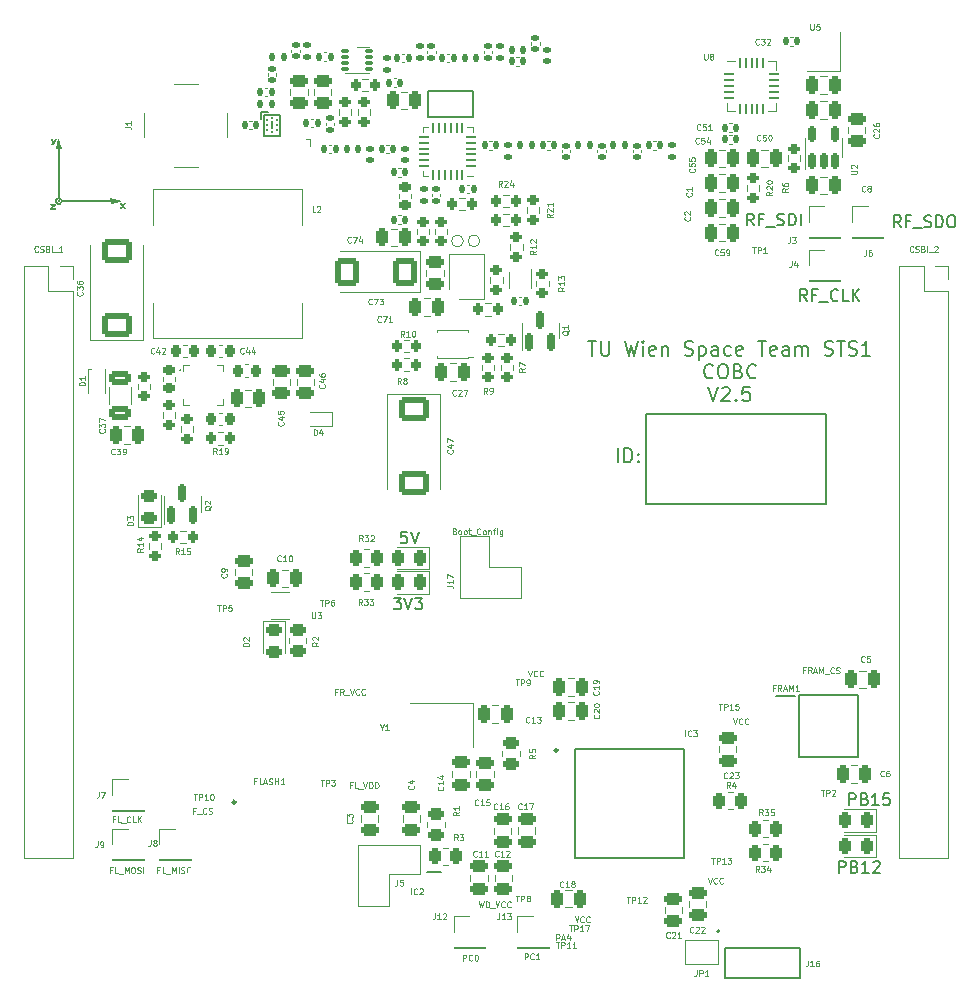
<source format=gto>
G04 #@! TF.GenerationSoftware,KiCad,Pcbnew,(6.0.1)*
G04 #@! TF.CreationDate,2023-01-09T21:21:48+01:00*
G04 #@! TF.ProjectId,STS1_COBC_V2,53545331-5f43-44f4-9243-5f56322e6b69,rev?*
G04 #@! TF.SameCoordinates,Original*
G04 #@! TF.FileFunction,Legend,Top*
G04 #@! TF.FilePolarity,Positive*
%FSLAX46Y46*%
G04 Gerber Fmt 4.6, Leading zero omitted, Abs format (unit mm)*
G04 Created by KiCad (PCBNEW (6.0.1)) date 2023-01-09 21:21:48*
%MOMM*%
%LPD*%
G01*
G04 APERTURE LIST*
G04 Aperture macros list*
%AMRoundRect*
0 Rectangle with rounded corners*
0 $1 Rounding radius*
0 $2 $3 $4 $5 $6 $7 $8 $9 X,Y pos of 4 corners*
0 Add a 4 corners polygon primitive as box body*
4,1,4,$2,$3,$4,$5,$6,$7,$8,$9,$2,$3,0*
0 Add four circle primitives for the rounded corners*
1,1,$1+$1,$2,$3*
1,1,$1+$1,$4,$5*
1,1,$1+$1,$6,$7*
1,1,$1+$1,$8,$9*
0 Add four rect primitives between the rounded corners*
20,1,$1+$1,$2,$3,$4,$5,0*
20,1,$1+$1,$4,$5,$6,$7,0*
20,1,$1+$1,$6,$7,$8,$9,0*
20,1,$1+$1,$8,$9,$2,$3,0*%
%AMFreePoly0*
4,1,6,1.000000,0.000000,0.500000,-0.750000,-0.500000,-0.750000,-0.500000,0.750000,0.500000,0.750000,1.000000,0.000000,1.000000,0.000000,$1*%
%AMFreePoly1*
4,1,6,0.500000,-0.750000,-0.650000,-0.750000,-0.150000,0.000000,-0.650000,0.750000,0.500000,0.750000,0.500000,-0.750000,0.500000,-0.750000,$1*%
G04 Aperture macros list end*
%ADD10C,0.150000*%
%ADD11C,0.200000*%
%ADD12C,0.100000*%
%ADD13C,0.010000*%
%ADD14C,0.120000*%
%ADD15C,0.250000*%
%ADD16C,0.600000*%
%ADD17C,1.500000*%
%ADD18C,0.900000*%
%ADD19C,8.600000*%
%ADD20R,1.350000X1.350000*%
%ADD21O,1.350000X1.350000*%
%ADD22RoundRect,0.140000X0.140000X0.170000X-0.140000X0.170000X-0.140000X-0.170000X0.140000X-0.170000X0*%
%ADD23RoundRect,0.243750X0.456250X-0.243750X0.456250X0.243750X-0.456250X0.243750X-0.456250X-0.243750X0*%
%ADD24RoundRect,0.147500X0.147500X0.172500X-0.147500X0.172500X-0.147500X-0.172500X0.147500X-0.172500X0*%
%ADD25R,1.600000X1.300000*%
%ADD26RoundRect,0.250000X-0.475000X0.250000X-0.475000X-0.250000X0.475000X-0.250000X0.475000X0.250000X0*%
%ADD27C,0.600000*%
%ADD28RoundRect,0.250000X0.250000X0.475000X-0.250000X0.475000X-0.250000X-0.475000X0.250000X-0.475000X0*%
%ADD29RoundRect,0.250000X0.450000X-0.262500X0.450000X0.262500X-0.450000X0.262500X-0.450000X-0.262500X0*%
%ADD30RoundRect,0.140000X-0.140000X-0.170000X0.140000X-0.170000X0.140000X0.170000X-0.140000X0.170000X0*%
%ADD31RoundRect,0.250000X-0.250000X-0.475000X0.250000X-0.475000X0.250000X0.475000X-0.250000X0.475000X0*%
%ADD32RoundRect,0.140000X0.170000X-0.140000X0.170000X0.140000X-0.170000X0.140000X-0.170000X-0.140000X0*%
%ADD33RoundRect,0.225000X-0.250000X0.225000X-0.250000X-0.225000X0.250000X-0.225000X0.250000X0.225000X0*%
%ADD34RoundRect,0.200000X0.275000X-0.200000X0.275000X0.200000X-0.275000X0.200000X-0.275000X-0.200000X0*%
%ADD35C,0.050000*%
%ADD36R,1.650000X0.650000*%
%ADD37RoundRect,0.200000X-0.275000X0.200000X-0.275000X-0.200000X0.275000X-0.200000X0.275000X0.200000X0*%
%ADD38R,1.700000X1.700000*%
%ADD39RoundRect,0.250000X-0.262500X-0.450000X0.262500X-0.450000X0.262500X0.450000X-0.262500X0.450000X0*%
%ADD40RoundRect,0.140000X-0.170000X0.140000X-0.170000X-0.140000X0.170000X-0.140000X0.170000X0.140000X0*%
%ADD41RoundRect,0.250000X-0.650000X0.325000X-0.650000X-0.325000X0.650000X-0.325000X0.650000X0.325000X0*%
%ADD42R,0.950000X0.450000*%
%ADD43R,3.450000X4.350000*%
%ADD44RoundRect,0.062500X0.350000X0.062500X-0.350000X0.062500X-0.350000X-0.062500X0.350000X-0.062500X0*%
%ADD45RoundRect,0.062500X0.062500X0.350000X-0.062500X0.350000X-0.062500X-0.350000X0.062500X-0.350000X0*%
%ADD46R,2.700000X2.700000*%
%ADD47O,1.700000X1.700000*%
%ADD48RoundRect,0.147500X-0.172500X0.147500X-0.172500X-0.147500X0.172500X-0.147500X0.172500X0.147500X0*%
%ADD49RoundRect,0.218750X-0.256250X0.218750X-0.256250X-0.218750X0.256250X-0.218750X0.256250X0.218750X0*%
%ADD50C,1.020000*%
%ADD51R,0.760000X2.030000*%
%ADD52RoundRect,0.250000X0.787500X0.925000X-0.787500X0.925000X-0.787500X-0.925000X0.787500X-0.925000X0*%
%ADD53RoundRect,0.200000X-0.200000X-0.275000X0.200000X-0.275000X0.200000X0.275000X-0.200000X0.275000X0*%
%ADD54RoundRect,0.200000X0.200000X0.275000X-0.200000X0.275000X-0.200000X-0.275000X0.200000X-0.275000X0*%
%ADD55RoundRect,0.243750X0.243750X0.456250X-0.243750X0.456250X-0.243750X-0.456250X0.243750X-0.456250X0*%
%ADD56RoundRect,0.250000X-0.450000X0.262500X-0.450000X-0.262500X0.450000X-0.262500X0.450000X0.262500X0*%
%ADD57C,2.240000*%
%ADD58C,2.740000*%
%ADD59R,0.807999X0.254800*%
%ADD60R,1.752600X1.549400*%
%ADD61RoundRect,0.250000X0.475000X-0.250000X0.475000X0.250000X-0.475000X0.250000X-0.475000X-0.250000X0*%
%ADD62RoundRect,0.243750X-0.456250X0.243750X-0.456250X-0.243750X0.456250X-0.243750X0.456250X0.243750X0*%
%ADD63RoundRect,0.225000X-0.225000X-0.250000X0.225000X-0.250000X0.225000X0.250000X-0.225000X0.250000X0*%
%ADD64RoundRect,0.062500X-0.362500X-0.062500X0.362500X-0.062500X0.362500X0.062500X-0.362500X0.062500X0*%
%ADD65RoundRect,0.062500X-0.062500X-0.362500X0.062500X-0.362500X0.062500X0.362500X-0.062500X0.362500X0*%
%ADD66R,2.600000X2.600000*%
%ADD67RoundRect,0.150000X0.150000X-0.587500X0.150000X0.587500X-0.150000X0.587500X-0.150000X-0.587500X0*%
%ADD68RoundRect,0.147500X-0.147500X-0.172500X0.147500X-0.172500X0.147500X0.172500X-0.147500X0.172500X0*%
%ADD69R,0.470000X0.560000*%
%ADD70R,2.520000X1.700000*%
%ADD71C,1.000000*%
%ADD72R,0.750000X0.250000*%
%ADD73R,1.000000X1.150000*%
%ADD74R,1.475000X0.300000*%
%ADD75R,0.300000X1.475000*%
%ADD76R,1.000000X0.625000*%
%ADD77RoundRect,0.250000X-1.025000X0.787500X-1.025000X-0.787500X1.025000X-0.787500X1.025000X0.787500X0*%
%ADD78RoundRect,0.225000X0.225000X0.250000X-0.225000X0.250000X-0.225000X-0.250000X0.225000X-0.250000X0*%
%ADD79FreePoly0,180.000000*%
%ADD80FreePoly1,180.000000*%
%ADD81R,0.350000X1.000000*%
%ADD82R,1.000000X0.350000*%
%ADD83RoundRect,0.147500X0.172500X-0.147500X0.172500X0.147500X-0.172500X0.147500X-0.172500X-0.147500X0*%
%ADD84R,0.300000X0.450000*%
%ADD85R,3.400000X1.800000*%
%ADD86R,2.900000X5.400000*%
%ADD87RoundRect,0.075000X-0.275000X-0.075000X0.275000X-0.075000X0.275000X0.075000X-0.275000X0.075000X0*%
%ADD88R,0.700000X1.600000*%
%ADD89R,1.200000X0.400000*%
%ADD90RoundRect,0.020000X-0.080000X-0.080000X0.080000X-0.080000X0.080000X0.080000X-0.080000X0.080000X0*%
%ADD91RoundRect,0.020000X-0.080000X-0.280000X0.080000X-0.280000X0.080000X0.280000X-0.080000X0.280000X0*%
%ADD92RoundRect,0.150000X0.150000X-0.512500X0.150000X0.512500X-0.150000X0.512500X-0.150000X-0.512500X0*%
%ADD93RoundRect,0.250000X1.025000X-0.787500X1.025000X0.787500X-1.025000X0.787500X-1.025000X-0.787500X0*%
%ADD94R,0.600000X0.700000*%
%ADD95R,0.711200X0.254000*%
%ADD96R,0.254000X0.711200*%
%ADD97R,0.254000X1.193800*%
G04 APERTURE END LIST*
D10*
X170100400Y-83366000D02*
X170100400Y-75746000D01*
X185350400Y-83376000D02*
X170110400Y-83376000D01*
X170100400Y-75746000D02*
X185340400Y-75746000D01*
X185340400Y-75746000D02*
X185340400Y-83366000D01*
D11*
X165212399Y-69600857D02*
X165898114Y-69600857D01*
X165555257Y-70800857D02*
X165555257Y-69600857D01*
X166298114Y-69600857D02*
X166298114Y-70572285D01*
X166355257Y-70686571D01*
X166412399Y-70743714D01*
X166526685Y-70800857D01*
X166755257Y-70800857D01*
X166869542Y-70743714D01*
X166926685Y-70686571D01*
X166983828Y-70572285D01*
X166983828Y-69600857D01*
X168355257Y-69600857D02*
X168640971Y-70800857D01*
X168869542Y-69943714D01*
X169098114Y-70800857D01*
X169383828Y-69600857D01*
X169840971Y-70800857D02*
X169840971Y-70000857D01*
X169840971Y-69600857D02*
X169783828Y-69658000D01*
X169840971Y-69715142D01*
X169898114Y-69658000D01*
X169840971Y-69600857D01*
X169840971Y-69715142D01*
X170869542Y-70743714D02*
X170755257Y-70800857D01*
X170526685Y-70800857D01*
X170412399Y-70743714D01*
X170355257Y-70629428D01*
X170355257Y-70172285D01*
X170412399Y-70058000D01*
X170526685Y-70000857D01*
X170755257Y-70000857D01*
X170869542Y-70058000D01*
X170926685Y-70172285D01*
X170926685Y-70286571D01*
X170355257Y-70400857D01*
X171440971Y-70000857D02*
X171440971Y-70800857D01*
X171440971Y-70115142D02*
X171498114Y-70058000D01*
X171612399Y-70000857D01*
X171783828Y-70000857D01*
X171898114Y-70058000D01*
X171955257Y-70172285D01*
X171955257Y-70800857D01*
X173383828Y-70743714D02*
X173555257Y-70800857D01*
X173840971Y-70800857D01*
X173955257Y-70743714D01*
X174012399Y-70686571D01*
X174069542Y-70572285D01*
X174069542Y-70458000D01*
X174012399Y-70343714D01*
X173955257Y-70286571D01*
X173840971Y-70229428D01*
X173612399Y-70172285D01*
X173498114Y-70115142D01*
X173440971Y-70058000D01*
X173383828Y-69943714D01*
X173383828Y-69829428D01*
X173440971Y-69715142D01*
X173498114Y-69658000D01*
X173612399Y-69600857D01*
X173898114Y-69600857D01*
X174069542Y-69658000D01*
X174583828Y-70000857D02*
X174583828Y-71200857D01*
X174583828Y-70058000D02*
X174698114Y-70000857D01*
X174926685Y-70000857D01*
X175040971Y-70058000D01*
X175098114Y-70115142D01*
X175155257Y-70229428D01*
X175155257Y-70572285D01*
X175098114Y-70686571D01*
X175040971Y-70743714D01*
X174926685Y-70800857D01*
X174698114Y-70800857D01*
X174583828Y-70743714D01*
X176183828Y-70800857D02*
X176183828Y-70172285D01*
X176126685Y-70058000D01*
X176012399Y-70000857D01*
X175783828Y-70000857D01*
X175669542Y-70058000D01*
X176183828Y-70743714D02*
X176069542Y-70800857D01*
X175783828Y-70800857D01*
X175669542Y-70743714D01*
X175612399Y-70629428D01*
X175612399Y-70515142D01*
X175669542Y-70400857D01*
X175783828Y-70343714D01*
X176069542Y-70343714D01*
X176183828Y-70286571D01*
X177269542Y-70743714D02*
X177155257Y-70800857D01*
X176926685Y-70800857D01*
X176812399Y-70743714D01*
X176755257Y-70686571D01*
X176698114Y-70572285D01*
X176698114Y-70229428D01*
X176755257Y-70115142D01*
X176812399Y-70058000D01*
X176926685Y-70000857D01*
X177155257Y-70000857D01*
X177269542Y-70058000D01*
X178240971Y-70743714D02*
X178126685Y-70800857D01*
X177898114Y-70800857D01*
X177783828Y-70743714D01*
X177726685Y-70629428D01*
X177726685Y-70172285D01*
X177783828Y-70058000D01*
X177898114Y-70000857D01*
X178126685Y-70000857D01*
X178240971Y-70058000D01*
X178298114Y-70172285D01*
X178298114Y-70286571D01*
X177726685Y-70400857D01*
X179555257Y-69600857D02*
X180240971Y-69600857D01*
X179898114Y-70800857D02*
X179898114Y-69600857D01*
X181098114Y-70743714D02*
X180983828Y-70800857D01*
X180755257Y-70800857D01*
X180640971Y-70743714D01*
X180583828Y-70629428D01*
X180583828Y-70172285D01*
X180640971Y-70058000D01*
X180755257Y-70000857D01*
X180983828Y-70000857D01*
X181098114Y-70058000D01*
X181155257Y-70172285D01*
X181155257Y-70286571D01*
X180583828Y-70400857D01*
X182183828Y-70800857D02*
X182183828Y-70172285D01*
X182126685Y-70058000D01*
X182012399Y-70000857D01*
X181783828Y-70000857D01*
X181669542Y-70058000D01*
X182183828Y-70743714D02*
X182069542Y-70800857D01*
X181783828Y-70800857D01*
X181669542Y-70743714D01*
X181612399Y-70629428D01*
X181612399Y-70515142D01*
X181669542Y-70400857D01*
X181783828Y-70343714D01*
X182069542Y-70343714D01*
X182183828Y-70286571D01*
X182755257Y-70800857D02*
X182755257Y-70000857D01*
X182755257Y-70115142D02*
X182812399Y-70058000D01*
X182926685Y-70000857D01*
X183098114Y-70000857D01*
X183212399Y-70058000D01*
X183269542Y-70172285D01*
X183269542Y-70800857D01*
X183269542Y-70172285D02*
X183326685Y-70058000D01*
X183440971Y-70000857D01*
X183612399Y-70000857D01*
X183726685Y-70058000D01*
X183783828Y-70172285D01*
X183783828Y-70800857D01*
X185212399Y-70743714D02*
X185383828Y-70800857D01*
X185669542Y-70800857D01*
X185783828Y-70743714D01*
X185840971Y-70686571D01*
X185898114Y-70572285D01*
X185898114Y-70458000D01*
X185840971Y-70343714D01*
X185783828Y-70286571D01*
X185669542Y-70229428D01*
X185440971Y-70172285D01*
X185326685Y-70115142D01*
X185269542Y-70058000D01*
X185212399Y-69943714D01*
X185212399Y-69829428D01*
X185269542Y-69715142D01*
X185326685Y-69658000D01*
X185440971Y-69600857D01*
X185726685Y-69600857D01*
X185898114Y-69658000D01*
X186240971Y-69600857D02*
X186926685Y-69600857D01*
X186583828Y-70800857D02*
X186583828Y-69600857D01*
X187269542Y-70743714D02*
X187440971Y-70800857D01*
X187726685Y-70800857D01*
X187840971Y-70743714D01*
X187898114Y-70686571D01*
X187955257Y-70572285D01*
X187955257Y-70458000D01*
X187898114Y-70343714D01*
X187840971Y-70286571D01*
X187726685Y-70229428D01*
X187498114Y-70172285D01*
X187383828Y-70115142D01*
X187326685Y-70058000D01*
X187269542Y-69943714D01*
X187269542Y-69829428D01*
X187326685Y-69715142D01*
X187383828Y-69658000D01*
X187498114Y-69600857D01*
X187783828Y-69600857D01*
X187955257Y-69658000D01*
X189098114Y-70800857D02*
X188412399Y-70800857D01*
X188755257Y-70800857D02*
X188755257Y-69600857D01*
X188640971Y-69772285D01*
X188526685Y-69886571D01*
X188412399Y-69943714D01*
X175755257Y-72618571D02*
X175698114Y-72675714D01*
X175526685Y-72732857D01*
X175412400Y-72732857D01*
X175240971Y-72675714D01*
X175126685Y-72561428D01*
X175069542Y-72447142D01*
X175012400Y-72218571D01*
X175012400Y-72047142D01*
X175069542Y-71818571D01*
X175126685Y-71704285D01*
X175240971Y-71590000D01*
X175412400Y-71532857D01*
X175526685Y-71532857D01*
X175698114Y-71590000D01*
X175755257Y-71647142D01*
X176498114Y-71532857D02*
X176726685Y-71532857D01*
X176840971Y-71590000D01*
X176955257Y-71704285D01*
X177012400Y-71932857D01*
X177012400Y-72332857D01*
X176955257Y-72561428D01*
X176840971Y-72675714D01*
X176726685Y-72732857D01*
X176498114Y-72732857D01*
X176383828Y-72675714D01*
X176269542Y-72561428D01*
X176212400Y-72332857D01*
X176212400Y-71932857D01*
X176269542Y-71704285D01*
X176383828Y-71590000D01*
X176498114Y-71532857D01*
X177926685Y-72104285D02*
X178098114Y-72161428D01*
X178155257Y-72218571D01*
X178212400Y-72332857D01*
X178212400Y-72504285D01*
X178155257Y-72618571D01*
X178098114Y-72675714D01*
X177983828Y-72732857D01*
X177526685Y-72732857D01*
X177526685Y-71532857D01*
X177926685Y-71532857D01*
X178040971Y-71590000D01*
X178098114Y-71647142D01*
X178155257Y-71761428D01*
X178155257Y-71875714D01*
X178098114Y-71990000D01*
X178040971Y-72047142D01*
X177926685Y-72104285D01*
X177526685Y-72104285D01*
X179412400Y-72618571D02*
X179355257Y-72675714D01*
X179183828Y-72732857D01*
X179069542Y-72732857D01*
X178898114Y-72675714D01*
X178783828Y-72561428D01*
X178726685Y-72447142D01*
X178669542Y-72218571D01*
X178669542Y-72047142D01*
X178726685Y-71818571D01*
X178783828Y-71704285D01*
X178898114Y-71590000D01*
X179069542Y-71532857D01*
X179183828Y-71532857D01*
X179355257Y-71590000D01*
X179412400Y-71647142D01*
X175383828Y-73464857D02*
X175783828Y-74664857D01*
X176183828Y-73464857D01*
X176526685Y-73579142D02*
X176583828Y-73522000D01*
X176698114Y-73464857D01*
X176983828Y-73464857D01*
X177098114Y-73522000D01*
X177155257Y-73579142D01*
X177212400Y-73693428D01*
X177212400Y-73807714D01*
X177155257Y-73979142D01*
X176469542Y-74664857D01*
X177212400Y-74664857D01*
X177726685Y-74550571D02*
X177783828Y-74607714D01*
X177726685Y-74664857D01*
X177669542Y-74607714D01*
X177726685Y-74550571D01*
X177726685Y-74664857D01*
X178869542Y-73464857D02*
X178298114Y-73464857D01*
X178240971Y-74036285D01*
X178298114Y-73979142D01*
X178412400Y-73922000D01*
X178698114Y-73922000D01*
X178812400Y-73979142D01*
X178869542Y-74036285D01*
X178926685Y-74150571D01*
X178926685Y-74436285D01*
X178869542Y-74550571D01*
X178812400Y-74607714D01*
X178698114Y-74664857D01*
X178412400Y-74664857D01*
X178298114Y-74607714D01*
X178240971Y-74550571D01*
D12*
X159813492Y-121926190D02*
X159813492Y-121426190D01*
X160003968Y-121426190D01*
X160051587Y-121450000D01*
X160075397Y-121473809D01*
X160099206Y-121521428D01*
X160099206Y-121592857D01*
X160075397Y-121640476D01*
X160051587Y-121664285D01*
X160003968Y-121688095D01*
X159813492Y-121688095D01*
X160599206Y-121878571D02*
X160575397Y-121902380D01*
X160503968Y-121926190D01*
X160456349Y-121926190D01*
X160384920Y-121902380D01*
X160337301Y-121854761D01*
X160313492Y-121807142D01*
X160289682Y-121711904D01*
X160289682Y-121640476D01*
X160313492Y-121545238D01*
X160337301Y-121497619D01*
X160384920Y-121450000D01*
X160456349Y-121426190D01*
X160503968Y-121426190D01*
X160575397Y-121450000D01*
X160599206Y-121473809D01*
X161075397Y-121926190D02*
X160789682Y-121926190D01*
X160932540Y-121926190D02*
X160932540Y-121426190D01*
X160884920Y-121497619D01*
X160837301Y-121545238D01*
X160789682Y-121569047D01*
D11*
X167690685Y-79844857D02*
X167690685Y-78644857D01*
X168262114Y-79844857D02*
X168262114Y-78644857D01*
X168547828Y-78644857D01*
X168719257Y-78702000D01*
X168833542Y-78816285D01*
X168890685Y-78930571D01*
X168947828Y-79159142D01*
X168947828Y-79330571D01*
X168890685Y-79559142D01*
X168833542Y-79673428D01*
X168719257Y-79787714D01*
X168547828Y-79844857D01*
X168262114Y-79844857D01*
X169462114Y-79730571D02*
X169519257Y-79787714D01*
X169462114Y-79844857D01*
X169404971Y-79787714D01*
X169462114Y-79730571D01*
X169462114Y-79844857D01*
X169462114Y-79102000D02*
X169519257Y-79159142D01*
X169462114Y-79216285D01*
X169404971Y-79159142D01*
X169462114Y-79102000D01*
X169462114Y-79216285D01*
D12*
X143949206Y-99264285D02*
X143782540Y-99264285D01*
X143782540Y-99526190D02*
X143782540Y-99026190D01*
X144020635Y-99026190D01*
X144496825Y-99526190D02*
X144330159Y-99288095D01*
X144211111Y-99526190D02*
X144211111Y-99026190D01*
X144401587Y-99026190D01*
X144449206Y-99050000D01*
X144473016Y-99073809D01*
X144496825Y-99121428D01*
X144496825Y-99192857D01*
X144473016Y-99240476D01*
X144449206Y-99264285D01*
X144401587Y-99288095D01*
X144211111Y-99288095D01*
X144592063Y-99573809D02*
X144973016Y-99573809D01*
X145020635Y-99026190D02*
X145187301Y-99526190D01*
X145353968Y-99026190D01*
X145806349Y-99478571D02*
X145782540Y-99502380D01*
X145711111Y-99526190D01*
X145663492Y-99526190D01*
X145592063Y-99502380D01*
X145544444Y-99454761D01*
X145520635Y-99407142D01*
X145496825Y-99311904D01*
X145496825Y-99240476D01*
X145520635Y-99145238D01*
X145544444Y-99097619D01*
X145592063Y-99050000D01*
X145663492Y-99026190D01*
X145711111Y-99026190D01*
X145782540Y-99050000D01*
X145806349Y-99073809D01*
X146306349Y-99478571D02*
X146282540Y-99502380D01*
X146211111Y-99526190D01*
X146163492Y-99526190D01*
X146092063Y-99502380D01*
X146044444Y-99454761D01*
X146020635Y-99407142D01*
X145996825Y-99311904D01*
X145996825Y-99240476D01*
X146020635Y-99145238D01*
X146044444Y-99097619D01*
X146092063Y-99050000D01*
X146163492Y-99026190D01*
X146211111Y-99026190D01*
X146282540Y-99050000D01*
X146306349Y-99073809D01*
D10*
X179206514Y-59789980D02*
X178873180Y-59313790D01*
X178635085Y-59789980D02*
X178635085Y-58789980D01*
X179016038Y-58789980D01*
X179111276Y-58837600D01*
X179158895Y-58885219D01*
X179206514Y-58980457D01*
X179206514Y-59123314D01*
X179158895Y-59218552D01*
X179111276Y-59266171D01*
X179016038Y-59313790D01*
X178635085Y-59313790D01*
X179968419Y-59266171D02*
X179635085Y-59266171D01*
X179635085Y-59789980D02*
X179635085Y-58789980D01*
X180111276Y-58789980D01*
X180254133Y-59885219D02*
X181016038Y-59885219D01*
X181206514Y-59742361D02*
X181349371Y-59789980D01*
X181587466Y-59789980D01*
X181682704Y-59742361D01*
X181730323Y-59694742D01*
X181777942Y-59599504D01*
X181777942Y-59504266D01*
X181730323Y-59409028D01*
X181682704Y-59361409D01*
X181587466Y-59313790D01*
X181396990Y-59266171D01*
X181301752Y-59218552D01*
X181254133Y-59170933D01*
X181206514Y-59075695D01*
X181206514Y-58980457D01*
X181254133Y-58885219D01*
X181301752Y-58837600D01*
X181396990Y-58789980D01*
X181635085Y-58789980D01*
X181777942Y-58837600D01*
X182206514Y-59789980D02*
X182206514Y-58789980D01*
X182444609Y-58789980D01*
X182587466Y-58837600D01*
X182682704Y-58932838D01*
X182730323Y-59028076D01*
X182777942Y-59218552D01*
X182777942Y-59361409D01*
X182730323Y-59551885D01*
X182682704Y-59647123D01*
X182587466Y-59742361D01*
X182444609Y-59789980D01*
X182206514Y-59789980D01*
X183206514Y-59789980D02*
X183206514Y-58789980D01*
D12*
X124906349Y-114364285D02*
X124739682Y-114364285D01*
X124739682Y-114626190D02*
X124739682Y-114126190D01*
X124977778Y-114126190D01*
X125406349Y-114626190D02*
X125168254Y-114626190D01*
X125168254Y-114126190D01*
X125453968Y-114673809D02*
X125834920Y-114673809D01*
X125953968Y-114626190D02*
X125953968Y-114126190D01*
X126120635Y-114483333D01*
X126287301Y-114126190D01*
X126287301Y-114626190D01*
X126620635Y-114126190D02*
X126715873Y-114126190D01*
X126763492Y-114150000D01*
X126811111Y-114197619D01*
X126834920Y-114292857D01*
X126834920Y-114459523D01*
X126811111Y-114554761D01*
X126763492Y-114602380D01*
X126715873Y-114626190D01*
X126620635Y-114626190D01*
X126573016Y-114602380D01*
X126525397Y-114554761D01*
X126501587Y-114459523D01*
X126501587Y-114292857D01*
X126525397Y-114197619D01*
X126573016Y-114150000D01*
X126620635Y-114126190D01*
X127025397Y-114602380D02*
X127096825Y-114626190D01*
X127215873Y-114626190D01*
X127263492Y-114602380D01*
X127287301Y-114578571D01*
X127311111Y-114530952D01*
X127311111Y-114483333D01*
X127287301Y-114435714D01*
X127263492Y-114411904D01*
X127215873Y-114388095D01*
X127120635Y-114364285D01*
X127073016Y-114340476D01*
X127049206Y-114316666D01*
X127025397Y-114269047D01*
X127025397Y-114221428D01*
X127049206Y-114173809D01*
X127073016Y-114150000D01*
X127120635Y-114126190D01*
X127239682Y-114126190D01*
X127311111Y-114150000D01*
X127525397Y-114626190D02*
X127525397Y-114126190D01*
X125108730Y-110064285D02*
X124942063Y-110064285D01*
X124942063Y-110326190D02*
X124942063Y-109826190D01*
X125180159Y-109826190D01*
X125608730Y-110326190D02*
X125370635Y-110326190D01*
X125370635Y-109826190D01*
X125656349Y-110373809D02*
X126037301Y-110373809D01*
X126442063Y-110278571D02*
X126418254Y-110302380D01*
X126346825Y-110326190D01*
X126299206Y-110326190D01*
X126227778Y-110302380D01*
X126180159Y-110254761D01*
X126156349Y-110207142D01*
X126132540Y-110111904D01*
X126132540Y-110040476D01*
X126156349Y-109945238D01*
X126180159Y-109897619D01*
X126227778Y-109850000D01*
X126299206Y-109826190D01*
X126346825Y-109826190D01*
X126418254Y-109850000D01*
X126442063Y-109873809D01*
X126894444Y-110326190D02*
X126656349Y-110326190D01*
X126656349Y-109826190D01*
X127061111Y-110326190D02*
X127061111Y-109826190D01*
X127346825Y-110326190D02*
X127132540Y-110040476D01*
X127346825Y-109826190D02*
X127061111Y-110111904D01*
X154613492Y-122026190D02*
X154613492Y-121526190D01*
X154803968Y-121526190D01*
X154851587Y-121550000D01*
X154875397Y-121573809D01*
X154899206Y-121621428D01*
X154899206Y-121692857D01*
X154875397Y-121740476D01*
X154851587Y-121764285D01*
X154803968Y-121788095D01*
X154613492Y-121788095D01*
X155399206Y-121978571D02*
X155375397Y-122002380D01*
X155303968Y-122026190D01*
X155256349Y-122026190D01*
X155184920Y-122002380D01*
X155137301Y-121954761D01*
X155113492Y-121907142D01*
X155089682Y-121811904D01*
X155089682Y-121740476D01*
X155113492Y-121645238D01*
X155137301Y-121597619D01*
X155184920Y-121550000D01*
X155256349Y-121526190D01*
X155303968Y-121526190D01*
X155375397Y-121550000D01*
X155399206Y-121573809D01*
X155708730Y-121526190D02*
X155756349Y-121526190D01*
X155803968Y-121550000D01*
X155827778Y-121573809D01*
X155851587Y-121621428D01*
X155875397Y-121716666D01*
X155875397Y-121835714D01*
X155851587Y-121930952D01*
X155827778Y-121978571D01*
X155803968Y-122002380D01*
X155756349Y-122026190D01*
X155708730Y-122026190D01*
X155661111Y-122002380D01*
X155637301Y-121978571D01*
X155613492Y-121930952D01*
X155589682Y-121835714D01*
X155589682Y-121716666D01*
X155613492Y-121621428D01*
X155637301Y-121573809D01*
X155661111Y-121550000D01*
X155708730Y-121526190D01*
D10*
X187283714Y-108862780D02*
X187283714Y-107862780D01*
X187664666Y-107862780D01*
X187759904Y-107910400D01*
X187807523Y-107958019D01*
X187855142Y-108053257D01*
X187855142Y-108196114D01*
X187807523Y-108291352D01*
X187759904Y-108338971D01*
X187664666Y-108386590D01*
X187283714Y-108386590D01*
X188617047Y-108338971D02*
X188759904Y-108386590D01*
X188807523Y-108434209D01*
X188855142Y-108529447D01*
X188855142Y-108672304D01*
X188807523Y-108767542D01*
X188759904Y-108815161D01*
X188664666Y-108862780D01*
X188283714Y-108862780D01*
X188283714Y-107862780D01*
X188617047Y-107862780D01*
X188712285Y-107910400D01*
X188759904Y-107958019D01*
X188807523Y-108053257D01*
X188807523Y-108148495D01*
X188759904Y-108243733D01*
X188712285Y-108291352D01*
X188617047Y-108338971D01*
X188283714Y-108338971D01*
X189807523Y-108862780D02*
X189236095Y-108862780D01*
X189521809Y-108862780D02*
X189521809Y-107862780D01*
X189426571Y-108005638D01*
X189331333Y-108100876D01*
X189236095Y-108148495D01*
X190712285Y-107862780D02*
X190236095Y-107862780D01*
X190188476Y-108338971D01*
X190236095Y-108291352D01*
X190331333Y-108243733D01*
X190569428Y-108243733D01*
X190664666Y-108291352D01*
X190712285Y-108338971D01*
X190759904Y-108434209D01*
X190759904Y-108672304D01*
X190712285Y-108767542D01*
X190664666Y-108815161D01*
X190569428Y-108862780D01*
X190331333Y-108862780D01*
X190236095Y-108815161D01*
X190188476Y-108767542D01*
D12*
X177465873Y-101526190D02*
X177632540Y-102026190D01*
X177799206Y-101526190D01*
X178251587Y-101978571D02*
X178227778Y-102002380D01*
X178156349Y-102026190D01*
X178108730Y-102026190D01*
X178037301Y-102002380D01*
X177989682Y-101954761D01*
X177965873Y-101907142D01*
X177942063Y-101811904D01*
X177942063Y-101740476D01*
X177965873Y-101645238D01*
X177989682Y-101597619D01*
X178037301Y-101550000D01*
X178108730Y-101526190D01*
X178156349Y-101526190D01*
X178227778Y-101550000D01*
X178251587Y-101573809D01*
X178751587Y-101978571D02*
X178727778Y-102002380D01*
X178656349Y-102026190D01*
X178608730Y-102026190D01*
X178537301Y-102002380D01*
X178489682Y-101954761D01*
X178465873Y-101907142D01*
X178442063Y-101811904D01*
X178442063Y-101740476D01*
X178465873Y-101645238D01*
X178489682Y-101597619D01*
X178537301Y-101550000D01*
X178608730Y-101526190D01*
X178656349Y-101526190D01*
X178727778Y-101550000D01*
X178751587Y-101573809D01*
X183579857Y-97439785D02*
X183413190Y-97439785D01*
X183413190Y-97701690D02*
X183413190Y-97201690D01*
X183651285Y-97201690D01*
X184127476Y-97701690D02*
X183960809Y-97463595D01*
X183841761Y-97701690D02*
X183841761Y-97201690D01*
X184032238Y-97201690D01*
X184079857Y-97225500D01*
X184103666Y-97249309D01*
X184127476Y-97296928D01*
X184127476Y-97368357D01*
X184103666Y-97415976D01*
X184079857Y-97439785D01*
X184032238Y-97463595D01*
X183841761Y-97463595D01*
X184317952Y-97558833D02*
X184556047Y-97558833D01*
X184270333Y-97701690D02*
X184437000Y-97201690D01*
X184603666Y-97701690D01*
X184770333Y-97701690D02*
X184770333Y-97201690D01*
X184937000Y-97558833D01*
X185103666Y-97201690D01*
X185103666Y-97701690D01*
X185222714Y-97749309D02*
X185603666Y-97749309D01*
X186008428Y-97654071D02*
X185984619Y-97677880D01*
X185913190Y-97701690D01*
X185865571Y-97701690D01*
X185794142Y-97677880D01*
X185746523Y-97630261D01*
X185722714Y-97582642D01*
X185698904Y-97487404D01*
X185698904Y-97415976D01*
X185722714Y-97320738D01*
X185746523Y-97273119D01*
X185794142Y-97225500D01*
X185865571Y-97201690D01*
X185913190Y-97201690D01*
X185984619Y-97225500D01*
X186008428Y-97249309D01*
X186198904Y-97677880D02*
X186270333Y-97701690D01*
X186389380Y-97701690D01*
X186437000Y-97677880D01*
X186460809Y-97654071D01*
X186484619Y-97606452D01*
X186484619Y-97558833D01*
X186460809Y-97511214D01*
X186437000Y-97487404D01*
X186389380Y-97463595D01*
X186294142Y-97439785D01*
X186246523Y-97415976D01*
X186222714Y-97392166D01*
X186198904Y-97344547D01*
X186198904Y-97296928D01*
X186222714Y-97249309D01*
X186246523Y-97225500D01*
X186294142Y-97201690D01*
X186413190Y-97201690D01*
X186484619Y-97225500D01*
D10*
X148745504Y-91301980D02*
X149364552Y-91301980D01*
X149031219Y-91682933D01*
X149174076Y-91682933D01*
X149269314Y-91730552D01*
X149316933Y-91778171D01*
X149364552Y-91873409D01*
X149364552Y-92111504D01*
X149316933Y-92206742D01*
X149269314Y-92254361D01*
X149174076Y-92301980D01*
X148888361Y-92301980D01*
X148793123Y-92254361D01*
X148745504Y-92206742D01*
X149650266Y-91301980D02*
X149983600Y-92301980D01*
X150316933Y-91301980D01*
X150555028Y-91301980D02*
X151174076Y-91301980D01*
X150840742Y-91682933D01*
X150983600Y-91682933D01*
X151078838Y-91730552D01*
X151126457Y-91778171D01*
X151174076Y-91873409D01*
X151174076Y-92111504D01*
X151126457Y-92206742D01*
X151078838Y-92254361D01*
X150983600Y-92301980D01*
X150697885Y-92301980D01*
X150602647Y-92254361D01*
X150555028Y-92206742D01*
D12*
X162506666Y-120320590D02*
X162506666Y-119820590D01*
X162697142Y-119820590D01*
X162744761Y-119844400D01*
X162768571Y-119868209D01*
X162792380Y-119915828D01*
X162792380Y-119987257D01*
X162768571Y-120034876D01*
X162744761Y-120058685D01*
X162697142Y-120082495D01*
X162506666Y-120082495D01*
X162982857Y-120177733D02*
X163220952Y-120177733D01*
X162935238Y-120320590D02*
X163101904Y-119820590D01*
X163268571Y-120320590D01*
X163649523Y-119987257D02*
X163649523Y-120320590D01*
X163530476Y-119796780D02*
X163411428Y-120153923D01*
X163720952Y-120153923D01*
D10*
X186420114Y-114603180D02*
X186420114Y-113603180D01*
X186801066Y-113603180D01*
X186896304Y-113650800D01*
X186943923Y-113698419D01*
X186991542Y-113793657D01*
X186991542Y-113936514D01*
X186943923Y-114031752D01*
X186896304Y-114079371D01*
X186801066Y-114126990D01*
X186420114Y-114126990D01*
X187753447Y-114079371D02*
X187896304Y-114126990D01*
X187943923Y-114174609D01*
X187991542Y-114269847D01*
X187991542Y-114412704D01*
X187943923Y-114507942D01*
X187896304Y-114555561D01*
X187801066Y-114603180D01*
X187420114Y-114603180D01*
X187420114Y-113603180D01*
X187753447Y-113603180D01*
X187848685Y-113650800D01*
X187896304Y-113698419D01*
X187943923Y-113793657D01*
X187943923Y-113888895D01*
X187896304Y-113984133D01*
X187848685Y-114031752D01*
X187753447Y-114079371D01*
X187420114Y-114079371D01*
X188943923Y-114603180D02*
X188372495Y-114603180D01*
X188658209Y-114603180D02*
X188658209Y-113603180D01*
X188562971Y-113746038D01*
X188467733Y-113841276D01*
X188372495Y-113888895D01*
X189324876Y-113698419D02*
X189372495Y-113650800D01*
X189467733Y-113603180D01*
X189705828Y-113603180D01*
X189801066Y-113650800D01*
X189848685Y-113698419D01*
X189896304Y-113793657D01*
X189896304Y-113888895D01*
X189848685Y-114031752D01*
X189277257Y-114603180D01*
X189896304Y-114603180D01*
D12*
X131952057Y-109339885D02*
X131785390Y-109339885D01*
X131785390Y-109601790D02*
X131785390Y-109101790D01*
X132023485Y-109101790D01*
X132094914Y-109649409D02*
X132475866Y-109649409D01*
X132880628Y-109554171D02*
X132856819Y-109577980D01*
X132785390Y-109601790D01*
X132737771Y-109601790D01*
X132666342Y-109577980D01*
X132618723Y-109530361D01*
X132594914Y-109482742D01*
X132571104Y-109387504D01*
X132571104Y-109316076D01*
X132594914Y-109220838D01*
X132618723Y-109173219D01*
X132666342Y-109125600D01*
X132737771Y-109101790D01*
X132785390Y-109101790D01*
X132856819Y-109125600D01*
X132880628Y-109149409D01*
X133071104Y-109577980D02*
X133142533Y-109601790D01*
X133261580Y-109601790D01*
X133309200Y-109577980D01*
X133333009Y-109554171D01*
X133356819Y-109506552D01*
X133356819Y-109458933D01*
X133333009Y-109411314D01*
X133309200Y-109387504D01*
X133261580Y-109363695D01*
X133166342Y-109339885D01*
X133118723Y-109316076D01*
X133094914Y-109292266D01*
X133071104Y-109244647D01*
X133071104Y-109197028D01*
X133094914Y-109149409D01*
X133118723Y-109125600D01*
X133166342Y-109101790D01*
X133285390Y-109101790D01*
X133356819Y-109125600D01*
D10*
X149843923Y-85713980D02*
X149367733Y-85713980D01*
X149320114Y-86190171D01*
X149367733Y-86142552D01*
X149462971Y-86094933D01*
X149701066Y-86094933D01*
X149796304Y-86142552D01*
X149843923Y-86190171D01*
X149891542Y-86285409D01*
X149891542Y-86523504D01*
X149843923Y-86618742D01*
X149796304Y-86666361D01*
X149701066Y-86713980D01*
X149462971Y-86713980D01*
X149367733Y-86666361D01*
X149320114Y-86618742D01*
X150177257Y-85713980D02*
X150510590Y-86713980D01*
X150843923Y-85713980D01*
D12*
X153892063Y-85664285D02*
X153963492Y-85688095D01*
X153987301Y-85711904D01*
X154011111Y-85759523D01*
X154011111Y-85830952D01*
X153987301Y-85878571D01*
X153963492Y-85902380D01*
X153915873Y-85926190D01*
X153725397Y-85926190D01*
X153725397Y-85426190D01*
X153892063Y-85426190D01*
X153939682Y-85450000D01*
X153963492Y-85473809D01*
X153987301Y-85521428D01*
X153987301Y-85569047D01*
X153963492Y-85616666D01*
X153939682Y-85640476D01*
X153892063Y-85664285D01*
X153725397Y-85664285D01*
X154296825Y-85926190D02*
X154249206Y-85902380D01*
X154225397Y-85878571D01*
X154201587Y-85830952D01*
X154201587Y-85688095D01*
X154225397Y-85640476D01*
X154249206Y-85616666D01*
X154296825Y-85592857D01*
X154368254Y-85592857D01*
X154415873Y-85616666D01*
X154439682Y-85640476D01*
X154463492Y-85688095D01*
X154463492Y-85830952D01*
X154439682Y-85878571D01*
X154415873Y-85902380D01*
X154368254Y-85926190D01*
X154296825Y-85926190D01*
X154749206Y-85926190D02*
X154701587Y-85902380D01*
X154677778Y-85878571D01*
X154653968Y-85830952D01*
X154653968Y-85688095D01*
X154677778Y-85640476D01*
X154701587Y-85616666D01*
X154749206Y-85592857D01*
X154820635Y-85592857D01*
X154868254Y-85616666D01*
X154892063Y-85640476D01*
X154915873Y-85688095D01*
X154915873Y-85830952D01*
X154892063Y-85878571D01*
X154868254Y-85902380D01*
X154820635Y-85926190D01*
X154749206Y-85926190D01*
X155058730Y-85592857D02*
X155249206Y-85592857D01*
X155130159Y-85426190D02*
X155130159Y-85854761D01*
X155153968Y-85902380D01*
X155201587Y-85926190D01*
X155249206Y-85926190D01*
X155296825Y-85973809D02*
X155677778Y-85973809D01*
X156082540Y-85878571D02*
X156058730Y-85902380D01*
X155987301Y-85926190D01*
X155939682Y-85926190D01*
X155868254Y-85902380D01*
X155820635Y-85854761D01*
X155796825Y-85807142D01*
X155773016Y-85711904D01*
X155773016Y-85640476D01*
X155796825Y-85545238D01*
X155820635Y-85497619D01*
X155868254Y-85450000D01*
X155939682Y-85426190D01*
X155987301Y-85426190D01*
X156058730Y-85450000D01*
X156082540Y-85473809D01*
X156368254Y-85926190D02*
X156320635Y-85902380D01*
X156296825Y-85878571D01*
X156273016Y-85830952D01*
X156273016Y-85688095D01*
X156296825Y-85640476D01*
X156320635Y-85616666D01*
X156368254Y-85592857D01*
X156439682Y-85592857D01*
X156487301Y-85616666D01*
X156511111Y-85640476D01*
X156534920Y-85688095D01*
X156534920Y-85830952D01*
X156511111Y-85878571D01*
X156487301Y-85902380D01*
X156439682Y-85926190D01*
X156368254Y-85926190D01*
X156749206Y-85592857D02*
X156749206Y-85926190D01*
X156749206Y-85640476D02*
X156773016Y-85616666D01*
X156820635Y-85592857D01*
X156892063Y-85592857D01*
X156939682Y-85616666D01*
X156963492Y-85664285D01*
X156963492Y-85926190D01*
X157130159Y-85592857D02*
X157320635Y-85592857D01*
X157201587Y-85926190D02*
X157201587Y-85497619D01*
X157225397Y-85450000D01*
X157273016Y-85426190D01*
X157320635Y-85426190D01*
X157487301Y-85926190D02*
X157487301Y-85592857D01*
X157487301Y-85426190D02*
X157463492Y-85450000D01*
X157487301Y-85473809D01*
X157511111Y-85450000D01*
X157487301Y-85426190D01*
X157487301Y-85473809D01*
X157939682Y-85592857D02*
X157939682Y-85997619D01*
X157915873Y-86045238D01*
X157892063Y-86069047D01*
X157844444Y-86092857D01*
X157773016Y-86092857D01*
X157725397Y-86069047D01*
X157939682Y-85902380D02*
X157892063Y-85926190D01*
X157796825Y-85926190D01*
X157749206Y-85902380D01*
X157725397Y-85878571D01*
X157701587Y-85830952D01*
X157701587Y-85688095D01*
X157725397Y-85640476D01*
X157749206Y-85616666D01*
X157796825Y-85592857D01*
X157892063Y-85592857D01*
X157939682Y-85616666D01*
D10*
X183740438Y-66190780D02*
X183407104Y-65714590D01*
X183169009Y-66190780D02*
X183169009Y-65190780D01*
X183549961Y-65190780D01*
X183645200Y-65238400D01*
X183692819Y-65286019D01*
X183740438Y-65381257D01*
X183740438Y-65524114D01*
X183692819Y-65619352D01*
X183645200Y-65666971D01*
X183549961Y-65714590D01*
X183169009Y-65714590D01*
X184502342Y-65666971D02*
X184169009Y-65666971D01*
X184169009Y-66190780D02*
X184169009Y-65190780D01*
X184645200Y-65190780D01*
X184788057Y-66286019D02*
X185549961Y-66286019D01*
X186359485Y-66095542D02*
X186311866Y-66143161D01*
X186169009Y-66190780D01*
X186073771Y-66190780D01*
X185930914Y-66143161D01*
X185835676Y-66047923D01*
X185788057Y-65952685D01*
X185740438Y-65762209D01*
X185740438Y-65619352D01*
X185788057Y-65428876D01*
X185835676Y-65333638D01*
X185930914Y-65238400D01*
X186073771Y-65190780D01*
X186169009Y-65190780D01*
X186311866Y-65238400D01*
X186359485Y-65286019D01*
X187264247Y-66190780D02*
X186788057Y-66190780D01*
X186788057Y-65190780D01*
X187597580Y-66190780D02*
X187597580Y-65190780D01*
X188169009Y-66190780D02*
X187740438Y-65619352D01*
X188169009Y-65190780D02*
X187597580Y-65762209D01*
D12*
X145196825Y-107164285D02*
X145030159Y-107164285D01*
X145030159Y-107426190D02*
X145030159Y-106926190D01*
X145268254Y-106926190D01*
X145696825Y-107426190D02*
X145458730Y-107426190D01*
X145458730Y-106926190D01*
X145744444Y-107473809D02*
X146125397Y-107473809D01*
X146173016Y-106926190D02*
X146339682Y-107426190D01*
X146506349Y-106926190D01*
X146673016Y-107426190D02*
X146673016Y-106926190D01*
X146792063Y-106926190D01*
X146863492Y-106950000D01*
X146911111Y-106997619D01*
X146934920Y-107045238D01*
X146958730Y-107140476D01*
X146958730Y-107211904D01*
X146934920Y-107307142D01*
X146911111Y-107354761D01*
X146863492Y-107402380D01*
X146792063Y-107426190D01*
X146673016Y-107426190D01*
X147173016Y-107426190D02*
X147173016Y-106926190D01*
X147292063Y-106926190D01*
X147363492Y-106950000D01*
X147411111Y-106997619D01*
X147434920Y-107045238D01*
X147458730Y-107140476D01*
X147458730Y-107211904D01*
X147434920Y-107307142D01*
X147411111Y-107354761D01*
X147363492Y-107402380D01*
X147292063Y-107426190D01*
X147173016Y-107426190D01*
X160115873Y-97476190D02*
X160282540Y-97976190D01*
X160449206Y-97476190D01*
X160901587Y-97928571D02*
X160877778Y-97952380D01*
X160806349Y-97976190D01*
X160758730Y-97976190D01*
X160687301Y-97952380D01*
X160639682Y-97904761D01*
X160615873Y-97857142D01*
X160592063Y-97761904D01*
X160592063Y-97690476D01*
X160615873Y-97595238D01*
X160639682Y-97547619D01*
X160687301Y-97500000D01*
X160758730Y-97476190D01*
X160806349Y-97476190D01*
X160877778Y-97500000D01*
X160901587Y-97523809D01*
X161401587Y-97928571D02*
X161377778Y-97952380D01*
X161306349Y-97976190D01*
X161258730Y-97976190D01*
X161187301Y-97952380D01*
X161139682Y-97904761D01*
X161115873Y-97857142D01*
X161092063Y-97761904D01*
X161092063Y-97690476D01*
X161115873Y-97595238D01*
X161139682Y-97547619D01*
X161187301Y-97500000D01*
X161258730Y-97476190D01*
X161306349Y-97476190D01*
X161377778Y-97500000D01*
X161401587Y-97523809D01*
X155930952Y-117026190D02*
X156050000Y-117526190D01*
X156145238Y-117169047D01*
X156240476Y-117526190D01*
X156359523Y-117026190D01*
X156550000Y-117526190D02*
X156550000Y-117026190D01*
X156669047Y-117026190D01*
X156740476Y-117050000D01*
X156788095Y-117097619D01*
X156811904Y-117145238D01*
X156835714Y-117240476D01*
X156835714Y-117311904D01*
X156811904Y-117407142D01*
X156788095Y-117454761D01*
X156740476Y-117502380D01*
X156669047Y-117526190D01*
X156550000Y-117526190D01*
X156930952Y-117573809D02*
X157311904Y-117573809D01*
X157359523Y-117026190D02*
X157526190Y-117526190D01*
X157692857Y-117026190D01*
X158145238Y-117478571D02*
X158121428Y-117502380D01*
X158050000Y-117526190D01*
X158002380Y-117526190D01*
X157930952Y-117502380D01*
X157883333Y-117454761D01*
X157859523Y-117407142D01*
X157835714Y-117311904D01*
X157835714Y-117240476D01*
X157859523Y-117145238D01*
X157883333Y-117097619D01*
X157930952Y-117050000D01*
X158002380Y-117026190D01*
X158050000Y-117026190D01*
X158121428Y-117050000D01*
X158145238Y-117073809D01*
X158645238Y-117478571D02*
X158621428Y-117502380D01*
X158550000Y-117526190D01*
X158502380Y-117526190D01*
X158430952Y-117502380D01*
X158383333Y-117454761D01*
X158359523Y-117407142D01*
X158335714Y-117311904D01*
X158335714Y-117240476D01*
X158359523Y-117145238D01*
X158383333Y-117097619D01*
X158430952Y-117050000D01*
X158502380Y-117026190D01*
X158550000Y-117026190D01*
X158621428Y-117050000D01*
X158645238Y-117073809D01*
X175333333Y-115026190D02*
X175500000Y-115526190D01*
X175666666Y-115026190D01*
X176119047Y-115478571D02*
X176095238Y-115502380D01*
X176023809Y-115526190D01*
X175976190Y-115526190D01*
X175904761Y-115502380D01*
X175857142Y-115454761D01*
X175833333Y-115407142D01*
X175809523Y-115311904D01*
X175809523Y-115240476D01*
X175833333Y-115145238D01*
X175857142Y-115097619D01*
X175904761Y-115050000D01*
X175976190Y-115026190D01*
X176023809Y-115026190D01*
X176095238Y-115050000D01*
X176119047Y-115073809D01*
X176619047Y-115478571D02*
X176595238Y-115502380D01*
X176523809Y-115526190D01*
X176476190Y-115526190D01*
X176404761Y-115502380D01*
X176357142Y-115454761D01*
X176333333Y-115407142D01*
X176309523Y-115311904D01*
X176309523Y-115240476D01*
X176333333Y-115145238D01*
X176357142Y-115097619D01*
X176404761Y-115050000D01*
X176476190Y-115026190D01*
X176523809Y-115026190D01*
X176595238Y-115050000D01*
X176619047Y-115073809D01*
X128906349Y-114361785D02*
X128739682Y-114361785D01*
X128739682Y-114623690D02*
X128739682Y-114123690D01*
X128977778Y-114123690D01*
X129406349Y-114623690D02*
X129168254Y-114623690D01*
X129168254Y-114123690D01*
X129453968Y-114671309D02*
X129834920Y-114671309D01*
X129953968Y-114623690D02*
X129953968Y-114123690D01*
X130120635Y-114480833D01*
X130287301Y-114123690D01*
X130287301Y-114623690D01*
X130525397Y-114623690D02*
X130525397Y-114123690D01*
X130739682Y-114599880D02*
X130811111Y-114623690D01*
X130930159Y-114623690D01*
X130977778Y-114599880D01*
X131001587Y-114576071D01*
X131025397Y-114528452D01*
X131025397Y-114480833D01*
X131001587Y-114433214D01*
X130977778Y-114409404D01*
X130930159Y-114385595D01*
X130834920Y-114361785D01*
X130787301Y-114337976D01*
X130763492Y-114314166D01*
X130739682Y-114266547D01*
X130739682Y-114218928D01*
X130763492Y-114171309D01*
X130787301Y-114147500D01*
X130834920Y-114123690D01*
X130953968Y-114123690D01*
X131025397Y-114147500D01*
X131334920Y-114123690D02*
X131430159Y-114123690D01*
X131477778Y-114147500D01*
X131525397Y-114195119D01*
X131549206Y-114290357D01*
X131549206Y-114457023D01*
X131525397Y-114552261D01*
X131477778Y-114599880D01*
X131430159Y-114623690D01*
X131334920Y-114623690D01*
X131287301Y-114599880D01*
X131239682Y-114552261D01*
X131215873Y-114457023D01*
X131215873Y-114290357D01*
X131239682Y-114195119D01*
X131287301Y-114147500D01*
X131334920Y-114123690D01*
X164048933Y-118296590D02*
X164215600Y-118796590D01*
X164382266Y-118296590D01*
X164834647Y-118748971D02*
X164810838Y-118772780D01*
X164739409Y-118796590D01*
X164691790Y-118796590D01*
X164620361Y-118772780D01*
X164572742Y-118725161D01*
X164548933Y-118677542D01*
X164525123Y-118582304D01*
X164525123Y-118510876D01*
X164548933Y-118415638D01*
X164572742Y-118368019D01*
X164620361Y-118320400D01*
X164691790Y-118296590D01*
X164739409Y-118296590D01*
X164810838Y-118320400D01*
X164834647Y-118344209D01*
X165334647Y-118748971D02*
X165310838Y-118772780D01*
X165239409Y-118796590D01*
X165191790Y-118796590D01*
X165120361Y-118772780D01*
X165072742Y-118725161D01*
X165048933Y-118677542D01*
X165025123Y-118582304D01*
X165025123Y-118510876D01*
X165048933Y-118415638D01*
X165072742Y-118368019D01*
X165120361Y-118320400D01*
X165191790Y-118296590D01*
X165239409Y-118296590D01*
X165310838Y-118320400D01*
X165334647Y-118344209D01*
D10*
X191671600Y-59942380D02*
X191338266Y-59466190D01*
X191100171Y-59942380D02*
X191100171Y-58942380D01*
X191481123Y-58942380D01*
X191576361Y-58990000D01*
X191623980Y-59037619D01*
X191671600Y-59132857D01*
X191671600Y-59275714D01*
X191623980Y-59370952D01*
X191576361Y-59418571D01*
X191481123Y-59466190D01*
X191100171Y-59466190D01*
X192433504Y-59418571D02*
X192100171Y-59418571D01*
X192100171Y-59942380D02*
X192100171Y-58942380D01*
X192576361Y-58942380D01*
X192719219Y-60037619D02*
X193481123Y-60037619D01*
X193671600Y-59894761D02*
X193814457Y-59942380D01*
X194052552Y-59942380D01*
X194147790Y-59894761D01*
X194195409Y-59847142D01*
X194243028Y-59751904D01*
X194243028Y-59656666D01*
X194195409Y-59561428D01*
X194147790Y-59513809D01*
X194052552Y-59466190D01*
X193862076Y-59418571D01*
X193766838Y-59370952D01*
X193719219Y-59323333D01*
X193671600Y-59228095D01*
X193671600Y-59132857D01*
X193719219Y-59037619D01*
X193766838Y-58990000D01*
X193862076Y-58942380D01*
X194100171Y-58942380D01*
X194243028Y-58990000D01*
X194671600Y-59942380D02*
X194671600Y-58942380D01*
X194909695Y-58942380D01*
X195052552Y-58990000D01*
X195147790Y-59085238D01*
X195195409Y-59180476D01*
X195243028Y-59370952D01*
X195243028Y-59513809D01*
X195195409Y-59704285D01*
X195147790Y-59799523D01*
X195052552Y-59894761D01*
X194909695Y-59942380D01*
X194671600Y-59942380D01*
X195862076Y-58942380D02*
X196052552Y-58942380D01*
X196147790Y-58990000D01*
X196243028Y-59085238D01*
X196290647Y-59275714D01*
X196290647Y-59609047D01*
X196243028Y-59799523D01*
X196147790Y-59894761D01*
X196052552Y-59942380D01*
X195862076Y-59942380D01*
X195766838Y-59894761D01*
X195671600Y-59799523D01*
X195623980Y-59609047D01*
X195623980Y-59275714D01*
X195671600Y-59085238D01*
X195766838Y-58990000D01*
X195862076Y-58942380D01*
D12*
X192719047Y-61978571D02*
X192695238Y-62002380D01*
X192623809Y-62026190D01*
X192576190Y-62026190D01*
X192504761Y-62002380D01*
X192457142Y-61954761D01*
X192433333Y-61907142D01*
X192409523Y-61811904D01*
X192409523Y-61740476D01*
X192433333Y-61645238D01*
X192457142Y-61597619D01*
X192504761Y-61550000D01*
X192576190Y-61526190D01*
X192623809Y-61526190D01*
X192695238Y-61550000D01*
X192719047Y-61573809D01*
X192909523Y-62002380D02*
X192980952Y-62026190D01*
X193100000Y-62026190D01*
X193147619Y-62002380D01*
X193171428Y-61978571D01*
X193195238Y-61930952D01*
X193195238Y-61883333D01*
X193171428Y-61835714D01*
X193147619Y-61811904D01*
X193100000Y-61788095D01*
X193004761Y-61764285D01*
X192957142Y-61740476D01*
X192933333Y-61716666D01*
X192909523Y-61669047D01*
X192909523Y-61621428D01*
X192933333Y-61573809D01*
X192957142Y-61550000D01*
X193004761Y-61526190D01*
X193123809Y-61526190D01*
X193195238Y-61550000D01*
X193576190Y-61764285D02*
X193647619Y-61788095D01*
X193671428Y-61811904D01*
X193695238Y-61859523D01*
X193695238Y-61930952D01*
X193671428Y-61978571D01*
X193647619Y-62002380D01*
X193600000Y-62026190D01*
X193409523Y-62026190D01*
X193409523Y-61526190D01*
X193576190Y-61526190D01*
X193623809Y-61550000D01*
X193647619Y-61573809D01*
X193671428Y-61621428D01*
X193671428Y-61669047D01*
X193647619Y-61716666D01*
X193623809Y-61740476D01*
X193576190Y-61764285D01*
X193409523Y-61764285D01*
X193909523Y-62026190D02*
X193909523Y-61526190D01*
X194028571Y-62073809D02*
X194409523Y-62073809D01*
X194504761Y-61573809D02*
X194528571Y-61550000D01*
X194576190Y-61526190D01*
X194695238Y-61526190D01*
X194742857Y-61550000D01*
X194766666Y-61573809D01*
X194790476Y-61621428D01*
X194790476Y-61669047D01*
X194766666Y-61740476D01*
X194480952Y-62026190D01*
X194790476Y-62026190D01*
X118619047Y-61978571D02*
X118595238Y-62002380D01*
X118523809Y-62026190D01*
X118476190Y-62026190D01*
X118404761Y-62002380D01*
X118357142Y-61954761D01*
X118333333Y-61907142D01*
X118309523Y-61811904D01*
X118309523Y-61740476D01*
X118333333Y-61645238D01*
X118357142Y-61597619D01*
X118404761Y-61550000D01*
X118476190Y-61526190D01*
X118523809Y-61526190D01*
X118595238Y-61550000D01*
X118619047Y-61573809D01*
X118809523Y-62002380D02*
X118880952Y-62026190D01*
X119000000Y-62026190D01*
X119047619Y-62002380D01*
X119071428Y-61978571D01*
X119095238Y-61930952D01*
X119095238Y-61883333D01*
X119071428Y-61835714D01*
X119047619Y-61811904D01*
X119000000Y-61788095D01*
X118904761Y-61764285D01*
X118857142Y-61740476D01*
X118833333Y-61716666D01*
X118809523Y-61669047D01*
X118809523Y-61621428D01*
X118833333Y-61573809D01*
X118857142Y-61550000D01*
X118904761Y-61526190D01*
X119023809Y-61526190D01*
X119095238Y-61550000D01*
X119476190Y-61764285D02*
X119547619Y-61788095D01*
X119571428Y-61811904D01*
X119595238Y-61859523D01*
X119595238Y-61930952D01*
X119571428Y-61978571D01*
X119547619Y-62002380D01*
X119500000Y-62026190D01*
X119309523Y-62026190D01*
X119309523Y-61526190D01*
X119476190Y-61526190D01*
X119523809Y-61550000D01*
X119547619Y-61573809D01*
X119571428Y-61621428D01*
X119571428Y-61669047D01*
X119547619Y-61716666D01*
X119523809Y-61740476D01*
X119476190Y-61764285D01*
X119309523Y-61764285D01*
X119809523Y-62026190D02*
X119809523Y-61526190D01*
X119928571Y-62073809D02*
X120309523Y-62073809D01*
X120690476Y-62026190D02*
X120404761Y-62026190D01*
X120547619Y-62026190D02*
X120547619Y-61526190D01*
X120500000Y-61597619D01*
X120452380Y-61645238D01*
X120404761Y-61669047D01*
X126689390Y-85157447D02*
X126189390Y-85157447D01*
X126189390Y-85038400D01*
X126213200Y-84966971D01*
X126260819Y-84919352D01*
X126308438Y-84895542D01*
X126403676Y-84871733D01*
X126475104Y-84871733D01*
X126570342Y-84895542D01*
X126617961Y-84919352D01*
X126665580Y-84966971D01*
X126689390Y-85038400D01*
X126689390Y-85157447D01*
X126189390Y-84705066D02*
X126189390Y-84395542D01*
X126379866Y-84562209D01*
X126379866Y-84490780D01*
X126403676Y-84443161D01*
X126427485Y-84419352D01*
X126475104Y-84395542D01*
X126594152Y-84395542D01*
X126641771Y-84419352D01*
X126665580Y-84443161D01*
X126689390Y-84490780D01*
X126689390Y-84633638D01*
X126665580Y-84681257D01*
X126641771Y-84705066D01*
X147713504Y-102302495D02*
X147713504Y-102540590D01*
X147546838Y-102040590D02*
X147713504Y-102302495D01*
X147880171Y-102040590D01*
X148308742Y-102540590D02*
X148023028Y-102540590D01*
X148165885Y-102540590D02*
X148165885Y-102040590D01*
X148118266Y-102112019D01*
X148070647Y-102159638D01*
X148023028Y-102183447D01*
X142865571Y-73246928D02*
X142889380Y-73270738D01*
X142913190Y-73342166D01*
X142913190Y-73389785D01*
X142889380Y-73461214D01*
X142841761Y-73508833D01*
X142794142Y-73532642D01*
X142698904Y-73556452D01*
X142627476Y-73556452D01*
X142532238Y-73532642D01*
X142484619Y-73508833D01*
X142437000Y-73461214D01*
X142413190Y-73389785D01*
X142413190Y-73342166D01*
X142437000Y-73270738D01*
X142460809Y-73246928D01*
X142579857Y-72818357D02*
X142913190Y-72818357D01*
X142389380Y-72937404D02*
X142746523Y-73056452D01*
X142746523Y-72746928D01*
X142413190Y-72342166D02*
X142413190Y-72437404D01*
X142437000Y-72485023D01*
X142460809Y-72508833D01*
X142532238Y-72556452D01*
X142627476Y-72580261D01*
X142817952Y-72580261D01*
X142865571Y-72556452D01*
X142889380Y-72532642D01*
X142913190Y-72485023D01*
X142913190Y-72389785D01*
X142889380Y-72342166D01*
X142865571Y-72318357D01*
X142817952Y-72294547D01*
X142698904Y-72294547D01*
X142651285Y-72318357D01*
X142627476Y-72342166D01*
X142603666Y-72389785D01*
X142603666Y-72485023D01*
X142627476Y-72532642D01*
X142651285Y-72556452D01*
X142698904Y-72580261D01*
X142545447Y-106714190D02*
X142831161Y-106714190D01*
X142688304Y-107214190D02*
X142688304Y-106714190D01*
X142997828Y-107214190D02*
X142997828Y-106714190D01*
X143188304Y-106714190D01*
X143235923Y-106738000D01*
X143259733Y-106761809D01*
X143283542Y-106809428D01*
X143283542Y-106880857D01*
X143259733Y-106928476D01*
X143235923Y-106952285D01*
X143188304Y-106976095D01*
X142997828Y-106976095D01*
X143450209Y-106714190D02*
X143759733Y-106714190D01*
X143593066Y-106904666D01*
X143664495Y-106904666D01*
X143712114Y-106928476D01*
X143735923Y-106952285D01*
X143759733Y-106999904D01*
X143759733Y-107118952D01*
X143735923Y-107166571D01*
X143712114Y-107190380D01*
X143664495Y-107214190D01*
X143521638Y-107214190D01*
X143474019Y-107190380D01*
X143450209Y-107166571D01*
X145115571Y-61192571D02*
X145091761Y-61216380D01*
X145020333Y-61240190D01*
X144972714Y-61240190D01*
X144901285Y-61216380D01*
X144853666Y-61168761D01*
X144829857Y-61121142D01*
X144806047Y-61025904D01*
X144806047Y-60954476D01*
X144829857Y-60859238D01*
X144853666Y-60811619D01*
X144901285Y-60764000D01*
X144972714Y-60740190D01*
X145020333Y-60740190D01*
X145091761Y-60764000D01*
X145115571Y-60787809D01*
X145282238Y-60740190D02*
X145615571Y-60740190D01*
X145401285Y-61240190D01*
X146020333Y-60906857D02*
X146020333Y-61240190D01*
X145901285Y-60716380D02*
X145782238Y-61073523D01*
X146091761Y-61073523D01*
X154273790Y-109458933D02*
X154035695Y-109625600D01*
X154273790Y-109744647D02*
X153773790Y-109744647D01*
X153773790Y-109554171D01*
X153797600Y-109506552D01*
X153821409Y-109482742D01*
X153869028Y-109458933D01*
X153940457Y-109458933D01*
X153988076Y-109482742D01*
X154011885Y-109506552D01*
X154035695Y-109554171D01*
X154035695Y-109744647D01*
X154273790Y-108982742D02*
X154273790Y-109268457D01*
X154273790Y-109125600D02*
X153773790Y-109125600D01*
X153845219Y-109173219D01*
X153892838Y-109220838D01*
X153916647Y-109268457D01*
X179786571Y-52556571D02*
X179762761Y-52580380D01*
X179691333Y-52604190D01*
X179643714Y-52604190D01*
X179572285Y-52580380D01*
X179524666Y-52532761D01*
X179500857Y-52485142D01*
X179477047Y-52389904D01*
X179477047Y-52318476D01*
X179500857Y-52223238D01*
X179524666Y-52175619D01*
X179572285Y-52128000D01*
X179643714Y-52104190D01*
X179691333Y-52104190D01*
X179762761Y-52128000D01*
X179786571Y-52151809D01*
X180238952Y-52104190D02*
X180000857Y-52104190D01*
X179977047Y-52342285D01*
X180000857Y-52318476D01*
X180048476Y-52294666D01*
X180167523Y-52294666D01*
X180215142Y-52318476D01*
X180238952Y-52342285D01*
X180262761Y-52389904D01*
X180262761Y-52508952D01*
X180238952Y-52556571D01*
X180215142Y-52580380D01*
X180167523Y-52604190D01*
X180048476Y-52604190D01*
X180000857Y-52580380D01*
X179977047Y-52556571D01*
X180572285Y-52104190D02*
X180619904Y-52104190D01*
X180667523Y-52128000D01*
X180691333Y-52151809D01*
X180715142Y-52199428D01*
X180738952Y-52294666D01*
X180738952Y-52413714D01*
X180715142Y-52508952D01*
X180691333Y-52556571D01*
X180667523Y-52580380D01*
X180619904Y-52604190D01*
X180572285Y-52604190D01*
X180524666Y-52580380D01*
X180500857Y-52556571D01*
X180477047Y-52508952D01*
X180453238Y-52413714D01*
X180453238Y-52294666D01*
X180477047Y-52199428D01*
X180500857Y-52151809D01*
X180524666Y-52128000D01*
X180572285Y-52104190D01*
X125110371Y-79132471D02*
X125086561Y-79156280D01*
X125015133Y-79180090D01*
X124967514Y-79180090D01*
X124896085Y-79156280D01*
X124848466Y-79108661D01*
X124824657Y-79061042D01*
X124800847Y-78965804D01*
X124800847Y-78894376D01*
X124824657Y-78799138D01*
X124848466Y-78751519D01*
X124896085Y-78703900D01*
X124967514Y-78680090D01*
X125015133Y-78680090D01*
X125086561Y-78703900D01*
X125110371Y-78727709D01*
X125277038Y-78680090D02*
X125586561Y-78680090D01*
X125419895Y-78870566D01*
X125491323Y-78870566D01*
X125538942Y-78894376D01*
X125562752Y-78918185D01*
X125586561Y-78965804D01*
X125586561Y-79084852D01*
X125562752Y-79132471D01*
X125538942Y-79156280D01*
X125491323Y-79180090D01*
X125348466Y-79180090D01*
X125300847Y-79156280D01*
X125277038Y-79132471D01*
X125824657Y-79180090D02*
X125919895Y-79180090D01*
X125967514Y-79156280D01*
X125991323Y-79132471D01*
X126038942Y-79061042D01*
X126062752Y-78965804D01*
X126062752Y-78775328D01*
X126038942Y-78727709D01*
X126015133Y-78703900D01*
X125967514Y-78680090D01*
X125872276Y-78680090D01*
X125824657Y-78703900D01*
X125800847Y-78727709D01*
X125777038Y-78775328D01*
X125777038Y-78894376D01*
X125800847Y-78941995D01*
X125824657Y-78965804D01*
X125872276Y-78989614D01*
X125967514Y-78989614D01*
X126015133Y-78965804D01*
X126038942Y-78941995D01*
X126062752Y-78894376D01*
X172115771Y-120069771D02*
X172091961Y-120093580D01*
X172020533Y-120117390D01*
X171972914Y-120117390D01*
X171901485Y-120093580D01*
X171853866Y-120045961D01*
X171830057Y-119998342D01*
X171806247Y-119903104D01*
X171806247Y-119831676D01*
X171830057Y-119736438D01*
X171853866Y-119688819D01*
X171901485Y-119641200D01*
X171972914Y-119617390D01*
X172020533Y-119617390D01*
X172091961Y-119641200D01*
X172115771Y-119665009D01*
X172306247Y-119665009D02*
X172330057Y-119641200D01*
X172377676Y-119617390D01*
X172496723Y-119617390D01*
X172544342Y-119641200D01*
X172568152Y-119665009D01*
X172591961Y-119712628D01*
X172591961Y-119760247D01*
X172568152Y-119831676D01*
X172282438Y-120117390D01*
X172591961Y-120117390D01*
X173068152Y-120117390D02*
X172782438Y-120117390D01*
X172925295Y-120117390D02*
X172925295Y-119617390D01*
X172877676Y-119688819D01*
X172830057Y-119736438D01*
X172782438Y-119760247D01*
X162474952Y-120480990D02*
X162760666Y-120480990D01*
X162617809Y-120980990D02*
X162617809Y-120480990D01*
X162927333Y-120980990D02*
X162927333Y-120480990D01*
X163117809Y-120480990D01*
X163165428Y-120504800D01*
X163189238Y-120528609D01*
X163213047Y-120576228D01*
X163213047Y-120647657D01*
X163189238Y-120695276D01*
X163165428Y-120719085D01*
X163117809Y-120742895D01*
X162927333Y-120742895D01*
X163689238Y-120980990D02*
X163403523Y-120980990D01*
X163546380Y-120980990D02*
X163546380Y-120480990D01*
X163498761Y-120552419D01*
X163451142Y-120600038D01*
X163403523Y-120623847D01*
X164165428Y-120980990D02*
X163879714Y-120980990D01*
X164022571Y-120980990D02*
X164022571Y-120480990D01*
X163974952Y-120552419D01*
X163927333Y-120600038D01*
X163879714Y-120623847D01*
X166113371Y-101213428D02*
X166137180Y-101237238D01*
X166160990Y-101308666D01*
X166160990Y-101356285D01*
X166137180Y-101427714D01*
X166089561Y-101475333D01*
X166041942Y-101499142D01*
X165946704Y-101522952D01*
X165875276Y-101522952D01*
X165780038Y-101499142D01*
X165732419Y-101475333D01*
X165684800Y-101427714D01*
X165660990Y-101356285D01*
X165660990Y-101308666D01*
X165684800Y-101237238D01*
X165708609Y-101213428D01*
X165708609Y-101022952D02*
X165684800Y-100999142D01*
X165660990Y-100951523D01*
X165660990Y-100832476D01*
X165684800Y-100784857D01*
X165708609Y-100761047D01*
X165756228Y-100737238D01*
X165803847Y-100737238D01*
X165875276Y-100761047D01*
X166160990Y-101046761D01*
X166160990Y-100737238D01*
X165660990Y-100427714D02*
X165660990Y-100380095D01*
X165684800Y-100332476D01*
X165708609Y-100308666D01*
X165756228Y-100284857D01*
X165851466Y-100261047D01*
X165970514Y-100261047D01*
X166065752Y-100284857D01*
X166113371Y-100308666D01*
X166137180Y-100332476D01*
X166160990Y-100380095D01*
X166160990Y-100427714D01*
X166137180Y-100475333D01*
X166113371Y-100499142D01*
X166065752Y-100522952D01*
X165970514Y-100546761D01*
X165851466Y-100546761D01*
X165756228Y-100522952D01*
X165708609Y-100499142D01*
X165684800Y-100475333D01*
X165660990Y-100427714D01*
X181020333Y-98939785D02*
X180853666Y-98939785D01*
X180853666Y-99201690D02*
X180853666Y-98701690D01*
X181091761Y-98701690D01*
X181567952Y-99201690D02*
X181401285Y-98963595D01*
X181282238Y-99201690D02*
X181282238Y-98701690D01*
X181472714Y-98701690D01*
X181520333Y-98725500D01*
X181544142Y-98749309D01*
X181567952Y-98796928D01*
X181567952Y-98868357D01*
X181544142Y-98915976D01*
X181520333Y-98939785D01*
X181472714Y-98963595D01*
X181282238Y-98963595D01*
X181758428Y-99058833D02*
X181996523Y-99058833D01*
X181710809Y-99201690D02*
X181877476Y-98701690D01*
X182044142Y-99201690D01*
X182210809Y-99201690D02*
X182210809Y-98701690D01*
X182377476Y-99058833D01*
X182544142Y-98701690D01*
X182544142Y-99201690D01*
X183044142Y-99201690D02*
X182758428Y-99201690D01*
X182901285Y-99201690D02*
X182901285Y-98701690D01*
X182853666Y-98773119D01*
X182806047Y-98820738D01*
X182758428Y-98844547D01*
X173936571Y-57033333D02*
X173960380Y-57057142D01*
X173984190Y-57128571D01*
X173984190Y-57176190D01*
X173960380Y-57247619D01*
X173912761Y-57295238D01*
X173865142Y-57319047D01*
X173769904Y-57342857D01*
X173698476Y-57342857D01*
X173603238Y-57319047D01*
X173555619Y-57295238D01*
X173508000Y-57247619D01*
X173484190Y-57176190D01*
X173484190Y-57128571D01*
X173508000Y-57057142D01*
X173531809Y-57033333D01*
X173984190Y-56557142D02*
X173984190Y-56842857D01*
X173984190Y-56700000D02*
X173484190Y-56700000D01*
X173555619Y-56747619D01*
X173603238Y-56795238D01*
X173627047Y-56842857D01*
X162188730Y-58821428D02*
X161950635Y-58988095D01*
X162188730Y-59107142D02*
X161688730Y-59107142D01*
X161688730Y-58916666D01*
X161712540Y-58869047D01*
X161736349Y-58845238D01*
X161783968Y-58821428D01*
X161855397Y-58821428D01*
X161903016Y-58845238D01*
X161926825Y-58869047D01*
X161950635Y-58916666D01*
X161950635Y-59107142D01*
X161736349Y-58630952D02*
X161712540Y-58607142D01*
X161688730Y-58559523D01*
X161688730Y-58440476D01*
X161712540Y-58392857D01*
X161736349Y-58369047D01*
X161783968Y-58345238D01*
X161831587Y-58345238D01*
X161903016Y-58369047D01*
X162188730Y-58654761D01*
X162188730Y-58345238D01*
X162188730Y-57869047D02*
X162188730Y-58154761D01*
X162188730Y-58011904D02*
X161688730Y-58011904D01*
X161760159Y-58059523D01*
X161807778Y-58107142D01*
X161831587Y-58154761D01*
X157695238Y-118026190D02*
X157695238Y-118383333D01*
X157671428Y-118454761D01*
X157623809Y-118502380D01*
X157552380Y-118526190D01*
X157504761Y-118526190D01*
X158195238Y-118526190D02*
X157909523Y-118526190D01*
X158052380Y-118526190D02*
X158052380Y-118026190D01*
X158004761Y-118097619D01*
X157957142Y-118145238D01*
X157909523Y-118169047D01*
X158361904Y-118026190D02*
X158671428Y-118026190D01*
X158504761Y-118216666D01*
X158576190Y-118216666D01*
X158623809Y-118240476D01*
X158647619Y-118264285D01*
X158671428Y-118311904D01*
X158671428Y-118430952D01*
X158647619Y-118478571D01*
X158623809Y-118502380D01*
X158576190Y-118526190D01*
X158433333Y-118526190D01*
X158385714Y-118502380D01*
X158361904Y-118478571D01*
X154167466Y-111836990D02*
X154000800Y-111598895D01*
X153881752Y-111836990D02*
X153881752Y-111336990D01*
X154072228Y-111336990D01*
X154119847Y-111360800D01*
X154143657Y-111384609D01*
X154167466Y-111432228D01*
X154167466Y-111503657D01*
X154143657Y-111551276D01*
X154119847Y-111575085D01*
X154072228Y-111598895D01*
X153881752Y-111598895D01*
X154334133Y-111336990D02*
X154643657Y-111336990D01*
X154476990Y-111527466D01*
X154548419Y-111527466D01*
X154596038Y-111551276D01*
X154619847Y-111575085D01*
X154643657Y-111622704D01*
X154643657Y-111741752D01*
X154619847Y-111789371D01*
X154596038Y-111813180D01*
X154548419Y-111836990D01*
X154405561Y-111836990D01*
X154357942Y-111813180D01*
X154334133Y-111789371D01*
X163189190Y-65021428D02*
X162951095Y-65188095D01*
X163189190Y-65307142D02*
X162689190Y-65307142D01*
X162689190Y-65116666D01*
X162713000Y-65069047D01*
X162736809Y-65045238D01*
X162784428Y-65021428D01*
X162855857Y-65021428D01*
X162903476Y-65045238D01*
X162927285Y-65069047D01*
X162951095Y-65116666D01*
X162951095Y-65307142D01*
X163189190Y-64545238D02*
X163189190Y-64830952D01*
X163189190Y-64688095D02*
X162689190Y-64688095D01*
X162760619Y-64735714D01*
X162808238Y-64783333D01*
X162832047Y-64830952D01*
X162689190Y-64378571D02*
X162689190Y-64069047D01*
X162879666Y-64235714D01*
X162879666Y-64164285D01*
X162903476Y-64116666D01*
X162927285Y-64092857D01*
X162974904Y-64069047D01*
X163093952Y-64069047D01*
X163141571Y-64092857D01*
X163165380Y-64116666D01*
X163189190Y-64164285D01*
X163189190Y-64307142D01*
X163165380Y-64354761D01*
X163141571Y-64378571D01*
X152227778Y-118026190D02*
X152227778Y-118383333D01*
X152203968Y-118454761D01*
X152156349Y-118502380D01*
X152084920Y-118526190D01*
X152037301Y-118526190D01*
X152727778Y-118526190D02*
X152442063Y-118526190D01*
X152584920Y-118526190D02*
X152584920Y-118026190D01*
X152537301Y-118097619D01*
X152489682Y-118145238D01*
X152442063Y-118169047D01*
X152918254Y-118073809D02*
X152942063Y-118050000D01*
X152989682Y-118026190D01*
X153108730Y-118026190D01*
X153156349Y-118050000D01*
X153180159Y-118073809D01*
X153203968Y-118121428D01*
X153203968Y-118169047D01*
X153180159Y-118240476D01*
X152894444Y-118526190D01*
X153203968Y-118526190D01*
X124238771Y-77040128D02*
X124262580Y-77063938D01*
X124286390Y-77135366D01*
X124286390Y-77182985D01*
X124262580Y-77254414D01*
X124214961Y-77302033D01*
X124167342Y-77325842D01*
X124072104Y-77349652D01*
X124000676Y-77349652D01*
X123905438Y-77325842D01*
X123857819Y-77302033D01*
X123810200Y-77254414D01*
X123786390Y-77182985D01*
X123786390Y-77135366D01*
X123810200Y-77063938D01*
X123834009Y-77040128D01*
X123786390Y-76873461D02*
X123786390Y-76563938D01*
X123976866Y-76730604D01*
X123976866Y-76659176D01*
X124000676Y-76611557D01*
X124024485Y-76587747D01*
X124072104Y-76563938D01*
X124191152Y-76563938D01*
X124238771Y-76587747D01*
X124262580Y-76611557D01*
X124286390Y-76659176D01*
X124286390Y-76802033D01*
X124262580Y-76849652D01*
X124238771Y-76873461D01*
X123786390Y-76397271D02*
X123786390Y-76063938D01*
X124286390Y-76278223D01*
X168463492Y-116626190D02*
X168749206Y-116626190D01*
X168606349Y-117126190D02*
X168606349Y-116626190D01*
X168915873Y-117126190D02*
X168915873Y-116626190D01*
X169106349Y-116626190D01*
X169153968Y-116650000D01*
X169177778Y-116673809D01*
X169201587Y-116721428D01*
X169201587Y-116792857D01*
X169177778Y-116840476D01*
X169153968Y-116864285D01*
X169106349Y-116888095D01*
X168915873Y-116888095D01*
X169677778Y-117126190D02*
X169392063Y-117126190D01*
X169534920Y-117126190D02*
X169534920Y-116626190D01*
X169487301Y-116697619D01*
X169439682Y-116745238D01*
X169392063Y-116769047D01*
X169868254Y-116673809D02*
X169892063Y-116650000D01*
X169939682Y-116626190D01*
X170058730Y-116626190D01*
X170106349Y-116650000D01*
X170130159Y-116673809D01*
X170153968Y-116721428D01*
X170153968Y-116769047D01*
X170130159Y-116840476D01*
X169844444Y-117126190D01*
X170153968Y-117126190D01*
X174111111Y-119612571D02*
X174087301Y-119636380D01*
X174015873Y-119660190D01*
X173968254Y-119660190D01*
X173896825Y-119636380D01*
X173849206Y-119588761D01*
X173825397Y-119541142D01*
X173801587Y-119445904D01*
X173801587Y-119374476D01*
X173825397Y-119279238D01*
X173849206Y-119231619D01*
X173896825Y-119184000D01*
X173968254Y-119160190D01*
X174015873Y-119160190D01*
X174087301Y-119184000D01*
X174111111Y-119207809D01*
X174301587Y-119207809D02*
X174325397Y-119184000D01*
X174373016Y-119160190D01*
X174492063Y-119160190D01*
X174539682Y-119184000D01*
X174563492Y-119207809D01*
X174587301Y-119255428D01*
X174587301Y-119303047D01*
X174563492Y-119374476D01*
X174277778Y-119660190D01*
X174587301Y-119660190D01*
X174777778Y-119207809D02*
X174801587Y-119184000D01*
X174849206Y-119160190D01*
X174968254Y-119160190D01*
X175015873Y-119184000D01*
X175039682Y-119207809D01*
X175063492Y-119255428D01*
X175063492Y-119303047D01*
X175039682Y-119374476D01*
X174753968Y-119660190D01*
X175063492Y-119660190D01*
X137114666Y-106850685D02*
X136948000Y-106850685D01*
X136948000Y-107112590D02*
X136948000Y-106612590D01*
X137186095Y-106612590D01*
X137614666Y-107112590D02*
X137376571Y-107112590D01*
X137376571Y-106612590D01*
X137757523Y-106969733D02*
X137995619Y-106969733D01*
X137709904Y-107112590D02*
X137876571Y-106612590D01*
X138043238Y-107112590D01*
X138186095Y-107088780D02*
X138257523Y-107112590D01*
X138376571Y-107112590D01*
X138424190Y-107088780D01*
X138448000Y-107064971D01*
X138471809Y-107017352D01*
X138471809Y-106969733D01*
X138448000Y-106922114D01*
X138424190Y-106898304D01*
X138376571Y-106874495D01*
X138281333Y-106850685D01*
X138233714Y-106826876D01*
X138209904Y-106803066D01*
X138186095Y-106755447D01*
X138186095Y-106707828D01*
X138209904Y-106660209D01*
X138233714Y-106636400D01*
X138281333Y-106612590D01*
X138400380Y-106612590D01*
X138471809Y-106636400D01*
X138686095Y-107112590D02*
X138686095Y-106612590D01*
X138686095Y-106850685D02*
X138971809Y-106850685D01*
X138971809Y-107112590D02*
X138971809Y-106612590D01*
X139471809Y-107112590D02*
X139186095Y-107112590D01*
X139328952Y-107112590D02*
X139328952Y-106612590D01*
X139281333Y-106684019D01*
X139233714Y-106731638D01*
X139186095Y-106755447D01*
X174190571Y-54985428D02*
X174214380Y-55009238D01*
X174238190Y-55080666D01*
X174238190Y-55128285D01*
X174214380Y-55199714D01*
X174166761Y-55247333D01*
X174119142Y-55271142D01*
X174023904Y-55294952D01*
X173952476Y-55294952D01*
X173857238Y-55271142D01*
X173809619Y-55247333D01*
X173762000Y-55199714D01*
X173738190Y-55128285D01*
X173738190Y-55080666D01*
X173762000Y-55009238D01*
X173785809Y-54985428D01*
X173738190Y-54533047D02*
X173738190Y-54771142D01*
X173976285Y-54794952D01*
X173952476Y-54771142D01*
X173928666Y-54723523D01*
X173928666Y-54604476D01*
X173952476Y-54556857D01*
X173976285Y-54533047D01*
X174023904Y-54509238D01*
X174142952Y-54509238D01*
X174190571Y-54533047D01*
X174214380Y-54556857D01*
X174238190Y-54604476D01*
X174238190Y-54723523D01*
X174214380Y-54771142D01*
X174190571Y-54794952D01*
X173738190Y-54056857D02*
X173738190Y-54294952D01*
X173976285Y-54318761D01*
X173952476Y-54294952D01*
X173928666Y-54247333D01*
X173928666Y-54128285D01*
X173952476Y-54080666D01*
X173976285Y-54056857D01*
X174023904Y-54033047D01*
X174142952Y-54033047D01*
X174190571Y-54056857D01*
X174214380Y-54080666D01*
X174238190Y-54128285D01*
X174238190Y-54247333D01*
X174214380Y-54294952D01*
X174190571Y-54318761D01*
X159051587Y-98226190D02*
X159337301Y-98226190D01*
X159194444Y-98726190D02*
X159194444Y-98226190D01*
X159503968Y-98726190D02*
X159503968Y-98226190D01*
X159694444Y-98226190D01*
X159742063Y-98250000D01*
X159765873Y-98273809D01*
X159789682Y-98321428D01*
X159789682Y-98392857D01*
X159765873Y-98440476D01*
X159742063Y-98464285D01*
X159694444Y-98488095D01*
X159503968Y-98488095D01*
X160027778Y-98726190D02*
X160123016Y-98726190D01*
X160170635Y-98702380D01*
X160194444Y-98678571D01*
X160242063Y-98607142D01*
X160265873Y-98511904D01*
X160265873Y-98321428D01*
X160242063Y-98273809D01*
X160218254Y-98250000D01*
X160170635Y-98226190D01*
X160075397Y-98226190D01*
X160027778Y-98250000D01*
X160003968Y-98273809D01*
X159980159Y-98321428D01*
X159980159Y-98440476D01*
X160003968Y-98488095D01*
X160027778Y-98511904D01*
X160075397Y-98535714D01*
X160170635Y-98535714D01*
X160218254Y-98511904D01*
X160242063Y-98488095D01*
X160265873Y-98440476D01*
X153258730Y-90304761D02*
X153615873Y-90304761D01*
X153687301Y-90328571D01*
X153734920Y-90376190D01*
X153758730Y-90447619D01*
X153758730Y-90495238D01*
X153758730Y-89804761D02*
X153758730Y-90090476D01*
X153758730Y-89947619D02*
X153258730Y-89947619D01*
X153330159Y-89995238D01*
X153377778Y-90042857D01*
X153401587Y-90090476D01*
X153258730Y-89638095D02*
X153258730Y-89304761D01*
X153758730Y-89519047D01*
X183795238Y-122026190D02*
X183795238Y-122383333D01*
X183771428Y-122454761D01*
X183723809Y-122502380D01*
X183652380Y-122526190D01*
X183604761Y-122526190D01*
X184295238Y-122526190D02*
X184009523Y-122526190D01*
X184152380Y-122526190D02*
X184152380Y-122026190D01*
X184104761Y-122097619D01*
X184057142Y-122145238D01*
X184009523Y-122169047D01*
X184723809Y-122026190D02*
X184628571Y-122026190D01*
X184580952Y-122050000D01*
X184557142Y-122073809D01*
X184509523Y-122145238D01*
X184485714Y-122240476D01*
X184485714Y-122430952D01*
X184509523Y-122478571D01*
X184533333Y-122502380D01*
X184580952Y-122526190D01*
X184676190Y-122526190D01*
X184723809Y-122502380D01*
X184747619Y-122478571D01*
X184771428Y-122430952D01*
X184771428Y-122311904D01*
X184747619Y-122264285D01*
X184723809Y-122240476D01*
X184676190Y-122216666D01*
X184580952Y-122216666D01*
X184533333Y-122240476D01*
X184509523Y-122264285D01*
X184485714Y-122311904D01*
X156656666Y-74026190D02*
X156490000Y-73788095D01*
X156370952Y-74026190D02*
X156370952Y-73526190D01*
X156561428Y-73526190D01*
X156609047Y-73550000D01*
X156632857Y-73573809D01*
X156656666Y-73621428D01*
X156656666Y-73692857D01*
X156632857Y-73740476D01*
X156609047Y-73764285D01*
X156561428Y-73788095D01*
X156370952Y-73788095D01*
X156894761Y-74026190D02*
X156990000Y-74026190D01*
X157037619Y-74002380D01*
X157061428Y-73978571D01*
X157109047Y-73907142D01*
X157132857Y-73811904D01*
X157132857Y-73621428D01*
X157109047Y-73573809D01*
X157085238Y-73550000D01*
X157037619Y-73526190D01*
X156942380Y-73526190D01*
X156894761Y-73550000D01*
X156870952Y-73573809D01*
X156847142Y-73621428D01*
X156847142Y-73740476D01*
X156870952Y-73788095D01*
X156894761Y-73811904D01*
X156942380Y-73835714D01*
X157037619Y-73835714D01*
X157085238Y-73811904D01*
X157109047Y-73788095D01*
X157132857Y-73740476D01*
X176211111Y-62258571D02*
X176187301Y-62282380D01*
X176115873Y-62306190D01*
X176068254Y-62306190D01*
X175996825Y-62282380D01*
X175949206Y-62234761D01*
X175925397Y-62187142D01*
X175901587Y-62091904D01*
X175901587Y-62020476D01*
X175925397Y-61925238D01*
X175949206Y-61877619D01*
X175996825Y-61830000D01*
X176068254Y-61806190D01*
X176115873Y-61806190D01*
X176187301Y-61830000D01*
X176211111Y-61853809D01*
X176663492Y-61806190D02*
X176425397Y-61806190D01*
X176401587Y-62044285D01*
X176425397Y-62020476D01*
X176473016Y-61996666D01*
X176592063Y-61996666D01*
X176639682Y-62020476D01*
X176663492Y-62044285D01*
X176687301Y-62091904D01*
X176687301Y-62210952D01*
X176663492Y-62258571D01*
X176639682Y-62282380D01*
X176592063Y-62306190D01*
X176473016Y-62306190D01*
X176425397Y-62282380D01*
X176401587Y-62258571D01*
X176925397Y-62306190D02*
X177020635Y-62306190D01*
X177068254Y-62282380D01*
X177092063Y-62258571D01*
X177139682Y-62187142D01*
X177163492Y-62091904D01*
X177163492Y-61901428D01*
X177139682Y-61853809D01*
X177115873Y-61830000D01*
X177068254Y-61806190D01*
X176973016Y-61806190D01*
X176925397Y-61830000D01*
X176901587Y-61853809D01*
X176877778Y-61901428D01*
X176877778Y-62020476D01*
X176901587Y-62068095D01*
X176925397Y-62091904D01*
X176973016Y-62115714D01*
X177068254Y-62115714D01*
X177115873Y-62091904D01*
X177139682Y-62068095D01*
X177163492Y-62020476D01*
X160788730Y-61921428D02*
X160550635Y-62088095D01*
X160788730Y-62207142D02*
X160288730Y-62207142D01*
X160288730Y-62016666D01*
X160312540Y-61969047D01*
X160336349Y-61945238D01*
X160383968Y-61921428D01*
X160455397Y-61921428D01*
X160503016Y-61945238D01*
X160526825Y-61969047D01*
X160550635Y-62016666D01*
X160550635Y-62207142D01*
X160788730Y-61445238D02*
X160788730Y-61730952D01*
X160788730Y-61588095D02*
X160288730Y-61588095D01*
X160360159Y-61635714D01*
X160407778Y-61683333D01*
X160431587Y-61730952D01*
X160336349Y-61254761D02*
X160312540Y-61230952D01*
X160288730Y-61183333D01*
X160288730Y-61064285D01*
X160312540Y-61016666D01*
X160336349Y-60992857D01*
X160383968Y-60969047D01*
X160431587Y-60969047D01*
X160503016Y-60992857D01*
X160788730Y-61278571D01*
X160788730Y-60969047D01*
X155910571Y-108842971D02*
X155886761Y-108866780D01*
X155815333Y-108890590D01*
X155767714Y-108890590D01*
X155696285Y-108866780D01*
X155648666Y-108819161D01*
X155624857Y-108771542D01*
X155601047Y-108676304D01*
X155601047Y-108604876D01*
X155624857Y-108509638D01*
X155648666Y-108462019D01*
X155696285Y-108414400D01*
X155767714Y-108390590D01*
X155815333Y-108390590D01*
X155886761Y-108414400D01*
X155910571Y-108438209D01*
X156386761Y-108890590D02*
X156101047Y-108890590D01*
X156243904Y-108890590D02*
X156243904Y-108390590D01*
X156196285Y-108462019D01*
X156148666Y-108509638D01*
X156101047Y-108533447D01*
X156839142Y-108390590D02*
X156601047Y-108390590D01*
X156577238Y-108628685D01*
X156601047Y-108604876D01*
X156648666Y-108581066D01*
X156767714Y-108581066D01*
X156815333Y-108604876D01*
X156839142Y-108628685D01*
X156862952Y-108676304D01*
X156862952Y-108795352D01*
X156839142Y-108842971D01*
X156815333Y-108866780D01*
X156767714Y-108890590D01*
X156648666Y-108890590D01*
X156601047Y-108866780D01*
X156577238Y-108842971D01*
X149055873Y-115176190D02*
X149055873Y-115533333D01*
X149032063Y-115604761D01*
X148984444Y-115652380D01*
X148913016Y-115676190D01*
X148865397Y-115676190D01*
X149532063Y-115176190D02*
X149293968Y-115176190D01*
X149270159Y-115414285D01*
X149293968Y-115390476D01*
X149341587Y-115366666D01*
X149460635Y-115366666D01*
X149508254Y-115390476D01*
X149532063Y-115414285D01*
X149555873Y-115461904D01*
X149555873Y-115580952D01*
X149532063Y-115628571D01*
X149508254Y-115652380D01*
X149460635Y-115676190D01*
X149341587Y-115676190D01*
X149293968Y-115652380D01*
X149270159Y-115628571D01*
X146911111Y-66428571D02*
X146887301Y-66452380D01*
X146815873Y-66476190D01*
X146768254Y-66476190D01*
X146696825Y-66452380D01*
X146649206Y-66404761D01*
X146625397Y-66357142D01*
X146601587Y-66261904D01*
X146601587Y-66190476D01*
X146625397Y-66095238D01*
X146649206Y-66047619D01*
X146696825Y-66000000D01*
X146768254Y-65976190D01*
X146815873Y-65976190D01*
X146887301Y-66000000D01*
X146911111Y-66023809D01*
X147077778Y-65976190D02*
X147411111Y-65976190D01*
X147196825Y-66476190D01*
X147553968Y-65976190D02*
X147863492Y-65976190D01*
X147696825Y-66166666D01*
X147768254Y-66166666D01*
X147815873Y-66190476D01*
X147839682Y-66214285D01*
X147863492Y-66261904D01*
X147863492Y-66380952D01*
X147839682Y-66428571D01*
X147815873Y-66452380D01*
X147768254Y-66476190D01*
X147625397Y-66476190D01*
X147577778Y-66452380D01*
X147553968Y-66428571D01*
X149615571Y-69201690D02*
X149448904Y-68963595D01*
X149329857Y-69201690D02*
X149329857Y-68701690D01*
X149520333Y-68701690D01*
X149567952Y-68725500D01*
X149591761Y-68749309D01*
X149615571Y-68796928D01*
X149615571Y-68868357D01*
X149591761Y-68915976D01*
X149567952Y-68939785D01*
X149520333Y-68963595D01*
X149329857Y-68963595D01*
X150091761Y-69201690D02*
X149806047Y-69201690D01*
X149948904Y-69201690D02*
X149948904Y-68701690D01*
X149901285Y-68773119D01*
X149853666Y-68820738D01*
X149806047Y-68844547D01*
X150401285Y-68701690D02*
X150448904Y-68701690D01*
X150496523Y-68725500D01*
X150520333Y-68749309D01*
X150544142Y-68796928D01*
X150567952Y-68892166D01*
X150567952Y-69011214D01*
X150544142Y-69106452D01*
X150520333Y-69154071D01*
X150496523Y-69177880D01*
X150448904Y-69201690D01*
X150401285Y-69201690D01*
X150353666Y-69177880D01*
X150329857Y-69154071D01*
X150306047Y-69106452D01*
X150282238Y-69011214D01*
X150282238Y-68892166D01*
X150306047Y-68796928D01*
X150329857Y-68749309D01*
X150353666Y-68725500D01*
X150401285Y-68701690D01*
X174706571Y-51667571D02*
X174682761Y-51691380D01*
X174611333Y-51715190D01*
X174563714Y-51715190D01*
X174492285Y-51691380D01*
X174444666Y-51643761D01*
X174420857Y-51596142D01*
X174397047Y-51500904D01*
X174397047Y-51429476D01*
X174420857Y-51334238D01*
X174444666Y-51286619D01*
X174492285Y-51239000D01*
X174563714Y-51215190D01*
X174611333Y-51215190D01*
X174682761Y-51239000D01*
X174706571Y-51262809D01*
X175158952Y-51215190D02*
X174920857Y-51215190D01*
X174897047Y-51453285D01*
X174920857Y-51429476D01*
X174968476Y-51405666D01*
X175087523Y-51405666D01*
X175135142Y-51429476D01*
X175158952Y-51453285D01*
X175182761Y-51500904D01*
X175182761Y-51619952D01*
X175158952Y-51667571D01*
X175135142Y-51691380D01*
X175087523Y-51715190D01*
X174968476Y-51715190D01*
X174920857Y-51691380D01*
X174897047Y-51667571D01*
X175658952Y-51715190D02*
X175373238Y-51715190D01*
X175516095Y-51715190D02*
X175516095Y-51215190D01*
X175468476Y-51286619D01*
X175420857Y-51334238D01*
X175373238Y-51358047D01*
X142358730Y-95083333D02*
X142120635Y-95250000D01*
X142358730Y-95369047D02*
X141858730Y-95369047D01*
X141858730Y-95178571D01*
X141882540Y-95130952D01*
X141906349Y-95107142D01*
X141953968Y-95083333D01*
X142025397Y-95083333D01*
X142073016Y-95107142D01*
X142096825Y-95130952D01*
X142120635Y-95178571D01*
X142120635Y-95369047D01*
X141906349Y-94892857D02*
X141882540Y-94869047D01*
X141858730Y-94821428D01*
X141858730Y-94702380D01*
X141882540Y-94654761D01*
X141906349Y-94630952D01*
X141953968Y-94607142D01*
X142001587Y-94607142D01*
X142073016Y-94630952D01*
X142358730Y-94916666D01*
X142358730Y-94607142D01*
X126008730Y-51466666D02*
X126365873Y-51466666D01*
X126437301Y-51490476D01*
X126484920Y-51538095D01*
X126508730Y-51609523D01*
X126508730Y-51657142D01*
X126508730Y-50966666D02*
X126508730Y-51252380D01*
X126508730Y-51109523D02*
X126008730Y-51109523D01*
X126080159Y-51157142D01*
X126127778Y-51204761D01*
X126151587Y-51252380D01*
X130578571Y-87626190D02*
X130411904Y-87388095D01*
X130292857Y-87626190D02*
X130292857Y-87126190D01*
X130483333Y-87126190D01*
X130530952Y-87150000D01*
X130554761Y-87173809D01*
X130578571Y-87221428D01*
X130578571Y-87292857D01*
X130554761Y-87340476D01*
X130530952Y-87364285D01*
X130483333Y-87388095D01*
X130292857Y-87388095D01*
X131054761Y-87626190D02*
X130769047Y-87626190D01*
X130911904Y-87626190D02*
X130911904Y-87126190D01*
X130864285Y-87197619D01*
X130816666Y-87245238D01*
X130769047Y-87269047D01*
X131507142Y-87126190D02*
X131269047Y-87126190D01*
X131245238Y-87364285D01*
X131269047Y-87340476D01*
X131316666Y-87316666D01*
X131435714Y-87316666D01*
X131483333Y-87340476D01*
X131507142Y-87364285D01*
X131530952Y-87411904D01*
X131530952Y-87530952D01*
X131507142Y-87578571D01*
X131483333Y-87602380D01*
X131435714Y-87626190D01*
X131316666Y-87626190D01*
X131269047Y-87602380D01*
X131245238Y-87578571D01*
X146055371Y-91923390D02*
X145888704Y-91685295D01*
X145769657Y-91923390D02*
X145769657Y-91423390D01*
X145960133Y-91423390D01*
X146007752Y-91447200D01*
X146031561Y-91471009D01*
X146055371Y-91518628D01*
X146055371Y-91590057D01*
X146031561Y-91637676D01*
X146007752Y-91661485D01*
X145960133Y-91685295D01*
X145769657Y-91685295D01*
X146222038Y-91423390D02*
X146531561Y-91423390D01*
X146364895Y-91613866D01*
X146436323Y-91613866D01*
X146483942Y-91637676D01*
X146507752Y-91661485D01*
X146531561Y-91709104D01*
X146531561Y-91828152D01*
X146507752Y-91875771D01*
X146483942Y-91899580D01*
X146436323Y-91923390D01*
X146293466Y-91923390D01*
X146245847Y-91899580D01*
X146222038Y-91875771D01*
X146698228Y-91423390D02*
X147007752Y-91423390D01*
X146841085Y-91613866D01*
X146912514Y-91613866D01*
X146960133Y-91637676D01*
X146983942Y-91661485D01*
X147007752Y-91709104D01*
X147007752Y-91828152D01*
X146983942Y-91875771D01*
X146960133Y-91899580D01*
X146912514Y-91923390D01*
X146769657Y-91923390D01*
X146722038Y-91899580D01*
X146698228Y-91875771D01*
X141830247Y-92540990D02*
X141830247Y-92945752D01*
X141854057Y-92993371D01*
X141877866Y-93017180D01*
X141925485Y-93040990D01*
X142020723Y-93040990D01*
X142068342Y-93017180D01*
X142092152Y-92993371D01*
X142115961Y-92945752D01*
X142115961Y-92540990D01*
X142306438Y-92540990D02*
X142615961Y-92540990D01*
X142449295Y-92731466D01*
X142520723Y-92731466D01*
X142568342Y-92755276D01*
X142592152Y-92779085D01*
X142615961Y-92826704D01*
X142615961Y-92945752D01*
X142592152Y-92993371D01*
X142568342Y-93017180D01*
X142520723Y-93040990D01*
X142377866Y-93040990D01*
X142330247Y-93017180D01*
X142306438Y-92993371D01*
X152905371Y-107309428D02*
X152929180Y-107333238D01*
X152952990Y-107404666D01*
X152952990Y-107452285D01*
X152929180Y-107523714D01*
X152881561Y-107571333D01*
X152833942Y-107595142D01*
X152738704Y-107618952D01*
X152667276Y-107618952D01*
X152572038Y-107595142D01*
X152524419Y-107571333D01*
X152476800Y-107523714D01*
X152452990Y-107452285D01*
X152452990Y-107404666D01*
X152476800Y-107333238D01*
X152500609Y-107309428D01*
X152952990Y-106833238D02*
X152952990Y-107118952D01*
X152952990Y-106976095D02*
X152452990Y-106976095D01*
X152524419Y-107023714D01*
X152572038Y-107071333D01*
X152595847Y-107118952D01*
X152619657Y-106404666D02*
X152952990Y-106404666D01*
X152429180Y-106523714D02*
X152786323Y-106642761D01*
X152786323Y-106333238D01*
X136493790Y-95419047D02*
X135993790Y-95419047D01*
X135993790Y-95300000D01*
X136017600Y-95228571D01*
X136065219Y-95180952D01*
X136112838Y-95157142D01*
X136208076Y-95133333D01*
X136279504Y-95133333D01*
X136374742Y-95157142D01*
X136422361Y-95180952D01*
X136469980Y-95228571D01*
X136493790Y-95300000D01*
X136493790Y-95419047D01*
X136041409Y-94942857D02*
X136017600Y-94919047D01*
X135993790Y-94871428D01*
X135993790Y-94752380D01*
X136017600Y-94704761D01*
X136041409Y-94680952D01*
X136089028Y-94657142D01*
X136136647Y-94657142D01*
X136208076Y-94680952D01*
X136493790Y-94966666D01*
X136493790Y-94657142D01*
X163592552Y-119058590D02*
X163878266Y-119058590D01*
X163735409Y-119558590D02*
X163735409Y-119058590D01*
X164044933Y-119558590D02*
X164044933Y-119058590D01*
X164235409Y-119058590D01*
X164283028Y-119082400D01*
X164306838Y-119106209D01*
X164330647Y-119153828D01*
X164330647Y-119225257D01*
X164306838Y-119272876D01*
X164283028Y-119296685D01*
X164235409Y-119320495D01*
X164044933Y-119320495D01*
X164806838Y-119558590D02*
X164521123Y-119558590D01*
X164663980Y-119558590D02*
X164663980Y-119058590D01*
X164616361Y-119130019D01*
X164568742Y-119177638D01*
X164521123Y-119201447D01*
X164973504Y-119058590D02*
X165306838Y-119058590D01*
X165092552Y-119558590D01*
X157611111Y-113178571D02*
X157587301Y-113202380D01*
X157515873Y-113226190D01*
X157468254Y-113226190D01*
X157396825Y-113202380D01*
X157349206Y-113154761D01*
X157325397Y-113107142D01*
X157301587Y-113011904D01*
X157301587Y-112940476D01*
X157325397Y-112845238D01*
X157349206Y-112797619D01*
X157396825Y-112750000D01*
X157468254Y-112726190D01*
X157515873Y-112726190D01*
X157587301Y-112750000D01*
X157611111Y-112773809D01*
X158087301Y-113226190D02*
X157801587Y-113226190D01*
X157944444Y-113226190D02*
X157944444Y-112726190D01*
X157896825Y-112797619D01*
X157849206Y-112845238D01*
X157801587Y-112869047D01*
X158277778Y-112773809D02*
X158301587Y-112750000D01*
X158349206Y-112726190D01*
X158468254Y-112726190D01*
X158515873Y-112750000D01*
X158539682Y-112773809D01*
X158563492Y-112821428D01*
X158563492Y-112869047D01*
X158539682Y-112940476D01*
X158253968Y-113226190D01*
X158563492Y-113226190D01*
X175028047Y-45246190D02*
X175028047Y-45650952D01*
X175051857Y-45698571D01*
X175075666Y-45722380D01*
X175123285Y-45746190D01*
X175218523Y-45746190D01*
X175266142Y-45722380D01*
X175289952Y-45698571D01*
X175313761Y-45650952D01*
X175313761Y-45246190D01*
X175623285Y-45460476D02*
X175575666Y-45436666D01*
X175551857Y-45412857D01*
X175528047Y-45365238D01*
X175528047Y-45341428D01*
X175551857Y-45293809D01*
X175575666Y-45270000D01*
X175623285Y-45246190D01*
X175718523Y-45246190D01*
X175766142Y-45270000D01*
X175789952Y-45293809D01*
X175813761Y-45341428D01*
X175813761Y-45365238D01*
X175789952Y-45412857D01*
X175766142Y-45436666D01*
X175718523Y-45460476D01*
X175623285Y-45460476D01*
X175575666Y-45484285D01*
X175551857Y-45508095D01*
X175528047Y-45555714D01*
X175528047Y-45650952D01*
X175551857Y-45698571D01*
X175575666Y-45722380D01*
X175623285Y-45746190D01*
X175718523Y-45746190D01*
X175766142Y-45722380D01*
X175789952Y-45698571D01*
X175813761Y-45650952D01*
X175813761Y-45555714D01*
X175789952Y-45508095D01*
X175766142Y-45484285D01*
X175718523Y-45460476D01*
X133753571Y-79139690D02*
X133586904Y-78901595D01*
X133467857Y-79139690D02*
X133467857Y-78639690D01*
X133658333Y-78639690D01*
X133705952Y-78663500D01*
X133729761Y-78687309D01*
X133753571Y-78734928D01*
X133753571Y-78806357D01*
X133729761Y-78853976D01*
X133705952Y-78877785D01*
X133658333Y-78901595D01*
X133467857Y-78901595D01*
X134229761Y-79139690D02*
X133944047Y-79139690D01*
X134086904Y-79139690D02*
X134086904Y-78639690D01*
X134039285Y-78711119D01*
X133991666Y-78758738D01*
X133944047Y-78782547D01*
X134467857Y-79139690D02*
X134563095Y-79139690D01*
X134610714Y-79115880D01*
X134634523Y-79092071D01*
X134682142Y-79020642D01*
X134705952Y-78925404D01*
X134705952Y-78734928D01*
X134682142Y-78687309D01*
X134658333Y-78663500D01*
X134610714Y-78639690D01*
X134515476Y-78639690D01*
X134467857Y-78663500D01*
X134444047Y-78687309D01*
X134420238Y-78734928D01*
X134420238Y-78853976D01*
X134444047Y-78901595D01*
X134467857Y-78925404D01*
X134515476Y-78949214D01*
X134610714Y-78949214D01*
X134658333Y-78925404D01*
X134682142Y-78901595D01*
X134705952Y-78853976D01*
X188609866Y-96701771D02*
X188586057Y-96725580D01*
X188514628Y-96749390D01*
X188467009Y-96749390D01*
X188395580Y-96725580D01*
X188347961Y-96677961D01*
X188324152Y-96630342D01*
X188300342Y-96535104D01*
X188300342Y-96463676D01*
X188324152Y-96368438D01*
X188347961Y-96320819D01*
X188395580Y-96273200D01*
X188467009Y-96249390D01*
X188514628Y-96249390D01*
X188586057Y-96273200D01*
X188609866Y-96297009D01*
X189062247Y-96249390D02*
X188824152Y-96249390D01*
X188800342Y-96487485D01*
X188824152Y-96463676D01*
X188871771Y-96439866D01*
X188990819Y-96439866D01*
X189038438Y-96463676D01*
X189062247Y-96487485D01*
X189086057Y-96535104D01*
X189086057Y-96654152D01*
X189062247Y-96701771D01*
X189038438Y-96725580D01*
X188990819Y-96749390D01*
X188871771Y-96749390D01*
X188824152Y-96725580D01*
X188800342Y-96701771D01*
X133273809Y-83547619D02*
X133250000Y-83595238D01*
X133202380Y-83642857D01*
X133130952Y-83714285D01*
X133107142Y-83761904D01*
X133107142Y-83809523D01*
X133226190Y-83785714D02*
X133202380Y-83833333D01*
X133154761Y-83880952D01*
X133059523Y-83904761D01*
X132892857Y-83904761D01*
X132797619Y-83880952D01*
X132750000Y-83833333D01*
X132726190Y-83785714D01*
X132726190Y-83690476D01*
X132750000Y-83642857D01*
X132797619Y-83595238D01*
X132892857Y-83571428D01*
X133059523Y-83571428D01*
X133154761Y-83595238D01*
X133202380Y-83642857D01*
X133226190Y-83690476D01*
X133226190Y-83785714D01*
X132773809Y-83380952D02*
X132750000Y-83357142D01*
X132726190Y-83309523D01*
X132726190Y-83190476D01*
X132750000Y-83142857D01*
X132773809Y-83119047D01*
X132821428Y-83095238D01*
X132869047Y-83095238D01*
X132940476Y-83119047D01*
X133226190Y-83404761D01*
X133226190Y-83095238D01*
X179678571Y-114526190D02*
X179511904Y-114288095D01*
X179392857Y-114526190D02*
X179392857Y-114026190D01*
X179583333Y-114026190D01*
X179630952Y-114050000D01*
X179654761Y-114073809D01*
X179678571Y-114121428D01*
X179678571Y-114192857D01*
X179654761Y-114240476D01*
X179630952Y-114264285D01*
X179583333Y-114288095D01*
X179392857Y-114288095D01*
X179845238Y-114026190D02*
X180154761Y-114026190D01*
X179988095Y-114216666D01*
X180059523Y-114216666D01*
X180107142Y-114240476D01*
X180130952Y-114264285D01*
X180154761Y-114311904D01*
X180154761Y-114430952D01*
X180130952Y-114478571D01*
X180107142Y-114502380D01*
X180059523Y-114526190D01*
X179916666Y-114526190D01*
X179869047Y-114502380D01*
X179845238Y-114478571D01*
X180583333Y-114192857D02*
X180583333Y-114526190D01*
X180464285Y-114002380D02*
X180345238Y-114359523D01*
X180654761Y-114359523D01*
X184912647Y-107577790D02*
X185198361Y-107577790D01*
X185055504Y-108077790D02*
X185055504Y-107577790D01*
X185365028Y-108077790D02*
X185365028Y-107577790D01*
X185555504Y-107577790D01*
X185603123Y-107601600D01*
X185626933Y-107625409D01*
X185650742Y-107673028D01*
X185650742Y-107744457D01*
X185626933Y-107792076D01*
X185603123Y-107815885D01*
X185555504Y-107839695D01*
X185365028Y-107839695D01*
X185841219Y-107625409D02*
X185865028Y-107601600D01*
X185912647Y-107577790D01*
X186031695Y-107577790D01*
X186079314Y-107601600D01*
X186103123Y-107625409D01*
X186126933Y-107673028D01*
X186126933Y-107720647D01*
X186103123Y-107792076D01*
X185817409Y-108077790D01*
X186126933Y-108077790D01*
X188729733Y-61857790D02*
X188729733Y-62214933D01*
X188705923Y-62286361D01*
X188658304Y-62333980D01*
X188586876Y-62357790D01*
X188539257Y-62357790D01*
X189182114Y-61857790D02*
X189086876Y-61857790D01*
X189039257Y-61881600D01*
X189015447Y-61905409D01*
X188967828Y-61976838D01*
X188944019Y-62072076D01*
X188944019Y-62262552D01*
X188967828Y-62310171D01*
X188991638Y-62333980D01*
X189039257Y-62357790D01*
X189134495Y-62357790D01*
X189182114Y-62333980D01*
X189205923Y-62310171D01*
X189229733Y-62262552D01*
X189229733Y-62143504D01*
X189205923Y-62095885D01*
X189182114Y-62072076D01*
X189134495Y-62048266D01*
X189039257Y-62048266D01*
X188991638Y-62072076D01*
X188967828Y-62095885D01*
X188944019Y-62143504D01*
X128165873Y-111826190D02*
X128165873Y-112183333D01*
X128142063Y-112254761D01*
X128094444Y-112302380D01*
X128023016Y-112326190D01*
X127975397Y-112326190D01*
X128475397Y-112040476D02*
X128427778Y-112016666D01*
X128403968Y-111992857D01*
X128380159Y-111945238D01*
X128380159Y-111921428D01*
X128403968Y-111873809D01*
X128427778Y-111850000D01*
X128475397Y-111826190D01*
X128570635Y-111826190D01*
X128618254Y-111850000D01*
X128642063Y-111873809D01*
X128665873Y-111921428D01*
X128665873Y-111945238D01*
X128642063Y-111992857D01*
X128618254Y-112016666D01*
X128570635Y-112040476D01*
X128475397Y-112040476D01*
X128427778Y-112064285D01*
X128403968Y-112088095D01*
X128380159Y-112135714D01*
X128380159Y-112230952D01*
X128403968Y-112278571D01*
X128427778Y-112302380D01*
X128475397Y-112326190D01*
X128570635Y-112326190D01*
X128618254Y-112302380D01*
X128642063Y-112278571D01*
X128665873Y-112230952D01*
X128665873Y-112135714D01*
X128642063Y-112088095D01*
X128618254Y-112064285D01*
X128570635Y-112040476D01*
X179659571Y-44428571D02*
X179635761Y-44452380D01*
X179564333Y-44476190D01*
X179516714Y-44476190D01*
X179445285Y-44452380D01*
X179397666Y-44404761D01*
X179373857Y-44357142D01*
X179350047Y-44261904D01*
X179350047Y-44190476D01*
X179373857Y-44095238D01*
X179397666Y-44047619D01*
X179445285Y-44000000D01*
X179516714Y-43976190D01*
X179564333Y-43976190D01*
X179635761Y-44000000D01*
X179659571Y-44023809D01*
X179826238Y-43976190D02*
X180135761Y-43976190D01*
X179969095Y-44166666D01*
X180040523Y-44166666D01*
X180088142Y-44190476D01*
X180111952Y-44214285D01*
X180135761Y-44261904D01*
X180135761Y-44380952D01*
X180111952Y-44428571D01*
X180088142Y-44452380D01*
X180040523Y-44476190D01*
X179897666Y-44476190D01*
X179850047Y-44452380D01*
X179826238Y-44428571D01*
X180326238Y-44023809D02*
X180350047Y-44000000D01*
X180397666Y-43976190D01*
X180516714Y-43976190D01*
X180564333Y-44000000D01*
X180588142Y-44023809D01*
X180611952Y-44071428D01*
X180611952Y-44119047D01*
X180588142Y-44190476D01*
X180302428Y-44476190D01*
X180611952Y-44476190D01*
X155778571Y-113178571D02*
X155754761Y-113202380D01*
X155683333Y-113226190D01*
X155635714Y-113226190D01*
X155564285Y-113202380D01*
X155516666Y-113154761D01*
X155492857Y-113107142D01*
X155469047Y-113011904D01*
X155469047Y-112940476D01*
X155492857Y-112845238D01*
X155516666Y-112797619D01*
X155564285Y-112750000D01*
X155635714Y-112726190D01*
X155683333Y-112726190D01*
X155754761Y-112750000D01*
X155778571Y-112773809D01*
X156254761Y-113226190D02*
X155969047Y-113226190D01*
X156111904Y-113226190D02*
X156111904Y-112726190D01*
X156064285Y-112797619D01*
X156016666Y-112845238D01*
X155969047Y-112869047D01*
X156730952Y-113226190D02*
X156445238Y-113226190D01*
X156588095Y-113226190D02*
X156588095Y-112726190D01*
X156540476Y-112797619D01*
X156492857Y-112845238D01*
X156445238Y-112869047D01*
X163573809Y-68681619D02*
X163550000Y-68729238D01*
X163502380Y-68776857D01*
X163430952Y-68848285D01*
X163407142Y-68895904D01*
X163407142Y-68943523D01*
X163526190Y-68919714D02*
X163502380Y-68967333D01*
X163454761Y-69014952D01*
X163359523Y-69038761D01*
X163192857Y-69038761D01*
X163097619Y-69014952D01*
X163050000Y-68967333D01*
X163026190Y-68919714D01*
X163026190Y-68824476D01*
X163050000Y-68776857D01*
X163097619Y-68729238D01*
X163192857Y-68705428D01*
X163359523Y-68705428D01*
X163454761Y-68729238D01*
X163502380Y-68776857D01*
X163526190Y-68824476D01*
X163526190Y-68919714D01*
X163526190Y-68229238D02*
X163526190Y-68514952D01*
X163526190Y-68372095D02*
X163026190Y-68372095D01*
X163097619Y-68419714D01*
X163145238Y-68467333D01*
X163169047Y-68514952D01*
X145206111Y-110083333D02*
X145229920Y-110107142D01*
X145253730Y-110178571D01*
X145253730Y-110226190D01*
X145229920Y-110297619D01*
X145182301Y-110345238D01*
X145134682Y-110369047D01*
X145039444Y-110392857D01*
X144968016Y-110392857D01*
X144872778Y-110369047D01*
X144825159Y-110345238D01*
X144777540Y-110297619D01*
X144753730Y-110226190D01*
X144753730Y-110178571D01*
X144777540Y-110107142D01*
X144801349Y-110083333D01*
X144753730Y-109916666D02*
X144753730Y-109607142D01*
X144944206Y-109773809D01*
X144944206Y-109702380D01*
X144968016Y-109654761D01*
X144991825Y-109630952D01*
X145039444Y-109607142D01*
X145158492Y-109607142D01*
X145206111Y-109630952D01*
X145229920Y-109654761D01*
X145253730Y-109702380D01*
X145253730Y-109845238D01*
X145229920Y-109892857D01*
X145206111Y-109916666D01*
X184019047Y-42726190D02*
X184019047Y-43130952D01*
X184042857Y-43178571D01*
X184066666Y-43202380D01*
X184114285Y-43226190D01*
X184209523Y-43226190D01*
X184257142Y-43202380D01*
X184280952Y-43178571D01*
X184304761Y-43130952D01*
X184304761Y-42726190D01*
X184780952Y-42726190D02*
X184542857Y-42726190D01*
X184519047Y-42964285D01*
X184542857Y-42940476D01*
X184590476Y-42916666D01*
X184709523Y-42916666D01*
X184757142Y-42940476D01*
X184780952Y-42964285D01*
X184804761Y-43011904D01*
X184804761Y-43130952D01*
X184780952Y-43178571D01*
X184757142Y-43202380D01*
X184709523Y-43226190D01*
X184590476Y-43226190D01*
X184542857Y-43202380D01*
X184519047Y-43178571D01*
X149353666Y-73201690D02*
X149187000Y-72963595D01*
X149067952Y-73201690D02*
X149067952Y-72701690D01*
X149258428Y-72701690D01*
X149306047Y-72725500D01*
X149329857Y-72749309D01*
X149353666Y-72796928D01*
X149353666Y-72868357D01*
X149329857Y-72915976D01*
X149306047Y-72939785D01*
X149258428Y-72963595D01*
X149067952Y-72963595D01*
X149639380Y-72915976D02*
X149591761Y-72892166D01*
X149567952Y-72868357D01*
X149544142Y-72820738D01*
X149544142Y-72796928D01*
X149567952Y-72749309D01*
X149591761Y-72725500D01*
X149639380Y-72701690D01*
X149734619Y-72701690D01*
X149782238Y-72725500D01*
X149806047Y-72749309D01*
X149829857Y-72796928D01*
X149829857Y-72820738D01*
X149806047Y-72868357D01*
X149782238Y-72892166D01*
X149734619Y-72915976D01*
X149639380Y-72915976D01*
X149591761Y-72939785D01*
X149567952Y-72963595D01*
X149544142Y-73011214D01*
X149544142Y-73106452D01*
X149567952Y-73154071D01*
X149591761Y-73177880D01*
X149639380Y-73201690D01*
X149734619Y-73201690D01*
X149782238Y-73177880D01*
X149806047Y-73154071D01*
X149829857Y-73106452D01*
X149829857Y-73011214D01*
X149806047Y-72963595D01*
X149782238Y-72939785D01*
X149734619Y-72915976D01*
X174579571Y-52810571D02*
X174555761Y-52834380D01*
X174484333Y-52858190D01*
X174436714Y-52858190D01*
X174365285Y-52834380D01*
X174317666Y-52786761D01*
X174293857Y-52739142D01*
X174270047Y-52643904D01*
X174270047Y-52572476D01*
X174293857Y-52477238D01*
X174317666Y-52429619D01*
X174365285Y-52382000D01*
X174436714Y-52358190D01*
X174484333Y-52358190D01*
X174555761Y-52382000D01*
X174579571Y-52405809D01*
X175031952Y-52358190D02*
X174793857Y-52358190D01*
X174770047Y-52596285D01*
X174793857Y-52572476D01*
X174841476Y-52548666D01*
X174960523Y-52548666D01*
X175008142Y-52572476D01*
X175031952Y-52596285D01*
X175055761Y-52643904D01*
X175055761Y-52762952D01*
X175031952Y-52810571D01*
X175008142Y-52834380D01*
X174960523Y-52858190D01*
X174841476Y-52858190D01*
X174793857Y-52834380D01*
X174770047Y-52810571D01*
X175484333Y-52524857D02*
X175484333Y-52858190D01*
X175365285Y-52334380D02*
X175246238Y-52691523D01*
X175555761Y-52691523D01*
X136032371Y-70598071D02*
X136008561Y-70621880D01*
X135937133Y-70645690D01*
X135889514Y-70645690D01*
X135818085Y-70621880D01*
X135770466Y-70574261D01*
X135746657Y-70526642D01*
X135722847Y-70431404D01*
X135722847Y-70359976D01*
X135746657Y-70264738D01*
X135770466Y-70217119D01*
X135818085Y-70169500D01*
X135889514Y-70145690D01*
X135937133Y-70145690D01*
X136008561Y-70169500D01*
X136032371Y-70193309D01*
X136460942Y-70312357D02*
X136460942Y-70645690D01*
X136341895Y-70121880D02*
X136222847Y-70479023D01*
X136532371Y-70479023D01*
X136937133Y-70312357D02*
X136937133Y-70645690D01*
X136818085Y-70121880D02*
X136699038Y-70479023D01*
X137008561Y-70479023D01*
X154005571Y-74146571D02*
X153981761Y-74170380D01*
X153910333Y-74194190D01*
X153862714Y-74194190D01*
X153791285Y-74170380D01*
X153743666Y-74122761D01*
X153719857Y-74075142D01*
X153696047Y-73979904D01*
X153696047Y-73908476D01*
X153719857Y-73813238D01*
X153743666Y-73765619D01*
X153791285Y-73718000D01*
X153862714Y-73694190D01*
X153910333Y-73694190D01*
X153981761Y-73718000D01*
X154005571Y-73741809D01*
X154196047Y-73741809D02*
X154219857Y-73718000D01*
X154267476Y-73694190D01*
X154386523Y-73694190D01*
X154434142Y-73718000D01*
X154457952Y-73741809D01*
X154481761Y-73789428D01*
X154481761Y-73837047D01*
X154457952Y-73908476D01*
X154172238Y-74194190D01*
X154481761Y-74194190D01*
X154648428Y-73694190D02*
X154981761Y-73694190D01*
X154767476Y-74194190D01*
X182112190Y-56652333D02*
X181874095Y-56819000D01*
X182112190Y-56938047D02*
X181612190Y-56938047D01*
X181612190Y-56747571D01*
X181636000Y-56699952D01*
X181659809Y-56676142D01*
X181707428Y-56652333D01*
X181778857Y-56652333D01*
X181826476Y-56676142D01*
X181850285Y-56699952D01*
X181874095Y-56747571D01*
X181874095Y-56938047D01*
X181612190Y-56223761D02*
X181612190Y-56319000D01*
X181636000Y-56366619D01*
X181659809Y-56390428D01*
X181731238Y-56438047D01*
X181826476Y-56461857D01*
X182016952Y-56461857D01*
X182064571Y-56438047D01*
X182088380Y-56414238D01*
X182112190Y-56366619D01*
X182112190Y-56271380D01*
X182088380Y-56223761D01*
X182064571Y-56199952D01*
X182016952Y-56176142D01*
X181897904Y-56176142D01*
X181850285Y-56199952D01*
X181826476Y-56223761D01*
X181802666Y-56271380D01*
X181802666Y-56366619D01*
X181826476Y-56414238D01*
X181850285Y-56438047D01*
X181897904Y-56461857D01*
X182421333Y-62799190D02*
X182421333Y-63156333D01*
X182397523Y-63227761D01*
X182349904Y-63275380D01*
X182278476Y-63299190D01*
X182230857Y-63299190D01*
X182873714Y-62965857D02*
X182873714Y-63299190D01*
X182754666Y-62775380D02*
X182635619Y-63132523D01*
X182945142Y-63132523D01*
X173411904Y-103026190D02*
X173411904Y-102526190D01*
X173935714Y-102978571D02*
X173911904Y-103002380D01*
X173840476Y-103026190D01*
X173792857Y-103026190D01*
X173721428Y-103002380D01*
X173673809Y-102954761D01*
X173650000Y-102907142D01*
X173626190Y-102811904D01*
X173626190Y-102740476D01*
X173650000Y-102645238D01*
X173673809Y-102597619D01*
X173721428Y-102550000D01*
X173792857Y-102526190D01*
X173840476Y-102526190D01*
X173911904Y-102550000D01*
X173935714Y-102573809D01*
X174102380Y-102526190D02*
X174411904Y-102526190D01*
X174245238Y-102716666D01*
X174316666Y-102716666D01*
X174364285Y-102740476D01*
X174388095Y-102764285D01*
X174411904Y-102811904D01*
X174411904Y-102930952D01*
X174388095Y-102978571D01*
X174364285Y-103002380D01*
X174316666Y-103026190D01*
X174173809Y-103026190D01*
X174126190Y-103002380D01*
X174102380Y-102978571D01*
X179096047Y-61629190D02*
X179381761Y-61629190D01*
X179238904Y-62129190D02*
X179238904Y-61629190D01*
X179548428Y-62129190D02*
X179548428Y-61629190D01*
X179738904Y-61629190D01*
X179786523Y-61653000D01*
X179810333Y-61676809D01*
X179834142Y-61724428D01*
X179834142Y-61795857D01*
X179810333Y-61843476D01*
X179786523Y-61867285D01*
X179738904Y-61891095D01*
X179548428Y-61891095D01*
X180310333Y-62129190D02*
X180024619Y-62129190D01*
X180167476Y-62129190D02*
X180167476Y-61629190D01*
X180119857Y-61700619D01*
X180072238Y-61748238D01*
X180024619Y-61772047D01*
X157911111Y-56496190D02*
X157744444Y-56258095D01*
X157625397Y-56496190D02*
X157625397Y-55996190D01*
X157815873Y-55996190D01*
X157863492Y-56020000D01*
X157887301Y-56043809D01*
X157911111Y-56091428D01*
X157911111Y-56162857D01*
X157887301Y-56210476D01*
X157863492Y-56234285D01*
X157815873Y-56258095D01*
X157625397Y-56258095D01*
X158101587Y-56043809D02*
X158125397Y-56020000D01*
X158173016Y-55996190D01*
X158292063Y-55996190D01*
X158339682Y-56020000D01*
X158363492Y-56043809D01*
X158387301Y-56091428D01*
X158387301Y-56139047D01*
X158363492Y-56210476D01*
X158077778Y-56496190D01*
X158387301Y-56496190D01*
X158815873Y-56162857D02*
X158815873Y-56496190D01*
X158696825Y-55972380D02*
X158577778Y-56329523D01*
X158887301Y-56329523D01*
X122609990Y-73328547D02*
X122109990Y-73328547D01*
X122109990Y-73209500D01*
X122133800Y-73138071D01*
X122181419Y-73090452D01*
X122229038Y-73066642D01*
X122324276Y-73042833D01*
X122395704Y-73042833D01*
X122490942Y-73066642D01*
X122538561Y-73090452D01*
X122586180Y-73138071D01*
X122609990Y-73209500D01*
X122609990Y-73328547D01*
X122609990Y-72566642D02*
X122609990Y-72852357D01*
X122609990Y-72709500D02*
X122109990Y-72709500D01*
X122181419Y-72757119D01*
X122229038Y-72804738D01*
X122252847Y-72852357D01*
X147655571Y-67923571D02*
X147631761Y-67947380D01*
X147560333Y-67971190D01*
X147512714Y-67971190D01*
X147441285Y-67947380D01*
X147393666Y-67899761D01*
X147369857Y-67852142D01*
X147346047Y-67756904D01*
X147346047Y-67685476D01*
X147369857Y-67590238D01*
X147393666Y-67542619D01*
X147441285Y-67495000D01*
X147512714Y-67471190D01*
X147560333Y-67471190D01*
X147631761Y-67495000D01*
X147655571Y-67518809D01*
X147822238Y-67471190D02*
X148155571Y-67471190D01*
X147941285Y-67971190D01*
X148607952Y-67971190D02*
X148322238Y-67971190D01*
X148465095Y-67971190D02*
X148465095Y-67471190D01*
X148417476Y-67542619D01*
X148369857Y-67590238D01*
X148322238Y-67614047D01*
X160725390Y-104593333D02*
X160487295Y-104760000D01*
X160725390Y-104879047D02*
X160225390Y-104879047D01*
X160225390Y-104688571D01*
X160249200Y-104640952D01*
X160273009Y-104617142D01*
X160320628Y-104593333D01*
X160392057Y-104593333D01*
X160439676Y-104617142D01*
X160463485Y-104640952D01*
X160487295Y-104688571D01*
X160487295Y-104879047D01*
X160225390Y-104140952D02*
X160225390Y-104379047D01*
X160463485Y-104402857D01*
X160439676Y-104379047D01*
X160415866Y-104331428D01*
X160415866Y-104212380D01*
X160439676Y-104164761D01*
X160463485Y-104140952D01*
X160511104Y-104117142D01*
X160630152Y-104117142D01*
X160677771Y-104140952D01*
X160701580Y-104164761D01*
X160725390Y-104212380D01*
X160725390Y-104331428D01*
X160701580Y-104379047D01*
X160677771Y-104402857D01*
X163111111Y-115778571D02*
X163087301Y-115802380D01*
X163015873Y-115826190D01*
X162968254Y-115826190D01*
X162896825Y-115802380D01*
X162849206Y-115754761D01*
X162825397Y-115707142D01*
X162801587Y-115611904D01*
X162801587Y-115540476D01*
X162825397Y-115445238D01*
X162849206Y-115397619D01*
X162896825Y-115350000D01*
X162968254Y-115326190D01*
X163015873Y-115326190D01*
X163087301Y-115350000D01*
X163111111Y-115373809D01*
X163587301Y-115826190D02*
X163301587Y-115826190D01*
X163444444Y-115826190D02*
X163444444Y-115326190D01*
X163396825Y-115397619D01*
X163349206Y-115445238D01*
X163301587Y-115469047D01*
X163873016Y-115540476D02*
X163825397Y-115516666D01*
X163801587Y-115492857D01*
X163777778Y-115445238D01*
X163777778Y-115421428D01*
X163801587Y-115373809D01*
X163825397Y-115350000D01*
X163873016Y-115326190D01*
X163968254Y-115326190D01*
X164015873Y-115350000D01*
X164039682Y-115373809D01*
X164063492Y-115421428D01*
X164063492Y-115445238D01*
X164039682Y-115492857D01*
X164015873Y-115516666D01*
X163968254Y-115540476D01*
X163873016Y-115540476D01*
X163825397Y-115564285D01*
X163801587Y-115588095D01*
X163777778Y-115635714D01*
X163777778Y-115730952D01*
X163801587Y-115778571D01*
X163825397Y-115802380D01*
X163873016Y-115826190D01*
X163968254Y-115826190D01*
X164015873Y-115802380D01*
X164039682Y-115778571D01*
X164063492Y-115730952D01*
X164063492Y-115635714D01*
X164039682Y-115588095D01*
X164015873Y-115564285D01*
X163968254Y-115540476D01*
X146108071Y-86514190D02*
X145941404Y-86276095D01*
X145822357Y-86514190D02*
X145822357Y-86014190D01*
X146012833Y-86014190D01*
X146060452Y-86038000D01*
X146084261Y-86061809D01*
X146108071Y-86109428D01*
X146108071Y-86180857D01*
X146084261Y-86228476D01*
X146060452Y-86252285D01*
X146012833Y-86276095D01*
X145822357Y-86276095D01*
X146274738Y-86014190D02*
X146584261Y-86014190D01*
X146417595Y-86204666D01*
X146489023Y-86204666D01*
X146536642Y-86228476D01*
X146560452Y-86252285D01*
X146584261Y-86299904D01*
X146584261Y-86418952D01*
X146560452Y-86466571D01*
X146536642Y-86490380D01*
X146489023Y-86514190D01*
X146346166Y-86514190D01*
X146298547Y-86490380D01*
X146274738Y-86466571D01*
X146774738Y-86061809D02*
X146798547Y-86038000D01*
X146846166Y-86014190D01*
X146965214Y-86014190D01*
X147012833Y-86038000D01*
X147036642Y-86061809D01*
X147060452Y-86109428D01*
X147060452Y-86157047D01*
X147036642Y-86228476D01*
X146750928Y-86514190D01*
X147060452Y-86514190D01*
X131791752Y-107933390D02*
X132077466Y-107933390D01*
X131934609Y-108433390D02*
X131934609Y-107933390D01*
X132244133Y-108433390D02*
X132244133Y-107933390D01*
X132434609Y-107933390D01*
X132482228Y-107957200D01*
X132506038Y-107981009D01*
X132529847Y-108028628D01*
X132529847Y-108100057D01*
X132506038Y-108147676D01*
X132482228Y-108171485D01*
X132434609Y-108195295D01*
X132244133Y-108195295D01*
X133006038Y-108433390D02*
X132720323Y-108433390D01*
X132863180Y-108433390D02*
X132863180Y-107933390D01*
X132815561Y-108004819D01*
X132767942Y-108052438D01*
X132720323Y-108076247D01*
X133315561Y-107933390D02*
X133363180Y-107933390D01*
X133410800Y-107957200D01*
X133434609Y-107981009D01*
X133458419Y-108028628D01*
X133482228Y-108123866D01*
X133482228Y-108242914D01*
X133458419Y-108338152D01*
X133434609Y-108385771D01*
X133410800Y-108409580D01*
X133363180Y-108433390D01*
X133315561Y-108433390D01*
X133267942Y-108409580D01*
X133244133Y-108385771D01*
X133220323Y-108338152D01*
X133196514Y-108242914D01*
X133196514Y-108123866D01*
X133220323Y-108028628D01*
X133244133Y-107981009D01*
X133267942Y-107957200D01*
X133315561Y-107933390D01*
X153715571Y-78796928D02*
X153739380Y-78820738D01*
X153763190Y-78892166D01*
X153763190Y-78939785D01*
X153739380Y-79011214D01*
X153691761Y-79058833D01*
X153644142Y-79082642D01*
X153548904Y-79106452D01*
X153477476Y-79106452D01*
X153382238Y-79082642D01*
X153334619Y-79058833D01*
X153287000Y-79011214D01*
X153263190Y-78939785D01*
X153263190Y-78892166D01*
X153287000Y-78820738D01*
X153310809Y-78796928D01*
X153429857Y-78368357D02*
X153763190Y-78368357D01*
X153239380Y-78487404D02*
X153596523Y-78606452D01*
X153596523Y-78296928D01*
X153263190Y-78154071D02*
X153263190Y-77820738D01*
X153763190Y-78035023D01*
X189811571Y-52064428D02*
X189835380Y-52088238D01*
X189859190Y-52159666D01*
X189859190Y-52207285D01*
X189835380Y-52278714D01*
X189787761Y-52326333D01*
X189740142Y-52350142D01*
X189644904Y-52373952D01*
X189573476Y-52373952D01*
X189478238Y-52350142D01*
X189430619Y-52326333D01*
X189383000Y-52278714D01*
X189359190Y-52207285D01*
X189359190Y-52159666D01*
X189383000Y-52088238D01*
X189406809Y-52064428D01*
X189406809Y-51873952D02*
X189383000Y-51850142D01*
X189359190Y-51802523D01*
X189359190Y-51683476D01*
X189383000Y-51635857D01*
X189406809Y-51612047D01*
X189454428Y-51588238D01*
X189502047Y-51588238D01*
X189573476Y-51612047D01*
X189859190Y-51897761D01*
X189859190Y-51588238D01*
X189359190Y-51159666D02*
X189359190Y-51254904D01*
X189383000Y-51302523D01*
X189406809Y-51326333D01*
X189478238Y-51373952D01*
X189573476Y-51397761D01*
X189763952Y-51397761D01*
X189811571Y-51373952D01*
X189835380Y-51350142D01*
X189859190Y-51302523D01*
X189859190Y-51207285D01*
X189835380Y-51159666D01*
X189811571Y-51135857D01*
X189763952Y-51112047D01*
X189644904Y-51112047D01*
X189597285Y-51135857D01*
X189573476Y-51159666D01*
X189549666Y-51207285D01*
X189549666Y-51302523D01*
X189573476Y-51350142D01*
X189597285Y-51373952D01*
X189644904Y-51397761D01*
X123765873Y-107726190D02*
X123765873Y-108083333D01*
X123742063Y-108154761D01*
X123694444Y-108202380D01*
X123623016Y-108226190D01*
X123575397Y-108226190D01*
X123956349Y-107726190D02*
X124289682Y-107726190D01*
X124075397Y-108226190D01*
X128463171Y-70598071D02*
X128439361Y-70621880D01*
X128367933Y-70645690D01*
X128320314Y-70645690D01*
X128248885Y-70621880D01*
X128201266Y-70574261D01*
X128177457Y-70526642D01*
X128153647Y-70431404D01*
X128153647Y-70359976D01*
X128177457Y-70264738D01*
X128201266Y-70217119D01*
X128248885Y-70169500D01*
X128320314Y-70145690D01*
X128367933Y-70145690D01*
X128439361Y-70169500D01*
X128463171Y-70193309D01*
X128891742Y-70312357D02*
X128891742Y-70645690D01*
X128772695Y-70121880D02*
X128653647Y-70479023D01*
X128963171Y-70479023D01*
X129129838Y-70193309D02*
X129153647Y-70169500D01*
X129201266Y-70145690D01*
X129320314Y-70145690D01*
X129367933Y-70169500D01*
X129391742Y-70193309D01*
X129415552Y-70240928D01*
X129415552Y-70288547D01*
X129391742Y-70359976D01*
X129106028Y-70645690D01*
X129415552Y-70645690D01*
X174383333Y-122826190D02*
X174383333Y-123183333D01*
X174359523Y-123254761D01*
X174311904Y-123302380D01*
X174240476Y-123326190D01*
X174192857Y-123326190D01*
X174621428Y-123326190D02*
X174621428Y-122826190D01*
X174811904Y-122826190D01*
X174859523Y-122850000D01*
X174883333Y-122873809D01*
X174907142Y-122921428D01*
X174907142Y-122992857D01*
X174883333Y-123040476D01*
X174859523Y-123064285D01*
X174811904Y-123088095D01*
X174621428Y-123088095D01*
X175383333Y-123326190D02*
X175097619Y-123326190D01*
X175240476Y-123326190D02*
X175240476Y-122826190D01*
X175192857Y-122897619D01*
X175145238Y-122945238D01*
X175097619Y-122969047D01*
X177230666Y-107417390D02*
X177064000Y-107179295D01*
X176944952Y-107417390D02*
X176944952Y-106917390D01*
X177135428Y-106917390D01*
X177183047Y-106941200D01*
X177206857Y-106965009D01*
X177230666Y-107012628D01*
X177230666Y-107084057D01*
X177206857Y-107131676D01*
X177183047Y-107155485D01*
X177135428Y-107179295D01*
X176944952Y-107179295D01*
X177659238Y-107084057D02*
X177659238Y-107417390D01*
X177540190Y-106893580D02*
X177421142Y-107250723D01*
X177730666Y-107250723D01*
X176992571Y-106556971D02*
X176968761Y-106580780D01*
X176897333Y-106604590D01*
X176849714Y-106604590D01*
X176778285Y-106580780D01*
X176730666Y-106533161D01*
X176706857Y-106485542D01*
X176683047Y-106390304D01*
X176683047Y-106318876D01*
X176706857Y-106223638D01*
X176730666Y-106176019D01*
X176778285Y-106128400D01*
X176849714Y-106104590D01*
X176897333Y-106104590D01*
X176968761Y-106128400D01*
X176992571Y-106152209D01*
X177183047Y-106152209D02*
X177206857Y-106128400D01*
X177254476Y-106104590D01*
X177373523Y-106104590D01*
X177421142Y-106128400D01*
X177444952Y-106152209D01*
X177468761Y-106199828D01*
X177468761Y-106247447D01*
X177444952Y-106318876D01*
X177159238Y-106604590D01*
X177468761Y-106604590D01*
X177635428Y-106104590D02*
X177944952Y-106104590D01*
X177778285Y-106295066D01*
X177849714Y-106295066D01*
X177897333Y-106318876D01*
X177921142Y-106342685D01*
X177944952Y-106390304D01*
X177944952Y-106509352D01*
X177921142Y-106556971D01*
X177897333Y-106580780D01*
X177849714Y-106604590D01*
X177706857Y-106604590D01*
X177659238Y-106580780D01*
X177635428Y-106556971D01*
X150416171Y-107223733D02*
X150439980Y-107247542D01*
X150463790Y-107318971D01*
X150463790Y-107366590D01*
X150439980Y-107438019D01*
X150392361Y-107485638D01*
X150344742Y-107509447D01*
X150249504Y-107533257D01*
X150178076Y-107533257D01*
X150082838Y-107509447D01*
X150035219Y-107485638D01*
X149987600Y-107438019D01*
X149963790Y-107366590D01*
X149963790Y-107318971D01*
X149987600Y-107247542D01*
X150011409Y-107223733D01*
X150130457Y-106795161D02*
X150463790Y-106795161D01*
X149939980Y-106914209D02*
X150297123Y-107033257D01*
X150297123Y-106723733D01*
X173809571Y-59065333D02*
X173833380Y-59089142D01*
X173857190Y-59160571D01*
X173857190Y-59208190D01*
X173833380Y-59279619D01*
X173785761Y-59327238D01*
X173738142Y-59351047D01*
X173642904Y-59374857D01*
X173571476Y-59374857D01*
X173476238Y-59351047D01*
X173428619Y-59327238D01*
X173381000Y-59279619D01*
X173357190Y-59208190D01*
X173357190Y-59160571D01*
X173381000Y-59089142D01*
X173404809Y-59065333D01*
X173404809Y-58874857D02*
X173381000Y-58851047D01*
X173357190Y-58803428D01*
X173357190Y-58684380D01*
X173381000Y-58636761D01*
X173404809Y-58612952D01*
X173452428Y-58589142D01*
X173500047Y-58589142D01*
X173571476Y-58612952D01*
X173857190Y-58898666D01*
X173857190Y-58589142D01*
X176263492Y-100276190D02*
X176549206Y-100276190D01*
X176406349Y-100776190D02*
X176406349Y-100276190D01*
X176715873Y-100776190D02*
X176715873Y-100276190D01*
X176906349Y-100276190D01*
X176953968Y-100300000D01*
X176977778Y-100323809D01*
X177001587Y-100371428D01*
X177001587Y-100442857D01*
X176977778Y-100490476D01*
X176953968Y-100514285D01*
X176906349Y-100538095D01*
X176715873Y-100538095D01*
X177477778Y-100776190D02*
X177192063Y-100776190D01*
X177334920Y-100776190D02*
X177334920Y-100276190D01*
X177287301Y-100347619D01*
X177239682Y-100395238D01*
X177192063Y-100419047D01*
X177930159Y-100276190D02*
X177692063Y-100276190D01*
X177668254Y-100514285D01*
X177692063Y-100490476D01*
X177739682Y-100466666D01*
X177858730Y-100466666D01*
X177906349Y-100490476D01*
X177930159Y-100514285D01*
X177953968Y-100561904D01*
X177953968Y-100680952D01*
X177930159Y-100728571D01*
X177906349Y-100752380D01*
X177858730Y-100776190D01*
X177739682Y-100776190D01*
X177692063Y-100752380D01*
X177668254Y-100728571D01*
X160228571Y-101832571D02*
X160204761Y-101856380D01*
X160133333Y-101880190D01*
X160085714Y-101880190D01*
X160014285Y-101856380D01*
X159966666Y-101808761D01*
X159942857Y-101761142D01*
X159919047Y-101665904D01*
X159919047Y-101594476D01*
X159942857Y-101499238D01*
X159966666Y-101451619D01*
X160014285Y-101404000D01*
X160085714Y-101380190D01*
X160133333Y-101380190D01*
X160204761Y-101404000D01*
X160228571Y-101427809D01*
X160704761Y-101880190D02*
X160419047Y-101880190D01*
X160561904Y-101880190D02*
X160561904Y-101380190D01*
X160514285Y-101451619D01*
X160466666Y-101499238D01*
X160419047Y-101523047D01*
X160871428Y-101380190D02*
X161180952Y-101380190D01*
X161014285Y-101570666D01*
X161085714Y-101570666D01*
X161133333Y-101594476D01*
X161157142Y-101618285D01*
X161180952Y-101665904D01*
X161180952Y-101784952D01*
X161157142Y-101832571D01*
X161133333Y-101856380D01*
X161085714Y-101880190D01*
X160942857Y-101880190D01*
X160895238Y-101856380D01*
X160871428Y-101832571D01*
X175630952Y-113326190D02*
X175916666Y-113326190D01*
X175773809Y-113826190D02*
X175773809Y-113326190D01*
X176083333Y-113826190D02*
X176083333Y-113326190D01*
X176273809Y-113326190D01*
X176321428Y-113350000D01*
X176345238Y-113373809D01*
X176369047Y-113421428D01*
X176369047Y-113492857D01*
X176345238Y-113540476D01*
X176321428Y-113564285D01*
X176273809Y-113588095D01*
X176083333Y-113588095D01*
X176845238Y-113826190D02*
X176559523Y-113826190D01*
X176702380Y-113826190D02*
X176702380Y-113326190D01*
X176654761Y-113397619D01*
X176607142Y-113445238D01*
X176559523Y-113469047D01*
X177011904Y-113326190D02*
X177321428Y-113326190D01*
X177154761Y-113516666D01*
X177226190Y-113516666D01*
X177273809Y-113540476D01*
X177297619Y-113564285D01*
X177321428Y-113611904D01*
X177321428Y-113730952D01*
X177297619Y-113778571D01*
X177273809Y-113802380D01*
X177226190Y-113826190D01*
X177083333Y-113826190D01*
X177035714Y-113802380D01*
X177011904Y-113778571D01*
X123665873Y-111926190D02*
X123665873Y-112283333D01*
X123642063Y-112354761D01*
X123594444Y-112402380D01*
X123523016Y-112426190D01*
X123475397Y-112426190D01*
X123927778Y-112426190D02*
X124023016Y-112426190D01*
X124070635Y-112402380D01*
X124094444Y-112378571D01*
X124142063Y-112307142D01*
X124165873Y-112211904D01*
X124165873Y-112021428D01*
X124142063Y-111973809D01*
X124118254Y-111950000D01*
X124070635Y-111926190D01*
X123975397Y-111926190D01*
X123927778Y-111950000D01*
X123903968Y-111973809D01*
X123880159Y-112021428D01*
X123880159Y-112140476D01*
X123903968Y-112188095D01*
X123927778Y-112211904D01*
X123975397Y-112235714D01*
X124070635Y-112235714D01*
X124118254Y-112211904D01*
X124142063Y-112188095D01*
X124165873Y-112140476D01*
X142103666Y-58651690D02*
X141865571Y-58651690D01*
X141865571Y-58151690D01*
X142246523Y-58199309D02*
X142270333Y-58175500D01*
X142317952Y-58151690D01*
X142437000Y-58151690D01*
X142484619Y-58175500D01*
X142508428Y-58199309D01*
X142532238Y-58246928D01*
X142532238Y-58294547D01*
X142508428Y-58365976D01*
X142222714Y-58651690D01*
X142532238Y-58651690D01*
X150211904Y-116426190D02*
X150211904Y-115926190D01*
X150735714Y-116378571D02*
X150711904Y-116402380D01*
X150640476Y-116426190D01*
X150592857Y-116426190D01*
X150521428Y-116402380D01*
X150473809Y-116354761D01*
X150450000Y-116307142D01*
X150426190Y-116211904D01*
X150426190Y-116140476D01*
X150450000Y-116045238D01*
X150473809Y-115997619D01*
X150521428Y-115950000D01*
X150592857Y-115926190D01*
X150640476Y-115926190D01*
X150711904Y-115950000D01*
X150735714Y-115973809D01*
X150926190Y-115973809D02*
X150950000Y-115950000D01*
X150997619Y-115926190D01*
X151116666Y-115926190D01*
X151164285Y-115950000D01*
X151188095Y-115973809D01*
X151211904Y-116021428D01*
X151211904Y-116069047D01*
X151188095Y-116140476D01*
X150902380Y-116426190D01*
X151211904Y-116426190D01*
X139181111Y-88166071D02*
X139157301Y-88189880D01*
X139085873Y-88213690D01*
X139038254Y-88213690D01*
X138966825Y-88189880D01*
X138919206Y-88142261D01*
X138895397Y-88094642D01*
X138871587Y-87999404D01*
X138871587Y-87927976D01*
X138895397Y-87832738D01*
X138919206Y-87785119D01*
X138966825Y-87737500D01*
X139038254Y-87713690D01*
X139085873Y-87713690D01*
X139157301Y-87737500D01*
X139181111Y-87761309D01*
X139657301Y-88213690D02*
X139371587Y-88213690D01*
X139514444Y-88213690D02*
X139514444Y-87713690D01*
X139466825Y-87785119D01*
X139419206Y-87832738D01*
X139371587Y-87856547D01*
X139966825Y-87713690D02*
X140014444Y-87713690D01*
X140062063Y-87737500D01*
X140085873Y-87761309D01*
X140109682Y-87808928D01*
X140133492Y-87904166D01*
X140133492Y-88023214D01*
X140109682Y-88118452D01*
X140085873Y-88166071D01*
X140062063Y-88189880D01*
X140014444Y-88213690D01*
X139966825Y-88213690D01*
X139919206Y-88189880D01*
X139895397Y-88166071D01*
X139871587Y-88118452D01*
X139847778Y-88023214D01*
X139847778Y-87904166D01*
X139871587Y-87808928D01*
X139895397Y-87761309D01*
X139919206Y-87737500D01*
X139966825Y-87713690D01*
X139377171Y-76430528D02*
X139400980Y-76454338D01*
X139424790Y-76525766D01*
X139424790Y-76573385D01*
X139400980Y-76644814D01*
X139353361Y-76692433D01*
X139305742Y-76716242D01*
X139210504Y-76740052D01*
X139139076Y-76740052D01*
X139043838Y-76716242D01*
X138996219Y-76692433D01*
X138948600Y-76644814D01*
X138924790Y-76573385D01*
X138924790Y-76525766D01*
X138948600Y-76454338D01*
X138972409Y-76430528D01*
X139091457Y-76001957D02*
X139424790Y-76001957D01*
X138900980Y-76121004D02*
X139258123Y-76240052D01*
X139258123Y-75930528D01*
X138924790Y-75501957D02*
X138924790Y-75740052D01*
X139162885Y-75763861D01*
X139139076Y-75740052D01*
X139115266Y-75692433D01*
X139115266Y-75573385D01*
X139139076Y-75525766D01*
X139162885Y-75501957D01*
X139210504Y-75478147D01*
X139329552Y-75478147D01*
X139377171Y-75501957D01*
X139400980Y-75525766D01*
X139424790Y-75573385D01*
X139424790Y-75692433D01*
X139400980Y-75740052D01*
X139377171Y-75763861D01*
X179978571Y-109726190D02*
X179811904Y-109488095D01*
X179692857Y-109726190D02*
X179692857Y-109226190D01*
X179883333Y-109226190D01*
X179930952Y-109250000D01*
X179954761Y-109273809D01*
X179978571Y-109321428D01*
X179978571Y-109392857D01*
X179954761Y-109440476D01*
X179930952Y-109464285D01*
X179883333Y-109488095D01*
X179692857Y-109488095D01*
X180145238Y-109226190D02*
X180454761Y-109226190D01*
X180288095Y-109416666D01*
X180359523Y-109416666D01*
X180407142Y-109440476D01*
X180430952Y-109464285D01*
X180454761Y-109511904D01*
X180454761Y-109630952D01*
X180430952Y-109678571D01*
X180407142Y-109702380D01*
X180359523Y-109726190D01*
X180216666Y-109726190D01*
X180169047Y-109702380D01*
X180145238Y-109678571D01*
X180907142Y-109226190D02*
X180669047Y-109226190D01*
X180645238Y-109464285D01*
X180669047Y-109440476D01*
X180716666Y-109416666D01*
X180835714Y-109416666D01*
X180883333Y-109440476D01*
X180907142Y-109464285D01*
X180930952Y-109511904D01*
X180930952Y-109630952D01*
X180907142Y-109678571D01*
X180883333Y-109702380D01*
X180835714Y-109726190D01*
X180716666Y-109726190D01*
X180669047Y-109702380D01*
X180645238Y-109678571D01*
X157511111Y-109178571D02*
X157487301Y-109202380D01*
X157415873Y-109226190D01*
X157368254Y-109226190D01*
X157296825Y-109202380D01*
X157249206Y-109154761D01*
X157225397Y-109107142D01*
X157201587Y-109011904D01*
X157201587Y-108940476D01*
X157225397Y-108845238D01*
X157249206Y-108797619D01*
X157296825Y-108750000D01*
X157368254Y-108726190D01*
X157415873Y-108726190D01*
X157487301Y-108750000D01*
X157511111Y-108773809D01*
X157987301Y-109226190D02*
X157701587Y-109226190D01*
X157844444Y-109226190D02*
X157844444Y-108726190D01*
X157796825Y-108797619D01*
X157749206Y-108845238D01*
X157701587Y-108869047D01*
X158415873Y-108726190D02*
X158320635Y-108726190D01*
X158273016Y-108750000D01*
X158249206Y-108773809D01*
X158201587Y-108845238D01*
X158177778Y-108940476D01*
X158177778Y-109130952D01*
X158201587Y-109178571D01*
X158225397Y-109202380D01*
X158273016Y-109226190D01*
X158368254Y-109226190D01*
X158415873Y-109202380D01*
X158439682Y-109178571D01*
X158463492Y-109130952D01*
X158463492Y-109011904D01*
X158439682Y-108964285D01*
X158415873Y-108940476D01*
X158368254Y-108916666D01*
X158273016Y-108916666D01*
X158225397Y-108940476D01*
X158201587Y-108964285D01*
X158177778Y-109011904D01*
X159069047Y-116526190D02*
X159354761Y-116526190D01*
X159211904Y-117026190D02*
X159211904Y-116526190D01*
X159521428Y-117026190D02*
X159521428Y-116526190D01*
X159711904Y-116526190D01*
X159759523Y-116550000D01*
X159783333Y-116573809D01*
X159807142Y-116621428D01*
X159807142Y-116692857D01*
X159783333Y-116740476D01*
X159759523Y-116764285D01*
X159711904Y-116788095D01*
X159521428Y-116788095D01*
X160092857Y-116740476D02*
X160045238Y-116716666D01*
X160021428Y-116692857D01*
X159997619Y-116645238D01*
X159997619Y-116621428D01*
X160021428Y-116573809D01*
X160045238Y-116550000D01*
X160092857Y-116526190D01*
X160188095Y-116526190D01*
X160235714Y-116550000D01*
X160259523Y-116573809D01*
X160283333Y-116621428D01*
X160283333Y-116645238D01*
X160259523Y-116692857D01*
X160235714Y-116716666D01*
X160188095Y-116740476D01*
X160092857Y-116740476D01*
X160045238Y-116764285D01*
X160021428Y-116788095D01*
X159997619Y-116835714D01*
X159997619Y-116930952D01*
X160021428Y-116978571D01*
X160045238Y-117002380D01*
X160092857Y-117026190D01*
X160188095Y-117026190D01*
X160235714Y-117002380D01*
X160259523Y-116978571D01*
X160283333Y-116930952D01*
X160283333Y-116835714D01*
X160259523Y-116788095D01*
X160235714Y-116764285D01*
X160188095Y-116740476D01*
X133801587Y-91933690D02*
X134087301Y-91933690D01*
X133944444Y-92433690D02*
X133944444Y-91933690D01*
X134253968Y-92433690D02*
X134253968Y-91933690D01*
X134444444Y-91933690D01*
X134492063Y-91957500D01*
X134515873Y-91981309D01*
X134539682Y-92028928D01*
X134539682Y-92100357D01*
X134515873Y-92147976D01*
X134492063Y-92171785D01*
X134444444Y-92195595D01*
X134253968Y-92195595D01*
X134992063Y-91933690D02*
X134753968Y-91933690D01*
X134730159Y-92171785D01*
X134753968Y-92147976D01*
X134801587Y-92124166D01*
X134920635Y-92124166D01*
X134968254Y-92147976D01*
X134992063Y-92171785D01*
X135015873Y-92219404D01*
X135015873Y-92338452D01*
X134992063Y-92386071D01*
X134968254Y-92409880D01*
X134920635Y-92433690D01*
X134801587Y-92433690D01*
X134753968Y-92409880D01*
X134730159Y-92386071D01*
X190244666Y-106389571D02*
X190220857Y-106413380D01*
X190149428Y-106437190D01*
X190101809Y-106437190D01*
X190030380Y-106413380D01*
X189982761Y-106365761D01*
X189958952Y-106318142D01*
X189935142Y-106222904D01*
X189935142Y-106151476D01*
X189958952Y-106056238D01*
X189982761Y-106008619D01*
X190030380Y-105961000D01*
X190101809Y-105937190D01*
X190149428Y-105937190D01*
X190220857Y-105961000D01*
X190244666Y-105984809D01*
X190673238Y-105937190D02*
X190578000Y-105937190D01*
X190530380Y-105961000D01*
X190506571Y-105984809D01*
X190458952Y-106056238D01*
X190435142Y-106151476D01*
X190435142Y-106341952D01*
X190458952Y-106389571D01*
X190482761Y-106413380D01*
X190530380Y-106437190D01*
X190625619Y-106437190D01*
X190673238Y-106413380D01*
X190697047Y-106389571D01*
X190720857Y-106341952D01*
X190720857Y-106222904D01*
X190697047Y-106175285D01*
X190673238Y-106151476D01*
X190625619Y-106127666D01*
X190530380Y-106127666D01*
X190482761Y-106151476D01*
X190458952Y-106175285D01*
X190435142Y-106222904D01*
X127526190Y-87121428D02*
X127288095Y-87288095D01*
X127526190Y-87407142D02*
X127026190Y-87407142D01*
X127026190Y-87216666D01*
X127050000Y-87169047D01*
X127073809Y-87145238D01*
X127121428Y-87121428D01*
X127192857Y-87121428D01*
X127240476Y-87145238D01*
X127264285Y-87169047D01*
X127288095Y-87216666D01*
X127288095Y-87407142D01*
X127526190Y-86645238D02*
X127526190Y-86930952D01*
X127526190Y-86788095D02*
X127026190Y-86788095D01*
X127097619Y-86835714D01*
X127145238Y-86883333D01*
X127169047Y-86930952D01*
X127192857Y-86216666D02*
X127526190Y-86216666D01*
X127002380Y-86335714D02*
X127359523Y-86454761D01*
X127359523Y-86145238D01*
X159826190Y-71883333D02*
X159588095Y-72050000D01*
X159826190Y-72169047D02*
X159326190Y-72169047D01*
X159326190Y-71978571D01*
X159350000Y-71930952D01*
X159373809Y-71907142D01*
X159421428Y-71883333D01*
X159492857Y-71883333D01*
X159540476Y-71907142D01*
X159564285Y-71930952D01*
X159588095Y-71978571D01*
X159588095Y-72169047D01*
X159326190Y-71716666D02*
X159326190Y-71383333D01*
X159826190Y-71597619D01*
X180788730Y-56921428D02*
X180550635Y-57088095D01*
X180788730Y-57207142D02*
X180288730Y-57207142D01*
X180288730Y-57016666D01*
X180312540Y-56969047D01*
X180336349Y-56945238D01*
X180383968Y-56921428D01*
X180455397Y-56921428D01*
X180503016Y-56945238D01*
X180526825Y-56969047D01*
X180550635Y-57016666D01*
X180550635Y-57207142D01*
X180336349Y-56730952D02*
X180312540Y-56707142D01*
X180288730Y-56659523D01*
X180288730Y-56540476D01*
X180312540Y-56492857D01*
X180336349Y-56469047D01*
X180383968Y-56445238D01*
X180431587Y-56445238D01*
X180503016Y-56469047D01*
X180788730Y-56754761D01*
X180788730Y-56445238D01*
X180288730Y-56135714D02*
X180288730Y-56088095D01*
X180312540Y-56040476D01*
X180336349Y-56016666D01*
X180383968Y-55992857D01*
X180479206Y-55969047D01*
X180598254Y-55969047D01*
X180693492Y-55992857D01*
X180741111Y-56016666D01*
X180764920Y-56040476D01*
X180788730Y-56088095D01*
X180788730Y-56135714D01*
X180764920Y-56183333D01*
X180741111Y-56207142D01*
X180693492Y-56230952D01*
X180598254Y-56254761D01*
X180479206Y-56254761D01*
X180383968Y-56230952D01*
X180336349Y-56207142D01*
X180312540Y-56183333D01*
X180288730Y-56135714D01*
X187454190Y-55425952D02*
X187858952Y-55425952D01*
X187906571Y-55402142D01*
X187930380Y-55378333D01*
X187954190Y-55330714D01*
X187954190Y-55235476D01*
X187930380Y-55187857D01*
X187906571Y-55164047D01*
X187858952Y-55140238D01*
X187454190Y-55140238D01*
X187501809Y-54925952D02*
X187478000Y-54902142D01*
X187454190Y-54854523D01*
X187454190Y-54735476D01*
X187478000Y-54687857D01*
X187501809Y-54664047D01*
X187549428Y-54640238D01*
X187597047Y-54640238D01*
X187668476Y-54664047D01*
X187954190Y-54949761D01*
X187954190Y-54640238D01*
X166062571Y-99232228D02*
X166086380Y-99256038D01*
X166110190Y-99327466D01*
X166110190Y-99375085D01*
X166086380Y-99446514D01*
X166038761Y-99494133D01*
X165991142Y-99517942D01*
X165895904Y-99541752D01*
X165824476Y-99541752D01*
X165729238Y-99517942D01*
X165681619Y-99494133D01*
X165634000Y-99446514D01*
X165610190Y-99375085D01*
X165610190Y-99327466D01*
X165634000Y-99256038D01*
X165657809Y-99232228D01*
X166110190Y-98756038D02*
X166110190Y-99041752D01*
X166110190Y-98898895D02*
X165610190Y-98898895D01*
X165681619Y-98946514D01*
X165729238Y-98994133D01*
X165753047Y-99041752D01*
X166110190Y-98517942D02*
X166110190Y-98422704D01*
X166086380Y-98375085D01*
X166062571Y-98351276D01*
X165991142Y-98303657D01*
X165895904Y-98279847D01*
X165705428Y-98279847D01*
X165657809Y-98303657D01*
X165634000Y-98327466D01*
X165610190Y-98375085D01*
X165610190Y-98470323D01*
X165634000Y-98517942D01*
X165657809Y-98541752D01*
X165705428Y-98565561D01*
X165824476Y-98565561D01*
X165872095Y-98541752D01*
X165895904Y-98517942D01*
X165919714Y-98470323D01*
X165919714Y-98375085D01*
X165895904Y-98327466D01*
X165872095Y-98303657D01*
X165824476Y-98279847D01*
X159578571Y-109178571D02*
X159554761Y-109202380D01*
X159483333Y-109226190D01*
X159435714Y-109226190D01*
X159364285Y-109202380D01*
X159316666Y-109154761D01*
X159292857Y-109107142D01*
X159269047Y-109011904D01*
X159269047Y-108940476D01*
X159292857Y-108845238D01*
X159316666Y-108797619D01*
X159364285Y-108750000D01*
X159435714Y-108726190D01*
X159483333Y-108726190D01*
X159554761Y-108750000D01*
X159578571Y-108773809D01*
X160054761Y-109226190D02*
X159769047Y-109226190D01*
X159911904Y-109226190D02*
X159911904Y-108726190D01*
X159864285Y-108797619D01*
X159816666Y-108845238D01*
X159769047Y-108869047D01*
X160221428Y-108726190D02*
X160554761Y-108726190D01*
X160340476Y-109226190D01*
X122353571Y-65421428D02*
X122377380Y-65445238D01*
X122401190Y-65516666D01*
X122401190Y-65564285D01*
X122377380Y-65635714D01*
X122329761Y-65683333D01*
X122282142Y-65707142D01*
X122186904Y-65730952D01*
X122115476Y-65730952D01*
X122020238Y-65707142D01*
X121972619Y-65683333D01*
X121925000Y-65635714D01*
X121901190Y-65564285D01*
X121901190Y-65516666D01*
X121925000Y-65445238D01*
X121948809Y-65421428D01*
X121901190Y-65254761D02*
X121901190Y-64945238D01*
X122091666Y-65111904D01*
X122091666Y-65040476D01*
X122115476Y-64992857D01*
X122139285Y-64969047D01*
X122186904Y-64945238D01*
X122305952Y-64945238D01*
X122353571Y-64969047D01*
X122377380Y-64992857D01*
X122401190Y-65040476D01*
X122401190Y-65183333D01*
X122377380Y-65230952D01*
X122353571Y-65254761D01*
X121901190Y-64516666D02*
X121901190Y-64611904D01*
X121925000Y-64659523D01*
X121948809Y-64683333D01*
X122020238Y-64730952D01*
X122115476Y-64754761D01*
X122305952Y-64754761D01*
X122353571Y-64730952D01*
X122377380Y-64707142D01*
X122401190Y-64659523D01*
X122401190Y-64564285D01*
X122377380Y-64516666D01*
X122353571Y-64492857D01*
X122305952Y-64469047D01*
X122186904Y-64469047D01*
X122139285Y-64492857D01*
X122115476Y-64516666D01*
X122091666Y-64564285D01*
X122091666Y-64659523D01*
X122115476Y-64707142D01*
X122139285Y-64730952D01*
X122186904Y-64754761D01*
X134566571Y-89291333D02*
X134590380Y-89315142D01*
X134614190Y-89386571D01*
X134614190Y-89434190D01*
X134590380Y-89505619D01*
X134542761Y-89553238D01*
X134495142Y-89577047D01*
X134399904Y-89600857D01*
X134328476Y-89600857D01*
X134233238Y-89577047D01*
X134185619Y-89553238D01*
X134138000Y-89505619D01*
X134114190Y-89434190D01*
X134114190Y-89386571D01*
X134138000Y-89315142D01*
X134161809Y-89291333D01*
X134614190Y-89053238D02*
X134614190Y-88958000D01*
X134590380Y-88910380D01*
X134566571Y-88886571D01*
X134495142Y-88838952D01*
X134399904Y-88815142D01*
X134209428Y-88815142D01*
X134161809Y-88838952D01*
X134138000Y-88862761D01*
X134114190Y-88910380D01*
X134114190Y-89005619D01*
X134138000Y-89053238D01*
X134161809Y-89077047D01*
X134209428Y-89100857D01*
X134328476Y-89100857D01*
X134376095Y-89077047D01*
X134399904Y-89053238D01*
X134423714Y-89005619D01*
X134423714Y-88910380D01*
X134399904Y-88862761D01*
X134376095Y-88838952D01*
X134328476Y-88815142D01*
X141979152Y-77551690D02*
X141979152Y-77051690D01*
X142098200Y-77051690D01*
X142169628Y-77075500D01*
X142217247Y-77123119D01*
X142241057Y-77170738D01*
X142264866Y-77265976D01*
X142264866Y-77337404D01*
X142241057Y-77432642D01*
X142217247Y-77480261D01*
X142169628Y-77527880D01*
X142098200Y-77551690D01*
X141979152Y-77551690D01*
X142693438Y-77218357D02*
X142693438Y-77551690D01*
X142574390Y-77027880D02*
X142455342Y-77385023D01*
X142764866Y-77385023D01*
X182278133Y-60790990D02*
X182278133Y-61148133D01*
X182254323Y-61219561D01*
X182206704Y-61267180D01*
X182135276Y-61290990D01*
X182087657Y-61290990D01*
X182468609Y-60790990D02*
X182778133Y-60790990D01*
X182611466Y-60981466D01*
X182682895Y-60981466D01*
X182730514Y-61005276D01*
X182754323Y-61029085D01*
X182778133Y-61076704D01*
X182778133Y-61195752D01*
X182754323Y-61243371D01*
X182730514Y-61267180D01*
X182682895Y-61290990D01*
X182540038Y-61290990D01*
X182492419Y-61267180D01*
X182468609Y-61243371D01*
X188660666Y-56874571D02*
X188636857Y-56898380D01*
X188565428Y-56922190D01*
X188517809Y-56922190D01*
X188446380Y-56898380D01*
X188398761Y-56850761D01*
X188374952Y-56803142D01*
X188351142Y-56707904D01*
X188351142Y-56636476D01*
X188374952Y-56541238D01*
X188398761Y-56493619D01*
X188446380Y-56446000D01*
X188517809Y-56422190D01*
X188565428Y-56422190D01*
X188636857Y-56446000D01*
X188660666Y-56469809D01*
X188946380Y-56636476D02*
X188898761Y-56612666D01*
X188874952Y-56588857D01*
X188851142Y-56541238D01*
X188851142Y-56517428D01*
X188874952Y-56469809D01*
X188898761Y-56446000D01*
X188946380Y-56422190D01*
X189041619Y-56422190D01*
X189089238Y-56446000D01*
X189113047Y-56469809D01*
X189136857Y-56517428D01*
X189136857Y-56541238D01*
X189113047Y-56588857D01*
X189089238Y-56612666D01*
X189041619Y-56636476D01*
X188946380Y-56636476D01*
X188898761Y-56660285D01*
X188874952Y-56684095D01*
X188851142Y-56731714D01*
X188851142Y-56826952D01*
X188874952Y-56874571D01*
X188898761Y-56898380D01*
X188946380Y-56922190D01*
X189041619Y-56922190D01*
X189089238Y-56898380D01*
X189113047Y-56874571D01*
X189136857Y-56826952D01*
X189136857Y-56731714D01*
X189113047Y-56684095D01*
X189089238Y-56660285D01*
X189041619Y-56636476D01*
X142501587Y-91476190D02*
X142787301Y-91476190D01*
X142644444Y-91976190D02*
X142644444Y-91476190D01*
X142953968Y-91976190D02*
X142953968Y-91476190D01*
X143144444Y-91476190D01*
X143192063Y-91500000D01*
X143215873Y-91523809D01*
X143239682Y-91571428D01*
X143239682Y-91642857D01*
X143215873Y-91690476D01*
X143192063Y-91714285D01*
X143144444Y-91738095D01*
X142953968Y-91738095D01*
X143668254Y-91476190D02*
X143573016Y-91476190D01*
X143525397Y-91500000D01*
X143501587Y-91523809D01*
X143453968Y-91595238D01*
X143430159Y-91690476D01*
X143430159Y-91880952D01*
X143453968Y-91928571D01*
X143477778Y-91952380D01*
X143525397Y-91976190D01*
X143620635Y-91976190D01*
X143668254Y-91952380D01*
X143692063Y-91928571D01*
X143715873Y-91880952D01*
X143715873Y-91761904D01*
X143692063Y-91714285D01*
X143668254Y-91690476D01*
X143620635Y-91666666D01*
X143525397Y-91666666D01*
X143477778Y-91690476D01*
X143453968Y-91714285D01*
X143430159Y-91761904D01*
D13*
X120359221Y-57642073D02*
X120375676Y-57659043D01*
X120375676Y-57659043D02*
X120382213Y-57681187D01*
X120382213Y-57681187D02*
X120376489Y-57703485D01*
X120376489Y-57703485D02*
X120370500Y-57711067D01*
X120370500Y-57711067D02*
X120346231Y-57726273D01*
X120346231Y-57726273D02*
X120320072Y-57724697D01*
X120320072Y-57724697D02*
X120308684Y-57719289D01*
X120308684Y-57719289D02*
X120295961Y-57703593D01*
X120295961Y-57703593D02*
X120293976Y-57681888D01*
X120293976Y-57681888D02*
X120301004Y-57659632D01*
X120301004Y-57659632D02*
X120315324Y-57642284D01*
X120315324Y-57642284D02*
X120335187Y-57635300D01*
X120335187Y-57635300D02*
X120359221Y-57642073D01*
X120359221Y-57642073D02*
X120359221Y-57642073D01*
G36*
X120359221Y-57642073D02*
G01*
X120375676Y-57659043D01*
X120382213Y-57681187D01*
X120376489Y-57703485D01*
X120370500Y-57711067D01*
X120346231Y-57726273D01*
X120320072Y-57724697D01*
X120308684Y-57719289D01*
X120295961Y-57703593D01*
X120293976Y-57681888D01*
X120301004Y-57659632D01*
X120315324Y-57642284D01*
X120335187Y-57635300D01*
X120359221Y-57642073D01*
G37*
X120359221Y-57642073D02*
X120375676Y-57659043D01*
X120382213Y-57681187D01*
X120376489Y-57703485D01*
X120370500Y-57711067D01*
X120346231Y-57726273D01*
X120320072Y-57724697D01*
X120308684Y-57719289D01*
X120295961Y-57703593D01*
X120293976Y-57681888D01*
X120301004Y-57659632D01*
X120315324Y-57642284D01*
X120335187Y-57635300D01*
X120359221Y-57642073D01*
X120101122Y-52471919D02*
X120114186Y-52475163D01*
X120114186Y-52475163D02*
X120115631Y-52476984D01*
X120115631Y-52476984D02*
X120111440Y-52485758D01*
X120111440Y-52485758D02*
X120099874Y-52507137D01*
X120099874Y-52507137D02*
X120082073Y-52539086D01*
X120082073Y-52539086D02*
X120059179Y-52579574D01*
X120059179Y-52579574D02*
X120032331Y-52626568D01*
X120032331Y-52626568D02*
X120007681Y-52669371D01*
X120007681Y-52669371D02*
X119970756Y-52732859D01*
X119970756Y-52732859D02*
X119940601Y-52783114D01*
X119940601Y-52783114D02*
X119915714Y-52821679D01*
X119915714Y-52821679D02*
X119894592Y-52850097D01*
X119894592Y-52850097D02*
X119875731Y-52869910D01*
X119875731Y-52869910D02*
X119857630Y-52882660D01*
X119857630Y-52882660D02*
X119838784Y-52889890D01*
X119838784Y-52889890D02*
X119817692Y-52893142D01*
X119817692Y-52893142D02*
X119792850Y-52893959D01*
X119792850Y-52893959D02*
X119788848Y-52893967D01*
X119788848Y-52893967D02*
X119759682Y-52893575D01*
X119759682Y-52893575D02*
X119743578Y-52891384D01*
X119743578Y-52891384D02*
X119736669Y-52885872D01*
X119736669Y-52885872D02*
X119735085Y-52875516D01*
X119735085Y-52875516D02*
X119735067Y-52872800D01*
X119735067Y-52872800D02*
X119736875Y-52859244D01*
X119736875Y-52859244D02*
X119745454Y-52853162D01*
X119745454Y-52853162D02*
X119765534Y-52851647D01*
X119765534Y-52851647D02*
X119769490Y-52851634D01*
X119769490Y-52851634D02*
X119803875Y-52848314D01*
X119803875Y-52848314D02*
X119828204Y-52836113D01*
X119828204Y-52836113D02*
X119848431Y-52811669D01*
X119848431Y-52811669D02*
X119852739Y-52804624D01*
X119852739Y-52804624D02*
X119870743Y-52774111D01*
X119870743Y-52774111D02*
X119822849Y-52692222D01*
X119822849Y-52692222D02*
X119797662Y-52649178D01*
X119797662Y-52649178D02*
X119770147Y-52602180D01*
X119770147Y-52602180D02*
X119744650Y-52558657D01*
X119744650Y-52558657D02*
X119733997Y-52540484D01*
X119733997Y-52540484D02*
X119693040Y-52470634D01*
X119693040Y-52470634D02*
X119733104Y-52470671D01*
X119733104Y-52470671D02*
X119773167Y-52470708D01*
X119773167Y-52470708D02*
X119839754Y-52589645D01*
X119839754Y-52589645D02*
X119862282Y-52629502D01*
X119862282Y-52629502D02*
X119881830Y-52663360D01*
X119881830Y-52663360D02*
X119896975Y-52688813D01*
X119896975Y-52688813D02*
X119906294Y-52703456D01*
X119906294Y-52703456D02*
X119908568Y-52706024D01*
X119908568Y-52706024D02*
X119913261Y-52698147D01*
X119913261Y-52698147D02*
X119924770Y-52678061D01*
X119924770Y-52678061D02*
X119941637Y-52648329D01*
X119941637Y-52648329D02*
X119962406Y-52611517D01*
X119962406Y-52611517D02*
X119976161Y-52587050D01*
X119976161Y-52587050D02*
X120041527Y-52470634D01*
X120041527Y-52470634D02*
X120078797Y-52470634D01*
X120078797Y-52470634D02*
X120101122Y-52471919D01*
X120101122Y-52471919D02*
X120101122Y-52471919D01*
G36*
X120101122Y-52471919D02*
G01*
X120114186Y-52475163D01*
X120115631Y-52476984D01*
X120111440Y-52485758D01*
X120099874Y-52507137D01*
X120082073Y-52539086D01*
X120059179Y-52579574D01*
X120032331Y-52626568D01*
X120007681Y-52669371D01*
X119970756Y-52732859D01*
X119940601Y-52783114D01*
X119915714Y-52821679D01*
X119894592Y-52850097D01*
X119875731Y-52869910D01*
X119857630Y-52882660D01*
X119838784Y-52889890D01*
X119817692Y-52893142D01*
X119792850Y-52893959D01*
X119788848Y-52893967D01*
X119759682Y-52893575D01*
X119743578Y-52891384D01*
X119736669Y-52885872D01*
X119735085Y-52875516D01*
X119735067Y-52872800D01*
X119736875Y-52859244D01*
X119745454Y-52853162D01*
X119765534Y-52851647D01*
X119769490Y-52851634D01*
X119803875Y-52848314D01*
X119828204Y-52836113D01*
X119848431Y-52811669D01*
X119852739Y-52804624D01*
X119870743Y-52774111D01*
X119822849Y-52692222D01*
X119797662Y-52649178D01*
X119770147Y-52602180D01*
X119744650Y-52558657D01*
X119733997Y-52540484D01*
X119693040Y-52470634D01*
X119733104Y-52470671D01*
X119773167Y-52470708D01*
X119839754Y-52589645D01*
X119862282Y-52629502D01*
X119881830Y-52663360D01*
X119896975Y-52688813D01*
X119906294Y-52703456D01*
X119908568Y-52706024D01*
X119913261Y-52698147D01*
X119924770Y-52678061D01*
X119941637Y-52648329D01*
X119962406Y-52611517D01*
X119976161Y-52587050D01*
X120041527Y-52470634D01*
X120078797Y-52470634D01*
X120101122Y-52471919D01*
G37*
X120101122Y-52471919D02*
X120114186Y-52475163D01*
X120115631Y-52476984D01*
X120111440Y-52485758D01*
X120099874Y-52507137D01*
X120082073Y-52539086D01*
X120059179Y-52579574D01*
X120032331Y-52626568D01*
X120007681Y-52669371D01*
X119970756Y-52732859D01*
X119940601Y-52783114D01*
X119915714Y-52821679D01*
X119894592Y-52850097D01*
X119875731Y-52869910D01*
X119857630Y-52882660D01*
X119838784Y-52889890D01*
X119817692Y-52893142D01*
X119792850Y-52893959D01*
X119788848Y-52893967D01*
X119759682Y-52893575D01*
X119743578Y-52891384D01*
X119736669Y-52885872D01*
X119735085Y-52875516D01*
X119735067Y-52872800D01*
X119736875Y-52859244D01*
X119745454Y-52853162D01*
X119765534Y-52851647D01*
X119769490Y-52851634D01*
X119803875Y-52848314D01*
X119828204Y-52836113D01*
X119848431Y-52811669D01*
X119852739Y-52804624D01*
X119870743Y-52774111D01*
X119822849Y-52692222D01*
X119797662Y-52649178D01*
X119770147Y-52602180D01*
X119744650Y-52558657D01*
X119733997Y-52540484D01*
X119693040Y-52470634D01*
X119733104Y-52470671D01*
X119773167Y-52470708D01*
X119839754Y-52589645D01*
X119862282Y-52629502D01*
X119881830Y-52663360D01*
X119896975Y-52688813D01*
X119906294Y-52703456D01*
X119908568Y-52706024D01*
X119913261Y-52698147D01*
X119924770Y-52678061D01*
X119941637Y-52648329D01*
X119962406Y-52611517D01*
X119976161Y-52587050D01*
X120041527Y-52470634D01*
X120078797Y-52470634D01*
X120101122Y-52471919D01*
X120065267Y-57989678D02*
X120064786Y-58000114D01*
X120064786Y-58000114D02*
X120062396Y-58010052D01*
X120062396Y-58010052D02*
X120056676Y-58021112D01*
X120056676Y-58021112D02*
X120046204Y-58034910D01*
X120046204Y-58034910D02*
X120029558Y-58053065D01*
X120029558Y-58053065D02*
X120005317Y-58077193D01*
X120005317Y-58077193D02*
X119972060Y-58108912D01*
X119972060Y-58108912D02*
X119928365Y-58149841D01*
X119928365Y-58149841D02*
X119907172Y-58169595D01*
X119907172Y-58169595D02*
X119749077Y-58316867D01*
X119749077Y-58316867D02*
X119907172Y-58319170D01*
X119907172Y-58319170D02*
X120065267Y-58321474D01*
X120065267Y-58321474D02*
X120065267Y-58380367D01*
X120065267Y-58380367D02*
X119641934Y-58380367D01*
X119641934Y-58380367D02*
X119641934Y-58347722D01*
X119641934Y-58347722D02*
X119642414Y-58337287D01*
X119642414Y-58337287D02*
X119644804Y-58327349D01*
X119644804Y-58327349D02*
X119650524Y-58316290D01*
X119650524Y-58316290D02*
X119660995Y-58302493D01*
X119660995Y-58302493D02*
X119677640Y-58284341D01*
X119677640Y-58284341D02*
X119701880Y-58260215D01*
X119701880Y-58260215D02*
X119735137Y-58228498D01*
X119735137Y-58228498D02*
X119778831Y-58187573D01*
X119778831Y-58187573D02*
X119800040Y-58167806D01*
X119800040Y-58167806D02*
X119958147Y-58020534D01*
X119958147Y-58020534D02*
X119806390Y-58016300D01*
X119806390Y-58016300D02*
X119654634Y-58012067D01*
X119654634Y-58012067D02*
X119651980Y-57984550D01*
X119651980Y-57984550D02*
X119649327Y-57957034D01*
X119649327Y-57957034D02*
X120065267Y-57957034D01*
X120065267Y-57957034D02*
X120065267Y-57989678D01*
X120065267Y-57989678D02*
X120065267Y-57989678D01*
G36*
X120065267Y-57989678D02*
G01*
X120064786Y-58000114D01*
X120062396Y-58010052D01*
X120056676Y-58021112D01*
X120046204Y-58034910D01*
X120029558Y-58053065D01*
X120005317Y-58077193D01*
X119972060Y-58108912D01*
X119928365Y-58149841D01*
X119907172Y-58169595D01*
X119749077Y-58316867D01*
X119907172Y-58319170D01*
X120065267Y-58321474D01*
X120065267Y-58380367D01*
X119641934Y-58380367D01*
X119641934Y-58347722D01*
X119642414Y-58337287D01*
X119644804Y-58327349D01*
X119650524Y-58316290D01*
X119660995Y-58302493D01*
X119677640Y-58284341D01*
X119701880Y-58260215D01*
X119735137Y-58228498D01*
X119778831Y-58187573D01*
X119800040Y-58167806D01*
X119958147Y-58020534D01*
X119806390Y-58016300D01*
X119654634Y-58012067D01*
X119651980Y-57984550D01*
X119649327Y-57957034D01*
X120065267Y-57957034D01*
X120065267Y-57989678D01*
G37*
X120065267Y-57989678D02*
X120064786Y-58000114D01*
X120062396Y-58010052D01*
X120056676Y-58021112D01*
X120046204Y-58034910D01*
X120029558Y-58053065D01*
X120005317Y-58077193D01*
X119972060Y-58108912D01*
X119928365Y-58149841D01*
X119907172Y-58169595D01*
X119749077Y-58316867D01*
X119907172Y-58319170D01*
X120065267Y-58321474D01*
X120065267Y-58380367D01*
X119641934Y-58380367D01*
X119641934Y-58347722D01*
X119642414Y-58337287D01*
X119644804Y-58327349D01*
X119650524Y-58316290D01*
X119660995Y-58302493D01*
X119677640Y-58284341D01*
X119701880Y-58260215D01*
X119735137Y-58228498D01*
X119778831Y-58187573D01*
X119800040Y-58167806D01*
X119958147Y-58020534D01*
X119806390Y-58016300D01*
X119654634Y-58012067D01*
X119651980Y-57984550D01*
X119649327Y-57957034D01*
X120065267Y-57957034D01*
X120065267Y-57989678D01*
X120325269Y-52482280D02*
X120328227Y-52490998D01*
X120328227Y-52490998D02*
X120335164Y-52514431D01*
X120335164Y-52514431D02*
X120345621Y-52550952D01*
X120345621Y-52550952D02*
X120359144Y-52598934D01*
X120359144Y-52598934D02*
X120375274Y-52656749D01*
X120375274Y-52656749D02*
X120393558Y-52722770D01*
X120393558Y-52722770D02*
X120413537Y-52795370D01*
X120413537Y-52795370D02*
X120432803Y-52865767D01*
X120432803Y-52865767D02*
X120536417Y-53245334D01*
X120536417Y-53245334D02*
X120449008Y-53247737D01*
X120449008Y-53247737D02*
X120361600Y-53250140D01*
X120361600Y-53250140D02*
X120361600Y-57413282D01*
X120361600Y-57413282D02*
X120392956Y-57419165D01*
X120392956Y-57419165D02*
X120449600Y-57437957D01*
X120449600Y-57437957D02*
X120501785Y-57470616D01*
X120501785Y-57470616D02*
X120546509Y-57514142D01*
X120546509Y-57514142D02*
X120580770Y-57565530D01*
X120580770Y-57565530D02*
X120601568Y-57621779D01*
X120601568Y-57621779D02*
X120603149Y-57629418D01*
X120603149Y-57629418D02*
X120609018Y-57660700D01*
X120609018Y-57660700D02*
X124755800Y-57660700D01*
X124755800Y-57660700D02*
X124755800Y-57576034D01*
X124755800Y-57576034D02*
X124756391Y-57540456D01*
X124756391Y-57540456D02*
X124757983Y-57512188D01*
X124757983Y-57512188D02*
X124760308Y-57494830D01*
X124760308Y-57494830D02*
X124762150Y-57491094D01*
X124762150Y-57491094D02*
X124773317Y-57493033D01*
X124773317Y-57493033D02*
X124798400Y-57498811D01*
X124798400Y-57498811D02*
X124835461Y-57507913D01*
X124835461Y-57507913D02*
X124882562Y-57519822D01*
X124882562Y-57519822D02*
X124937766Y-57534023D01*
X124937766Y-57534023D02*
X124999136Y-57549998D01*
X124999136Y-57549998D02*
X125064734Y-57567232D01*
X125064734Y-57567232D02*
X125132621Y-57585209D01*
X125132621Y-57585209D02*
X125200862Y-57603412D01*
X125200862Y-57603412D02*
X125267517Y-57621326D01*
X125267517Y-57621326D02*
X125330650Y-57638433D01*
X125330650Y-57638433D02*
X125388323Y-57654219D01*
X125388323Y-57654219D02*
X125438598Y-57668166D01*
X125438598Y-57668166D02*
X125479538Y-57679759D01*
X125479538Y-57679759D02*
X125509206Y-57688481D01*
X125509206Y-57688481D02*
X125525662Y-57693816D01*
X125525662Y-57693816D02*
X125528364Y-57695218D01*
X125528364Y-57695218D02*
X125519123Y-57698541D01*
X125519123Y-57698541D02*
X125495196Y-57705783D01*
X125495196Y-57705783D02*
X125458252Y-57716475D01*
X125458252Y-57716475D02*
X125409960Y-57730147D01*
X125409960Y-57730147D02*
X125351989Y-57746330D01*
X125351989Y-57746330D02*
X125286008Y-57764554D01*
X125286008Y-57764554D02*
X125213686Y-57784349D01*
X125213686Y-57784349D02*
X125153734Y-57800636D01*
X125153734Y-57800636D02*
X125077455Y-57821310D01*
X125077455Y-57821310D02*
X125006065Y-57840699D01*
X125006065Y-57840699D02*
X124941254Y-57858340D01*
X124941254Y-57858340D02*
X124884713Y-57873771D01*
X124884713Y-57873771D02*
X124838134Y-57886530D01*
X124838134Y-57886530D02*
X124803208Y-57896155D01*
X124803208Y-57896155D02*
X124781626Y-57902183D01*
X124781626Y-57902183D02*
X124775155Y-57904087D01*
X124775155Y-57904087D02*
X124770083Y-57900868D01*
X124770083Y-57900868D02*
X124766422Y-57885780D01*
X124766422Y-57885780D02*
X124763905Y-57857056D01*
X124763905Y-57857056D02*
X124762455Y-57820239D01*
X124762455Y-57820239D02*
X124760034Y-57732667D01*
X124760034Y-57732667D02*
X122684724Y-57730533D01*
X122684724Y-57730533D02*
X120609415Y-57728400D01*
X120609415Y-57728400D02*
X120590394Y-57780567D01*
X120590394Y-57780567D02*
X120562479Y-57834269D01*
X120562479Y-57834269D02*
X120521486Y-57882302D01*
X120521486Y-57882302D02*
X120471199Y-57920561D01*
X120471199Y-57920561D02*
X120451707Y-57931074D01*
X120451707Y-57931074D02*
X120413022Y-57944317D01*
X120413022Y-57944317D02*
X120366088Y-57952521D01*
X120366088Y-57952521D02*
X120318382Y-57954912D01*
X120318382Y-57954912D02*
X120277376Y-57950718D01*
X120277376Y-57950718D02*
X120272700Y-57949589D01*
X120272700Y-57949589D02*
X120211756Y-57924966D01*
X120211756Y-57924966D02*
X120157577Y-57886035D01*
X120157577Y-57886035D02*
X120112715Y-57834884D01*
X120112715Y-57834884D02*
X120092902Y-57802234D01*
X120092902Y-57802234D02*
X120080947Y-57776962D01*
X120080947Y-57776962D02*
X120073920Y-57753575D01*
X120073920Y-57753575D02*
X120070584Y-57725885D01*
X120070584Y-57725885D02*
X120070031Y-57701881D01*
X120070031Y-57701881D02*
X120135540Y-57701881D01*
X120135540Y-57701881D02*
X120146045Y-57752222D01*
X120146045Y-57752222D02*
X120169522Y-57798463D01*
X120169522Y-57798463D02*
X120205244Y-57838110D01*
X120205244Y-57838110D02*
X120252482Y-57868669D01*
X120252482Y-57868669D02*
X120285345Y-57881389D01*
X120285345Y-57881389D02*
X120327478Y-57888131D01*
X120327478Y-57888131D02*
X120375485Y-57883455D01*
X120375485Y-57883455D02*
X120393363Y-57879414D01*
X120393363Y-57879414D02*
X120430889Y-57863133D01*
X120430889Y-57863133D02*
X120468296Y-57835443D01*
X120468296Y-57835443D02*
X120500960Y-57800843D01*
X120500960Y-57800843D02*
X120524256Y-57763832D01*
X120524256Y-57763832D02*
X120531053Y-57745433D01*
X120531053Y-57745433D02*
X120538779Y-57687249D01*
X120538779Y-57687249D02*
X120531611Y-57632277D01*
X120531611Y-57632277D02*
X120511086Y-57582761D01*
X120511086Y-57582761D02*
X120478741Y-57540944D01*
X120478741Y-57540944D02*
X120436115Y-57509069D01*
X120436115Y-57509069D02*
X120384744Y-57489379D01*
X120384744Y-57489379D02*
X120352186Y-57484471D01*
X120352186Y-57484471D02*
X120297299Y-57486380D01*
X120297299Y-57486380D02*
X120250399Y-57501735D01*
X120250399Y-57501735D02*
X120208027Y-57531950D01*
X120208027Y-57531950D02*
X120189122Y-57551211D01*
X120189122Y-57551211D02*
X120156351Y-57598881D01*
X120156351Y-57598881D02*
X120138732Y-57649936D01*
X120138732Y-57649936D02*
X120135540Y-57701881D01*
X120135540Y-57701881D02*
X120070031Y-57701881D01*
X120070031Y-57701881D02*
X120069703Y-57687707D01*
X120069703Y-57687707D02*
X120069702Y-57686100D01*
X120069702Y-57686100D02*
X120070941Y-57643187D01*
X120070941Y-57643187D02*
X120075374Y-57611007D01*
X120075374Y-57611007D02*
X120083995Y-57583502D01*
X120083995Y-57583502D02*
X120088099Y-57574048D01*
X120088099Y-57574048D02*
X120115571Y-57529333D01*
X120115571Y-57529333D02*
X120153624Y-57487589D01*
X120153624Y-57487589D02*
X120197258Y-57453569D01*
X120197258Y-57453569D02*
X120235130Y-57434228D01*
X120235130Y-57434228D02*
X120281167Y-57417054D01*
X120281167Y-57417054D02*
X120283300Y-55337840D01*
X120283300Y-55337840D02*
X120285434Y-53258626D01*
X120285434Y-53258626D02*
X120118588Y-53253800D01*
X120118588Y-53253800D02*
X120205727Y-52919367D01*
X120205727Y-52919367D02*
X120230796Y-52823163D01*
X120230796Y-52823163D02*
X120251943Y-52742070D01*
X120251943Y-52742070D02*
X120269517Y-52674812D01*
X120269517Y-52674812D02*
X120283868Y-52620112D01*
X120283868Y-52620112D02*
X120295343Y-52576697D01*
X120295343Y-52576697D02*
X120304291Y-52543289D01*
X120304291Y-52543289D02*
X120311063Y-52518614D01*
X120311063Y-52518614D02*
X120316006Y-52501395D01*
X120316006Y-52501395D02*
X120319469Y-52490358D01*
X120319469Y-52490358D02*
X120321802Y-52484226D01*
X120321802Y-52484226D02*
X120323352Y-52481725D01*
X120323352Y-52481725D02*
X120324470Y-52481577D01*
X120324470Y-52481577D02*
X120325269Y-52482280D01*
X120325269Y-52482280D02*
X120325269Y-52482280D01*
G36*
X120069702Y-57686100D02*
G01*
X120070941Y-57643187D01*
X120075374Y-57611007D01*
X120083995Y-57583502D01*
X120088099Y-57574048D01*
X120115571Y-57529333D01*
X120153624Y-57487589D01*
X120197258Y-57453569D01*
X120235130Y-57434228D01*
X120281167Y-57417054D01*
X120283300Y-55337840D01*
X120285434Y-53258626D01*
X120118588Y-53253800D01*
X120205727Y-52919367D01*
X120230796Y-52823163D01*
X120251943Y-52742070D01*
X120269517Y-52674812D01*
X120283868Y-52620112D01*
X120295343Y-52576697D01*
X120304291Y-52543289D01*
X120311063Y-52518614D01*
X120316006Y-52501395D01*
X120319469Y-52490358D01*
X120321802Y-52484226D01*
X120323352Y-52481725D01*
X120324470Y-52481577D01*
X120325269Y-52482280D01*
X120328227Y-52490998D01*
X120335164Y-52514431D01*
X120345621Y-52550952D01*
X120359144Y-52598934D01*
X120375274Y-52656749D01*
X120393558Y-52722770D01*
X120413537Y-52795370D01*
X120432803Y-52865767D01*
X120536417Y-53245334D01*
X120449008Y-53247737D01*
X120361600Y-53250140D01*
X120361600Y-57413282D01*
X120392956Y-57419165D01*
X120449600Y-57437957D01*
X120501785Y-57470616D01*
X120546509Y-57514142D01*
X120580770Y-57565530D01*
X120601568Y-57621779D01*
X120603149Y-57629418D01*
X120609018Y-57660700D01*
X124755800Y-57660700D01*
X124755800Y-57576034D01*
X124756391Y-57540456D01*
X124757983Y-57512188D01*
X124760308Y-57494830D01*
X124762150Y-57491094D01*
X124773317Y-57493033D01*
X124798400Y-57498811D01*
X124835461Y-57507913D01*
X124882562Y-57519822D01*
X124937766Y-57534023D01*
X124999136Y-57549998D01*
X125064734Y-57567232D01*
X125132621Y-57585209D01*
X125200862Y-57603412D01*
X125267517Y-57621326D01*
X125330650Y-57638433D01*
X125388323Y-57654219D01*
X125438598Y-57668166D01*
X125479538Y-57679759D01*
X125509206Y-57688481D01*
X125525662Y-57693816D01*
X125528364Y-57695218D01*
X125519123Y-57698541D01*
X125495196Y-57705783D01*
X125458252Y-57716475D01*
X125409960Y-57730147D01*
X125351989Y-57746330D01*
X125286008Y-57764554D01*
X125213686Y-57784349D01*
X125153734Y-57800636D01*
X125077455Y-57821310D01*
X125006065Y-57840699D01*
X124941254Y-57858340D01*
X124884713Y-57873771D01*
X124838134Y-57886530D01*
X124803208Y-57896155D01*
X124781626Y-57902183D01*
X124775155Y-57904087D01*
X124770083Y-57900868D01*
X124766422Y-57885780D01*
X124763905Y-57857056D01*
X124762455Y-57820239D01*
X124760034Y-57732667D01*
X122684724Y-57730533D01*
X120609415Y-57728400D01*
X120590394Y-57780567D01*
X120562479Y-57834269D01*
X120521486Y-57882302D01*
X120471199Y-57920561D01*
X120451707Y-57931074D01*
X120413022Y-57944317D01*
X120366088Y-57952521D01*
X120318382Y-57954912D01*
X120277376Y-57950718D01*
X120272700Y-57949589D01*
X120211756Y-57924966D01*
X120157577Y-57886035D01*
X120112715Y-57834884D01*
X120092902Y-57802234D01*
X120080947Y-57776962D01*
X120073920Y-57753575D01*
X120070584Y-57725885D01*
X120070031Y-57701881D01*
X120135540Y-57701881D01*
X120146045Y-57752222D01*
X120169522Y-57798463D01*
X120205244Y-57838110D01*
X120252482Y-57868669D01*
X120285345Y-57881389D01*
X120327478Y-57888131D01*
X120375485Y-57883455D01*
X120393363Y-57879414D01*
X120430889Y-57863133D01*
X120468296Y-57835443D01*
X120500960Y-57800843D01*
X120524256Y-57763832D01*
X120531053Y-57745433D01*
X120538779Y-57687249D01*
X120531611Y-57632277D01*
X120511086Y-57582761D01*
X120478741Y-57540944D01*
X120436115Y-57509069D01*
X120384744Y-57489379D01*
X120352186Y-57484471D01*
X120297299Y-57486380D01*
X120250399Y-57501735D01*
X120208027Y-57531950D01*
X120189122Y-57551211D01*
X120156351Y-57598881D01*
X120138732Y-57649936D01*
X120135540Y-57701881D01*
X120070031Y-57701881D01*
X120069703Y-57687707D01*
X120069702Y-57686100D01*
G37*
X120069702Y-57686100D02*
X120070941Y-57643187D01*
X120075374Y-57611007D01*
X120083995Y-57583502D01*
X120088099Y-57574048D01*
X120115571Y-57529333D01*
X120153624Y-57487589D01*
X120197258Y-57453569D01*
X120235130Y-57434228D01*
X120281167Y-57417054D01*
X120283300Y-55337840D01*
X120285434Y-53258626D01*
X120118588Y-53253800D01*
X120205727Y-52919367D01*
X120230796Y-52823163D01*
X120251943Y-52742070D01*
X120269517Y-52674812D01*
X120283868Y-52620112D01*
X120295343Y-52576697D01*
X120304291Y-52543289D01*
X120311063Y-52518614D01*
X120316006Y-52501395D01*
X120319469Y-52490358D01*
X120321802Y-52484226D01*
X120323352Y-52481725D01*
X120324470Y-52481577D01*
X120325269Y-52482280D01*
X120328227Y-52490998D01*
X120335164Y-52514431D01*
X120345621Y-52550952D01*
X120359144Y-52598934D01*
X120375274Y-52656749D01*
X120393558Y-52722770D01*
X120413537Y-52795370D01*
X120432803Y-52865767D01*
X120536417Y-53245334D01*
X120449008Y-53247737D01*
X120361600Y-53250140D01*
X120361600Y-57413282D01*
X120392956Y-57419165D01*
X120449600Y-57437957D01*
X120501785Y-57470616D01*
X120546509Y-57514142D01*
X120580770Y-57565530D01*
X120601568Y-57621779D01*
X120603149Y-57629418D01*
X120609018Y-57660700D01*
X124755800Y-57660700D01*
X124755800Y-57576034D01*
X124756391Y-57540456D01*
X124757983Y-57512188D01*
X124760308Y-57494830D01*
X124762150Y-57491094D01*
X124773317Y-57493033D01*
X124798400Y-57498811D01*
X124835461Y-57507913D01*
X124882562Y-57519822D01*
X124937766Y-57534023D01*
X124999136Y-57549998D01*
X125064734Y-57567232D01*
X125132621Y-57585209D01*
X125200862Y-57603412D01*
X125267517Y-57621326D01*
X125330650Y-57638433D01*
X125388323Y-57654219D01*
X125438598Y-57668166D01*
X125479538Y-57679759D01*
X125509206Y-57688481D01*
X125525662Y-57693816D01*
X125528364Y-57695218D01*
X125519123Y-57698541D01*
X125495196Y-57705783D01*
X125458252Y-57716475D01*
X125409960Y-57730147D01*
X125351989Y-57746330D01*
X125286008Y-57764554D01*
X125213686Y-57784349D01*
X125153734Y-57800636D01*
X125077455Y-57821310D01*
X125006065Y-57840699D01*
X124941254Y-57858340D01*
X124884713Y-57873771D01*
X124838134Y-57886530D01*
X124803208Y-57896155D01*
X124781626Y-57902183D01*
X124775155Y-57904087D01*
X124770083Y-57900868D01*
X124766422Y-57885780D01*
X124763905Y-57857056D01*
X124762455Y-57820239D01*
X124760034Y-57732667D01*
X122684724Y-57730533D01*
X120609415Y-57728400D01*
X120590394Y-57780567D01*
X120562479Y-57834269D01*
X120521486Y-57882302D01*
X120471199Y-57920561D01*
X120451707Y-57931074D01*
X120413022Y-57944317D01*
X120366088Y-57952521D01*
X120318382Y-57954912D01*
X120277376Y-57950718D01*
X120272700Y-57949589D01*
X120211756Y-57924966D01*
X120157577Y-57886035D01*
X120112715Y-57834884D01*
X120092902Y-57802234D01*
X120080947Y-57776962D01*
X120073920Y-57753575D01*
X120070584Y-57725885D01*
X120070031Y-57701881D01*
X120135540Y-57701881D01*
X120146045Y-57752222D01*
X120169522Y-57798463D01*
X120205244Y-57838110D01*
X120252482Y-57868669D01*
X120285345Y-57881389D01*
X120327478Y-57888131D01*
X120375485Y-57883455D01*
X120393363Y-57879414D01*
X120430889Y-57863133D01*
X120468296Y-57835443D01*
X120500960Y-57800843D01*
X120524256Y-57763832D01*
X120531053Y-57745433D01*
X120538779Y-57687249D01*
X120531611Y-57632277D01*
X120511086Y-57582761D01*
X120478741Y-57540944D01*
X120436115Y-57509069D01*
X120384744Y-57489379D01*
X120352186Y-57484471D01*
X120297299Y-57486380D01*
X120250399Y-57501735D01*
X120208027Y-57531950D01*
X120189122Y-57551211D01*
X120156351Y-57598881D01*
X120138732Y-57649936D01*
X120135540Y-57701881D01*
X120070031Y-57701881D01*
X120069703Y-57687707D01*
X120069702Y-57686100D01*
X125699590Y-57978200D02*
X125722649Y-58007437D01*
X125722649Y-58007437D02*
X125741635Y-58030960D01*
X125741635Y-58030960D02*
X125754312Y-58046032D01*
X125754312Y-58046032D02*
X125758418Y-58050167D01*
X125758418Y-58050167D02*
X125764265Y-58043849D01*
X125764265Y-58043849D02*
X125778032Y-58026759D01*
X125778032Y-58026759D02*
X125797503Y-58001691D01*
X125797503Y-58001691D02*
X125815108Y-57978559D01*
X125815108Y-57978559D02*
X125869167Y-57906951D01*
X125869167Y-57906951D02*
X125914172Y-57906592D01*
X125914172Y-57906592D02*
X125959177Y-57906234D01*
X125959177Y-57906234D02*
X125892138Y-57993017D01*
X125892138Y-57993017D02*
X125859328Y-58034957D01*
X125859328Y-58034957D02*
X125835632Y-58066009D01*
X125835632Y-58066009D02*
X125820837Y-58089418D01*
X125820837Y-58089418D02*
X125814726Y-58108427D01*
X125814726Y-58108427D02*
X125817087Y-58126280D01*
X125817087Y-58126280D02*
X125827705Y-58146221D01*
X125827705Y-58146221D02*
X125846365Y-58171495D01*
X125846365Y-58171495D02*
X125872853Y-58205346D01*
X125872853Y-58205346D02*
X125877692Y-58211628D01*
X125877692Y-58211628D02*
X125904875Y-58247061D01*
X125904875Y-58247061D02*
X125928801Y-58278209D01*
X125928801Y-58278209D02*
X125947373Y-58302343D01*
X125947373Y-58302343D02*
X125958490Y-58316734D01*
X125958490Y-58316734D02*
X125960248Y-58318984D01*
X125960248Y-58318984D02*
X125961463Y-58325208D01*
X125961463Y-58325208D02*
X125950919Y-58328424D01*
X125950919Y-58328424D02*
X125926178Y-58329311D01*
X125926178Y-58329311D02*
X125923120Y-58329300D01*
X125923120Y-58329300D02*
X125877634Y-58329032D01*
X125877634Y-58329032D02*
X125818656Y-58248770D01*
X125818656Y-58248770D02*
X125795178Y-58217623D01*
X125795178Y-58217623D02*
X125775110Y-58192501D01*
X125775110Y-58192501D02*
X125760612Y-58176006D01*
X125760612Y-58176006D02*
X125753896Y-58170720D01*
X125753896Y-58170720D02*
X125746734Y-58177930D01*
X125746734Y-58177930D02*
X125731591Y-58195875D01*
X125731591Y-58195875D02*
X125710724Y-58221807D01*
X125710724Y-58221807D02*
X125687723Y-58251250D01*
X125687723Y-58251250D02*
X125627333Y-58329567D01*
X125627333Y-58329567D02*
X125542047Y-58329567D01*
X125542047Y-58329567D02*
X125558784Y-58306284D01*
X125558784Y-58306284D02*
X125570271Y-58290762D01*
X125570271Y-58290762D02*
X125589509Y-58265253D01*
X125589509Y-58265253D02*
X125613905Y-58233177D01*
X125613905Y-58233177D02*
X125640865Y-58197956D01*
X125640865Y-58197956D02*
X125643387Y-58194673D01*
X125643387Y-58194673D02*
X125711253Y-58106347D01*
X125711253Y-58106347D02*
X125642683Y-58016873D01*
X125642683Y-58016873D02*
X125616562Y-57982782D01*
X125616562Y-57982782D02*
X125593750Y-57952994D01*
X125593750Y-57952994D02*
X125576444Y-57930380D01*
X125576444Y-57930380D02*
X125566840Y-57917808D01*
X125566840Y-57917808D02*
X125566086Y-57916817D01*
X125566086Y-57916817D02*
X125565095Y-57910409D01*
X125565095Y-57910409D02*
X125576195Y-57907128D01*
X125576195Y-57907128D02*
X125600727Y-57906234D01*
X125600727Y-57906234D02*
X125643395Y-57906234D01*
X125643395Y-57906234D02*
X125699590Y-57978200D01*
X125699590Y-57978200D02*
X125699590Y-57978200D01*
G36*
X125699590Y-57978200D02*
G01*
X125722649Y-58007437D01*
X125741635Y-58030960D01*
X125754312Y-58046032D01*
X125758418Y-58050167D01*
X125764265Y-58043849D01*
X125778032Y-58026759D01*
X125797503Y-58001691D01*
X125815108Y-57978559D01*
X125869167Y-57906951D01*
X125914172Y-57906592D01*
X125959177Y-57906234D01*
X125892138Y-57993017D01*
X125859328Y-58034957D01*
X125835632Y-58066009D01*
X125820837Y-58089418D01*
X125814726Y-58108427D01*
X125817087Y-58126280D01*
X125827705Y-58146221D01*
X125846365Y-58171495D01*
X125872853Y-58205346D01*
X125877692Y-58211628D01*
X125904875Y-58247061D01*
X125928801Y-58278209D01*
X125947373Y-58302343D01*
X125958490Y-58316734D01*
X125960248Y-58318984D01*
X125961463Y-58325208D01*
X125950919Y-58328424D01*
X125926178Y-58329311D01*
X125923120Y-58329300D01*
X125877634Y-58329032D01*
X125818656Y-58248770D01*
X125795178Y-58217623D01*
X125775110Y-58192501D01*
X125760612Y-58176006D01*
X125753896Y-58170720D01*
X125746734Y-58177930D01*
X125731591Y-58195875D01*
X125710724Y-58221807D01*
X125687723Y-58251250D01*
X125627333Y-58329567D01*
X125542047Y-58329567D01*
X125558784Y-58306284D01*
X125570271Y-58290762D01*
X125589509Y-58265253D01*
X125613905Y-58233177D01*
X125640865Y-58197956D01*
X125643387Y-58194673D01*
X125711253Y-58106347D01*
X125642683Y-58016873D01*
X125616562Y-57982782D01*
X125593750Y-57952994D01*
X125576444Y-57930380D01*
X125566840Y-57917808D01*
X125566086Y-57916817D01*
X125565095Y-57910409D01*
X125576195Y-57907128D01*
X125600727Y-57906234D01*
X125643395Y-57906234D01*
X125699590Y-57978200D01*
G37*
X125699590Y-57978200D02*
X125722649Y-58007437D01*
X125741635Y-58030960D01*
X125754312Y-58046032D01*
X125758418Y-58050167D01*
X125764265Y-58043849D01*
X125778032Y-58026759D01*
X125797503Y-58001691D01*
X125815108Y-57978559D01*
X125869167Y-57906951D01*
X125914172Y-57906592D01*
X125959177Y-57906234D01*
X125892138Y-57993017D01*
X125859328Y-58034957D01*
X125835632Y-58066009D01*
X125820837Y-58089418D01*
X125814726Y-58108427D01*
X125817087Y-58126280D01*
X125827705Y-58146221D01*
X125846365Y-58171495D01*
X125872853Y-58205346D01*
X125877692Y-58211628D01*
X125904875Y-58247061D01*
X125928801Y-58278209D01*
X125947373Y-58302343D01*
X125958490Y-58316734D01*
X125960248Y-58318984D01*
X125961463Y-58325208D01*
X125950919Y-58328424D01*
X125926178Y-58329311D01*
X125923120Y-58329300D01*
X125877634Y-58329032D01*
X125818656Y-58248770D01*
X125795178Y-58217623D01*
X125775110Y-58192501D01*
X125760612Y-58176006D01*
X125753896Y-58170720D01*
X125746734Y-58177930D01*
X125731591Y-58195875D01*
X125710724Y-58221807D01*
X125687723Y-58251250D01*
X125627333Y-58329567D01*
X125542047Y-58329567D01*
X125558784Y-58306284D01*
X125570271Y-58290762D01*
X125589509Y-58265253D01*
X125613905Y-58233177D01*
X125640865Y-58197956D01*
X125643387Y-58194673D01*
X125711253Y-58106347D01*
X125642683Y-58016873D01*
X125616562Y-57982782D01*
X125593750Y-57952994D01*
X125576444Y-57930380D01*
X125566840Y-57917808D01*
X125566086Y-57916817D01*
X125565095Y-57910409D01*
X125576195Y-57907128D01*
X125600727Y-57906234D01*
X125643395Y-57906234D01*
X125699590Y-57978200D01*
D14*
X194600000Y-63240000D02*
X195660000Y-63240000D01*
X193600000Y-63240000D02*
X193600000Y-65300000D01*
X191540000Y-63240000D02*
X193600000Y-63240000D01*
X191540000Y-63240000D02*
X191540000Y-113360000D01*
X195660000Y-65300000D02*
X195660000Y-113360000D01*
X193600000Y-65300000D02*
X195660000Y-65300000D01*
X191540000Y-113360000D02*
X195660000Y-113360000D01*
X195660000Y-63240000D02*
X195660000Y-64300000D01*
X119500000Y-63240000D02*
X119500000Y-65300000D01*
X117440000Y-63240000D02*
X119500000Y-63240000D01*
X121560000Y-65300000D02*
X121560000Y-113360000D01*
X119500000Y-65300000D02*
X121560000Y-65300000D01*
X121560000Y-63240000D02*
X121560000Y-64300000D01*
X117440000Y-113360000D02*
X121560000Y-113360000D01*
X120500000Y-63240000D02*
X121560000Y-63240000D01*
X117440000Y-63240000D02*
X117440000Y-113360000D01*
X149640376Y-45960000D02*
X149424704Y-45960000D01*
X149640376Y-45240000D02*
X149424704Y-45240000D01*
X127078000Y-82620000D02*
X127078000Y-85305000D01*
X127078000Y-85305000D02*
X128998000Y-85305000D01*
X128998000Y-85305000D02*
X128998000Y-82620000D01*
X155412540Y-103930000D02*
X155412540Y-100230000D01*
X155412540Y-100230000D02*
X150112540Y-100230000D01*
X140521000Y-72764248D02*
X140521000Y-73286752D01*
X141991000Y-72764248D02*
X141991000Y-73286752D01*
X148993792Y-60065000D02*
X148471288Y-60065000D01*
X148993792Y-61535000D02*
X148471288Y-61535000D01*
X153067540Y-110727064D02*
X153067540Y-110272936D01*
X151597540Y-110727064D02*
X151597540Y-110272936D01*
X141724704Y-50740000D02*
X141940376Y-50740000D01*
X141724704Y-51460000D02*
X141940376Y-51460000D01*
X179871288Y-53365000D02*
X180393792Y-53365000D01*
X179871288Y-54835000D02*
X180393792Y-54835000D01*
X160372540Y-44507836D02*
X160372540Y-44292164D01*
X161092540Y-44507836D02*
X161092540Y-44292164D01*
X129165000Y-72647920D02*
X129165000Y-72929080D01*
X130185000Y-72647920D02*
X130185000Y-72929080D01*
X126404252Y-76796500D02*
X125881748Y-76796500D01*
X126404252Y-78266500D02*
X125881748Y-78266500D01*
X171667540Y-117468748D02*
X171667540Y-117991252D01*
X173137540Y-117468748D02*
X173137540Y-117991252D01*
X129176500Y-76053758D02*
X129176500Y-75579242D01*
X130221500Y-76053758D02*
X130221500Y-75579242D01*
X163986252Y-100157000D02*
X163463748Y-100157000D01*
X163986252Y-101627000D02*
X163463748Y-101627000D01*
X156032540Y-61100000D02*
G75*
G03*
X156032540Y-61100000I-500000J0D01*
G01*
X140072540Y-45107836D02*
X140072540Y-44892164D01*
X140792540Y-45107836D02*
X140792540Y-44892164D01*
D11*
X181069000Y-99593000D02*
X182719000Y-99593000D01*
X183069000Y-99558000D02*
X188069000Y-99558000D01*
X183069000Y-104788000D02*
X183069000Y-99558000D01*
X188069000Y-99558000D02*
X188069000Y-104788000D01*
X188069000Y-104788000D02*
X183069000Y-104788000D01*
D14*
X176793792Y-56935000D02*
X176271288Y-56935000D01*
X176793792Y-55465000D02*
X176271288Y-55465000D01*
X160010040Y-58262742D02*
X160010040Y-58737258D01*
X161055040Y-58262742D02*
X161055040Y-58737258D01*
X149124704Y-54940000D02*
X149340376Y-54940000D01*
X149124704Y-55660000D02*
X149340376Y-55660000D01*
X159202540Y-119600000D02*
X159202540Y-118270000D01*
X159202540Y-120870000D02*
X161862540Y-120870000D01*
X161862540Y-120870000D02*
X161862540Y-120930000D01*
X159202540Y-118270000D02*
X160532540Y-118270000D01*
X159202540Y-120930000D02*
X161862540Y-120930000D01*
X159202540Y-120870000D02*
X159202540Y-120930000D01*
X152905476Y-113935000D02*
X153359604Y-113935000D01*
X152905476Y-112465000D02*
X153359604Y-112465000D01*
X138072540Y-46892164D02*
X138072540Y-47107836D01*
X138792540Y-46892164D02*
X138792540Y-47107836D01*
X161855040Y-64937258D02*
X161855040Y-64462742D01*
X160810040Y-64937258D02*
X160810040Y-64462742D01*
X153802540Y-119600000D02*
X153802540Y-118270000D01*
X153802540Y-118270000D02*
X155132540Y-118270000D01*
X156462540Y-120870000D02*
X156462540Y-120930000D01*
X153802540Y-120930000D02*
X156462540Y-120930000D01*
X153802540Y-120870000D02*
X156462540Y-120870000D01*
X153802540Y-120870000D02*
X153802540Y-120930000D01*
X126485000Y-73502248D02*
X126485000Y-74924752D01*
X124665000Y-73502248D02*
X124665000Y-74924752D01*
X143440376Y-52940000D02*
X143224704Y-52940000D01*
X143440376Y-53660000D02*
X143224704Y-53660000D01*
X161940376Y-52640000D02*
X161724704Y-52640000D01*
X161940376Y-53360000D02*
X161724704Y-53360000D01*
X157092540Y-45207836D02*
X157092540Y-44992164D01*
X156372540Y-45207836D02*
X156372540Y-44992164D01*
X173727540Y-116988748D02*
X173727540Y-117511252D01*
X175197540Y-116988748D02*
X175197540Y-117511252D01*
D15*
X135357540Y-108620000D02*
G75*
G03*
X135357540Y-108620000I-125000J0D01*
G01*
D14*
X162972540Y-53392164D02*
X162972540Y-53607836D01*
X163692540Y-53392164D02*
X163692540Y-53607836D01*
X176793792Y-53365000D02*
X176271288Y-53365000D01*
X176793792Y-54835000D02*
X176271288Y-54835000D01*
X151197540Y-55635000D02*
X151197540Y-55160000D01*
X155417540Y-51415000D02*
X155417540Y-51890000D01*
X151197540Y-51415000D02*
X151197540Y-51890000D01*
X154942540Y-55635000D02*
X155417540Y-55635000D01*
X151672540Y-55635000D02*
X151197540Y-55635000D01*
X154942540Y-51415000D02*
X155417540Y-51415000D01*
X151672540Y-51415000D02*
X151197540Y-51415000D01*
X136740376Y-50940000D02*
X136524704Y-50940000D01*
X136740376Y-51660000D02*
X136524704Y-51660000D01*
X159340376Y-46260000D02*
X159124704Y-46260000D01*
X159340376Y-45540000D02*
X159124704Y-45540000D01*
X154362540Y-91330000D02*
X154362540Y-88670000D01*
X156792540Y-88700000D02*
X159492540Y-88700000D01*
X154362540Y-91330000D02*
X159502540Y-91330000D01*
X154362540Y-86100000D02*
X156792540Y-86100000D01*
X154362540Y-88670000D02*
X154362540Y-86100000D01*
X159502540Y-91330000D02*
X159502540Y-88670000D01*
X156792540Y-86100000D02*
X156792540Y-88700000D01*
X150242540Y-57137221D02*
X150242540Y-57462779D01*
X149222540Y-57137221D02*
X149222540Y-57462779D01*
D11*
X176775000Y-123497500D02*
X183125000Y-123497500D01*
X183125000Y-120987500D02*
X176775000Y-120987500D01*
X183125000Y-123497500D02*
X183125000Y-120987500D01*
X176775000Y-120987500D02*
X176775000Y-123497500D01*
X176300000Y-119542500D02*
G75*
G03*
X176300000Y-119542500I-100000J0D01*
G01*
D14*
X159324704Y-65840000D02*
X159540376Y-65840000D01*
X159324704Y-66560000D02*
X159540376Y-66560000D01*
X156210040Y-71562742D02*
X156210040Y-72037258D01*
X157255040Y-71562742D02*
X157255040Y-72037258D01*
X176793792Y-59665000D02*
X176271288Y-59665000D01*
X176793792Y-61135000D02*
X176271288Y-61135000D01*
X159655040Y-61362742D02*
X159655040Y-61837258D01*
X158610040Y-61362742D02*
X158610040Y-61837258D01*
X155737540Y-105958748D02*
X155737540Y-106481252D01*
X157207540Y-105958748D02*
X157207540Y-106481252D01*
X152692540Y-57307836D02*
X152692540Y-57092164D01*
X151972540Y-57307836D02*
X151972540Y-57092164D01*
X145692540Y-112235000D02*
X148352540Y-112235000D01*
X148322540Y-114665000D02*
X148322540Y-117365000D01*
X145692540Y-117375000D02*
X148352540Y-117375000D01*
X145692540Y-112235000D02*
X145692540Y-117375000D01*
X150922540Y-112235000D02*
X150922540Y-114665000D01*
X148352540Y-112235000D02*
X150922540Y-112235000D01*
X150922540Y-114665000D02*
X148322540Y-114665000D01*
X150992540Y-61990000D02*
X144232540Y-61990000D01*
X150992540Y-65410000D02*
X150992540Y-61990000D01*
X144232540Y-65410000D02*
X150992540Y-65410000D01*
X156495282Y-66377500D02*
X156969798Y-66377500D01*
X156495282Y-67422500D02*
X156969798Y-67422500D01*
X150069798Y-70522500D02*
X149595282Y-70522500D01*
X150069798Y-69477500D02*
X149595282Y-69477500D01*
X158469798Y-59822500D02*
X157995282Y-59822500D01*
X158469798Y-58777500D02*
X157995282Y-58777500D01*
X177340376Y-51140000D02*
X177124704Y-51140000D01*
X177340376Y-51860000D02*
X177124704Y-51860000D01*
X189540000Y-113282000D02*
X189540000Y-111362000D01*
X186855000Y-113282000D02*
X189540000Y-113282000D01*
X189540000Y-111362000D02*
X186855000Y-111362000D01*
X141347540Y-94720436D02*
X141347540Y-95174564D01*
X139877540Y-94720436D02*
X139877540Y-95174564D01*
X138040376Y-48140000D02*
X137824704Y-48140000D01*
X138040376Y-48860000D02*
X137824704Y-48860000D01*
X130132540Y-47794800D02*
X132132540Y-47794800D01*
X127627340Y-52300000D02*
X127627340Y-50300000D01*
X132132540Y-54805200D02*
X130132540Y-54805200D01*
X134637740Y-50300000D02*
X134637740Y-52300000D01*
X130658742Y-86682500D02*
X131133258Y-86682500D01*
X130658742Y-85637500D02*
X131133258Y-85637500D01*
X146202436Y-89227000D02*
X146656564Y-89227000D01*
X146202436Y-90697000D02*
X146656564Y-90697000D01*
X139896904Y-90821608D02*
X138348176Y-90821608D01*
X138348176Y-93082208D02*
X139896904Y-93082208D01*
X151497540Y-63538748D02*
X151497540Y-64061252D01*
X152967540Y-63538748D02*
X152967540Y-64061252D01*
X143040376Y-45140000D02*
X142824704Y-45140000D01*
X143040376Y-45860000D02*
X142824704Y-45860000D01*
X155140376Y-56340000D02*
X154924704Y-56340000D01*
X155140376Y-57060000D02*
X154924704Y-57060000D01*
X153697540Y-106461252D02*
X153697540Y-105938748D01*
X155167540Y-106461252D02*
X155167540Y-105938748D01*
X139552540Y-93282500D02*
X137632540Y-93282500D01*
X139552540Y-95967500D02*
X139552540Y-93282500D01*
X137632540Y-93282500D02*
X137632540Y-95967500D01*
X157287540Y-115271252D02*
X157287540Y-114748748D01*
X158757540Y-115271252D02*
X158757540Y-114748748D01*
X133934420Y-75703500D02*
X134215580Y-75703500D01*
X133934420Y-76723500D02*
X134215580Y-76723500D01*
X177647540Y-50110000D02*
X176922540Y-50110000D01*
X180417540Y-50110000D02*
X181142540Y-50110000D01*
X180417540Y-45890000D02*
X181142540Y-45890000D01*
X176922540Y-50110000D02*
X176922540Y-49385000D01*
X177647540Y-45890000D02*
X176922540Y-45890000D01*
X181142540Y-50110000D02*
X181142540Y-49385000D01*
X181142540Y-45890000D02*
X181142540Y-46615000D01*
X133837742Y-78336000D02*
X134312258Y-78336000D01*
X133837742Y-77291000D02*
X134312258Y-77291000D01*
X188167748Y-98960000D02*
X188690252Y-98960000D01*
X188167748Y-97490000D02*
X188690252Y-97490000D01*
X132392000Y-83366000D02*
X132392000Y-82716000D01*
X132392000Y-83366000D02*
X132392000Y-84016000D01*
X129272000Y-83366000D02*
X129272000Y-85041000D01*
X129272000Y-83366000D02*
X129272000Y-82716000D01*
X179972936Y-112165000D02*
X180427064Y-112165000D01*
X179972936Y-113635000D02*
X180427064Y-113635000D01*
X187541000Y-60760000D02*
X190201000Y-60760000D01*
X187541000Y-59490000D02*
X187541000Y-58160000D01*
X190201000Y-60760000D02*
X190201000Y-60820000D01*
X187541000Y-58160000D02*
X188871000Y-58160000D01*
X187541000Y-60820000D02*
X190201000Y-60820000D01*
X187541000Y-60760000D02*
X187541000Y-60820000D01*
X128902540Y-110870000D02*
X130232540Y-110870000D01*
X128902540Y-113530000D02*
X131562540Y-113530000D01*
X131562540Y-113470000D02*
X131562540Y-113530000D01*
X128902540Y-112200000D02*
X128902540Y-110870000D01*
X128902540Y-113470000D02*
X128902540Y-113530000D01*
X128902540Y-113470000D02*
X131562540Y-113470000D01*
X182540376Y-44560000D02*
X182324704Y-44560000D01*
X182540376Y-43840000D02*
X182324704Y-43840000D01*
X155237540Y-115271252D02*
X155237540Y-114748748D01*
X156707540Y-115271252D02*
X156707540Y-114748748D01*
X156367140Y-66000000D02*
X154247140Y-66000000D01*
X153447140Y-65200000D02*
X153447140Y-62200000D01*
X156367140Y-62200000D02*
X156367140Y-66000000D01*
X153447140Y-62200000D02*
X156367140Y-62200000D01*
X162692540Y-68700000D02*
X162692540Y-69350000D01*
X159572540Y-68700000D02*
X159572540Y-70375000D01*
X162692540Y-68700000D02*
X162692540Y-68050000D01*
X159572540Y-68700000D02*
X159572540Y-68050000D01*
X155032540Y-70900000D02*
X155432540Y-70900000D01*
X155032540Y-68600000D02*
X155032540Y-68800000D01*
X155032540Y-68600000D02*
X152432540Y-68600000D01*
X152432540Y-71000000D02*
X155032540Y-71000000D01*
X155032540Y-71000000D02*
X155032540Y-70900000D01*
X152432540Y-68600000D02*
X152432540Y-68800000D01*
X152432540Y-70800000D02*
X152432540Y-71000000D01*
X145972540Y-110261252D02*
X145972540Y-109738748D01*
X147442540Y-110261252D02*
X147442540Y-109738748D01*
X186855000Y-111123000D02*
X189540000Y-111123000D01*
X189540000Y-111123000D02*
X189540000Y-109203000D01*
X189540000Y-109203000D02*
X186855000Y-109203000D01*
X143692540Y-51092164D02*
X143692540Y-51307836D01*
X142972540Y-51092164D02*
X142972540Y-51307836D01*
X136163748Y-73678500D02*
X136686252Y-73678500D01*
X136163748Y-75148500D02*
X136686252Y-75148500D01*
X186532540Y-46750000D02*
X186532540Y-43450000D01*
X183732540Y-46750000D02*
X186532540Y-46750000D01*
X154769798Y-57477500D02*
X154295282Y-57477500D01*
X154769798Y-58522500D02*
X154295282Y-58522500D01*
X149599742Y-72098000D02*
X150074258Y-72098000D01*
X149599742Y-71053000D02*
X150074258Y-71053000D01*
X146569798Y-47377500D02*
X146095282Y-47377500D01*
X146569798Y-48422500D02*
X146095282Y-48422500D01*
X177340376Y-52140000D02*
X177124704Y-52140000D01*
X177340376Y-52860000D02*
X177124704Y-52860000D01*
X136162420Y-71560500D02*
X136443580Y-71560500D01*
X136162420Y-72580500D02*
X136443580Y-72580500D01*
X168972540Y-53392164D02*
X168972540Y-53607836D01*
X169692540Y-53392164D02*
X169692540Y-53607836D01*
X145155040Y-49962742D02*
X145155040Y-50437258D01*
X144110040Y-49962742D02*
X144110040Y-50437258D01*
X153471288Y-71465000D02*
X153993792Y-71465000D01*
X153471288Y-72935000D02*
X153993792Y-72935000D01*
X183155040Y-54337258D02*
X183155040Y-53862742D01*
X182110040Y-54337258D02*
X182110040Y-53862742D01*
X183858000Y-61843000D02*
X185188000Y-61843000D01*
X183858000Y-63173000D02*
X183858000Y-61843000D01*
X186518000Y-64443000D02*
X186518000Y-64503000D01*
X183858000Y-64503000D02*
X186518000Y-64503000D01*
X183858000Y-64443000D02*
X186518000Y-64443000D01*
X183858000Y-64443000D02*
X183858000Y-64503000D01*
X151685000Y-89040000D02*
X149000000Y-89040000D01*
X149000000Y-90960000D02*
X151685000Y-90960000D01*
X151685000Y-90960000D02*
X151685000Y-89040000D01*
X149340376Y-59660000D02*
X149124704Y-59660000D01*
X149340376Y-58940000D02*
X149124704Y-58940000D01*
D11*
X164057540Y-104075000D02*
X173357540Y-104075000D01*
X173357540Y-113375000D02*
X164057540Y-113375000D01*
X164057540Y-113375000D02*
X164057540Y-104075000D01*
X173357540Y-104075000D02*
X173357540Y-113375000D01*
D15*
X162607540Y-104225000D02*
G75*
G03*
X162607540Y-104225000I-125000J0D01*
G01*
D14*
X157995282Y-57177500D02*
X158469798Y-57177500D01*
X157995282Y-58222500D02*
X158469798Y-58222500D01*
X124275000Y-71913500D02*
X124275000Y-74013500D01*
X122875000Y-74013500D02*
X122875000Y-71913500D01*
X122875000Y-71913500D02*
X123138500Y-71913500D01*
X141997540Y-48761252D02*
X141997540Y-48238748D01*
X143467540Y-48761252D02*
X143467540Y-48238748D01*
X151793792Y-65965000D02*
X151271288Y-65965000D01*
X151793792Y-67435000D02*
X151271288Y-67435000D01*
X145710040Y-50437258D02*
X145710040Y-49962742D01*
X146755040Y-50437258D02*
X146755040Y-49962742D01*
X170940376Y-53360000D02*
X170724704Y-53360000D01*
X170940376Y-52640000D02*
X170724704Y-52640000D01*
X159397540Y-104737064D02*
X159397540Y-104282936D01*
X157927540Y-104737064D02*
X157927540Y-104282936D01*
X163271288Y-117535000D02*
X163793792Y-117535000D01*
X163271288Y-116065000D02*
X163793792Y-116065000D01*
X146202436Y-87203000D02*
X146656564Y-87203000D01*
X146202436Y-88673000D02*
X146656564Y-88673000D01*
X152697000Y-82125500D02*
X152697000Y-74065500D01*
X152697000Y-74065500D02*
X148177000Y-74065500D01*
X148177000Y-74065500D02*
X148177000Y-82125500D01*
X188667540Y-51961252D02*
X188667540Y-51438748D01*
X187197540Y-51961252D02*
X187197540Y-51438748D01*
X148340376Y-52940000D02*
X148124704Y-52940000D01*
X148340376Y-53660000D02*
X148124704Y-53660000D01*
X124902540Y-109270000D02*
X124902540Y-109330000D01*
X124902540Y-109330000D02*
X127562540Y-109330000D01*
X127562540Y-109270000D02*
X127562540Y-109330000D01*
X124902540Y-106670000D02*
X126232540Y-106670000D01*
X124902540Y-109270000D02*
X127562540Y-109270000D01*
X124902540Y-108000000D02*
X124902540Y-106670000D01*
X131215580Y-69903500D02*
X130934420Y-69903500D01*
X131215580Y-70923500D02*
X130934420Y-70923500D01*
X176200000Y-120300000D02*
X176200000Y-122300000D01*
X173400000Y-122300000D02*
X173400000Y-120300000D01*
X176200000Y-122300000D02*
X173400000Y-122300000D01*
X173400000Y-120300000D02*
X176200000Y-120300000D01*
X177005476Y-109235000D02*
X177459604Y-109235000D01*
X177005476Y-107765000D02*
X177459604Y-107765000D01*
X176287540Y-103888748D02*
X176287540Y-104411252D01*
X177757540Y-103888748D02*
X177757540Y-104411252D01*
X141334240Y-52461800D02*
X141651740Y-52461800D01*
X141651740Y-52461800D02*
X141651740Y-53046000D01*
X152292540Y-45207836D02*
X152292540Y-44992164D01*
X151572540Y-45207836D02*
X151572540Y-44992164D01*
X157595282Y-70022500D02*
X158069798Y-70022500D01*
X157595282Y-68977500D02*
X158069798Y-68977500D01*
X157955040Y-64637258D02*
X157955040Y-64162742D01*
X156910040Y-64637258D02*
X156910040Y-64162742D01*
X160332540Y-63500000D02*
X160332540Y-65050000D01*
X158532540Y-65050000D02*
X158532540Y-63750000D01*
D10*
X151632540Y-48400000D02*
X155432540Y-48400000D01*
X155432540Y-50600000D02*
X151632540Y-50600000D01*
X155432540Y-48400000D02*
X155432540Y-50600000D01*
X151632540Y-50600000D02*
X151632540Y-48400000D01*
D14*
X149497540Y-110261252D02*
X149497540Y-109738748D01*
X150967540Y-110261252D02*
X150967540Y-109738748D01*
X176793792Y-59035000D02*
X176271288Y-59035000D01*
X176793792Y-57565000D02*
X176271288Y-57565000D01*
X157603792Y-101895000D02*
X157081288Y-101895000D01*
X157603792Y-100425000D02*
X157081288Y-100425000D01*
X124902540Y-113470000D02*
X124902540Y-113530000D01*
X127562540Y-113470000D02*
X127562540Y-113530000D01*
X124902540Y-112200000D02*
X124902540Y-110870000D01*
X124902540Y-110870000D02*
X126232540Y-110870000D01*
X124902540Y-113470000D02*
X127562540Y-113470000D01*
X124902540Y-113530000D02*
X127562540Y-113530000D01*
X140975000Y-69313500D02*
X128375000Y-69313500D01*
X128375000Y-69313500D02*
X128375000Y-66313500D01*
X140975000Y-66313500D02*
X140975000Y-69313500D01*
X128375000Y-59713500D02*
X128375000Y-56713500D01*
X128375000Y-56713500D02*
X140975000Y-56713500D01*
X140975000Y-56713500D02*
X140975000Y-59713500D01*
X145632540Y-44690000D02*
X146632540Y-44690000D01*
X144632540Y-46910000D02*
X146632540Y-46910000D01*
X130700500Y-76786242D02*
X130700500Y-77260758D01*
X131745500Y-76786242D02*
X131745500Y-77260758D01*
D11*
X151542540Y-114500000D02*
X152742540Y-114500000D01*
D14*
X151685000Y-86978000D02*
X149000000Y-86978000D01*
X149000000Y-88898000D02*
X151685000Y-88898000D01*
X151685000Y-88898000D02*
X151685000Y-86978000D01*
X133934420Y-69903500D02*
X134215580Y-69903500D01*
X133934420Y-70923500D02*
X134215580Y-70923500D01*
X153440376Y-45960000D02*
X153224704Y-45960000D01*
X153440376Y-45240000D02*
X153224704Y-45240000D01*
X139997540Y-48761252D02*
X139997540Y-48238748D01*
X141467540Y-48761252D02*
X141467540Y-48238748D01*
X139241288Y-90402500D02*
X139763792Y-90402500D01*
X139241288Y-88932500D02*
X139763792Y-88932500D01*
X138489000Y-72764248D02*
X138489000Y-73286752D01*
X139959000Y-72764248D02*
X139959000Y-73286752D01*
X154632540Y-61100000D02*
G75*
G03*
X154632540Y-61100000I-500000J0D01*
G01*
X179972936Y-111603000D02*
X180427064Y-111603000D01*
X179972936Y-110133000D02*
X180427064Y-110133000D01*
X157227540Y-111291252D02*
X157227540Y-110768748D01*
X158697540Y-111291252D02*
X158697540Y-110768748D01*
X184871288Y-49265000D02*
X185393792Y-49265000D01*
X184871288Y-50735000D02*
X185393792Y-50735000D01*
X166692540Y-53392164D02*
X166692540Y-53607836D01*
X165972540Y-53392164D02*
X165972540Y-53607836D01*
X128097500Y-73176242D02*
X128097500Y-73650758D01*
X127052500Y-73176242D02*
X127052500Y-73650758D01*
X187989252Y-105491000D02*
X187466748Y-105491000D01*
X187989252Y-106961000D02*
X187466748Y-106961000D01*
X129068500Y-86684742D02*
X129068500Y-87159258D01*
X128023500Y-86684742D02*
X128023500Y-87159258D01*
X150710040Y-60537258D02*
X150710040Y-60062742D01*
X151755040Y-60537258D02*
X151755040Y-60062742D01*
D10*
X137732540Y-52200000D02*
X139132540Y-52200000D01*
X137482540Y-50150000D02*
X138082540Y-50150000D01*
X139132540Y-50400000D02*
X137732540Y-50400000D01*
X137482540Y-50150000D02*
X137482540Y-50750000D01*
X139132540Y-52200000D02*
X139132540Y-50400000D01*
X137732540Y-50400000D02*
X137732540Y-52200000D01*
D14*
X158855040Y-72037258D02*
X158855040Y-71562742D01*
X157810040Y-72037258D02*
X157810040Y-71562742D01*
X178610040Y-56362742D02*
X178610040Y-56837258D01*
X179655040Y-56362742D02*
X179655040Y-56837258D01*
X149371288Y-49935000D02*
X149893792Y-49935000D01*
X149371288Y-48465000D02*
X149893792Y-48465000D01*
X186692540Y-53200000D02*
X186692540Y-54000000D01*
X186692540Y-53200000D02*
X186692540Y-52400000D01*
X183572540Y-53200000D02*
X183572540Y-52400000D01*
X183572540Y-53200000D02*
X183572540Y-55000000D01*
X163986252Y-99595000D02*
X163463748Y-99595000D01*
X163986252Y-98125000D02*
X163463748Y-98125000D01*
X184871288Y-48635000D02*
X185393792Y-48635000D01*
X184871288Y-47165000D02*
X185393792Y-47165000D01*
X153255040Y-60062742D02*
X153255040Y-60537258D01*
X152210040Y-60062742D02*
X152210040Y-60537258D01*
X160737540Y-110758748D02*
X160737540Y-111281252D01*
X159267540Y-110758748D02*
X159267540Y-111281252D01*
X123015000Y-61450000D02*
X123015000Y-69510000D01*
X127535000Y-69510000D02*
X127535000Y-61450000D01*
X123015000Y-69510000D02*
X127535000Y-69510000D01*
X148724704Y-47340000D02*
X148940376Y-47340000D01*
X148724704Y-48060000D02*
X148940376Y-48060000D01*
X135297540Y-88886248D02*
X135297540Y-89408752D01*
X136767540Y-88886248D02*
X136767540Y-89408752D01*
X143487000Y-76775500D02*
X143487000Y-75575500D01*
X141637000Y-75575500D02*
X143487000Y-75575500D01*
X141637000Y-76775500D02*
X143487000Y-76775500D01*
X133784802Y-74989900D02*
X134251400Y-74989900D01*
X134251400Y-74989900D02*
X134251400Y-74523241D01*
X130898600Y-74989900D02*
X131365198Y-74989900D01*
X130898600Y-74523241D02*
X130898600Y-74989900D01*
X134251400Y-72103759D02*
X134251400Y-71637100D01*
X130898600Y-71637100D02*
X130898600Y-72103759D01*
X134251400Y-71637100D02*
X133784741Y-71637100D01*
X131365259Y-71637100D02*
X130898600Y-71637100D01*
X130733500Y-72043500D02*
G75*
G03*
X130733500Y-72043500I-63500J0D01*
G01*
X183858000Y-59490000D02*
X183858000Y-58160000D01*
X183858000Y-60760000D02*
X186518000Y-60760000D01*
X183858000Y-60760000D02*
X183858000Y-60820000D01*
X183858000Y-58160000D02*
X185188000Y-58160000D01*
X186518000Y-60760000D02*
X186518000Y-60820000D01*
X183858000Y-60820000D02*
X186518000Y-60820000D01*
X157040376Y-53360000D02*
X156824704Y-53360000D01*
X157040376Y-52640000D02*
X156824704Y-52640000D01*
X184871288Y-57135000D02*
X185393792Y-57135000D01*
X184871288Y-55665000D02*
X185393792Y-55665000D01*
%LPC*%
D16*
X155632540Y-61100000D02*
G75*
G03*
X155632540Y-61100000I-100000J0D01*
G01*
X154232540Y-61100000D02*
G75*
G03*
X154232540Y-61100000I-100000J0D01*
G01*
D17*
X193632540Y-57300000D03*
X124037000Y-54375500D03*
X132122000Y-114690000D03*
D18*
X194880419Y-44019581D03*
X190319581Y-44019581D03*
X192600000Y-49525000D03*
X189375000Y-46300000D03*
D19*
X192600000Y-46300000D03*
D18*
X195825000Y-46300000D03*
X190319581Y-48580419D03*
X194880419Y-48580419D03*
X192600000Y-43075000D03*
X118349581Y-124580419D03*
X122910419Y-120019581D03*
X122910419Y-124580419D03*
X118349581Y-120019581D03*
X120630000Y-119075000D03*
D19*
X120630000Y-122300000D03*
D18*
X117405000Y-122300000D03*
X123855000Y-122300000D03*
X120630000Y-125525000D03*
X190319581Y-124580419D03*
X192600000Y-119075000D03*
D19*
X192600000Y-122300000D03*
D18*
X190319581Y-120019581D03*
X192600000Y-125525000D03*
X189375000Y-122300000D03*
X195825000Y-122300000D03*
X194880419Y-124580419D03*
X194880419Y-120019581D03*
D17*
X173400000Y-124600000D03*
D20*
X194600000Y-64300000D03*
D21*
X192600000Y-64300000D03*
X194600000Y-66300000D03*
X192600000Y-66300000D03*
X194600000Y-68300000D03*
X192600000Y-68300000D03*
X194600000Y-70300000D03*
X192600000Y-70300000D03*
X194600000Y-72300000D03*
X192600000Y-72300000D03*
X194600000Y-74300000D03*
X192600000Y-74300000D03*
X194600000Y-76300000D03*
X192600000Y-76300000D03*
X194600000Y-78300000D03*
X192600000Y-78300000D03*
X194600000Y-80300000D03*
X192600000Y-80300000D03*
X194600000Y-82300000D03*
X192600000Y-82300000D03*
X194600000Y-84300000D03*
X192600000Y-84300000D03*
X194600000Y-86300000D03*
X192600000Y-86300000D03*
X194600000Y-88300000D03*
X192600000Y-88300000D03*
X194600000Y-90300000D03*
X192600000Y-90300000D03*
X194600000Y-92300000D03*
X192600000Y-92300000D03*
X194600000Y-94300000D03*
X192600000Y-94300000D03*
X194600000Y-96300000D03*
X192600000Y-96300000D03*
X194600000Y-98300000D03*
X192600000Y-98300000D03*
X194600000Y-100300000D03*
X192600000Y-100300000D03*
X194600000Y-102300000D03*
X192600000Y-102300000D03*
X194600000Y-104300000D03*
X192600000Y-104300000D03*
X194600000Y-106300000D03*
X192600000Y-106300000D03*
X194600000Y-108300000D03*
X192600000Y-108300000D03*
X194600000Y-110300000D03*
X192600000Y-110300000D03*
X194600000Y-112300000D03*
X192600000Y-112300000D03*
D18*
X120600000Y-43075000D03*
X122880419Y-44019581D03*
X120600000Y-49525000D03*
X117375000Y-46300000D03*
X122880419Y-48580419D03*
X123825000Y-46300000D03*
X118319581Y-44019581D03*
X118319581Y-48580419D03*
D19*
X120600000Y-46300000D03*
D20*
X120500000Y-64300000D03*
D21*
X118500000Y-64300000D03*
X120500000Y-66300000D03*
X118500000Y-66300000D03*
X120500000Y-68300000D03*
X118500000Y-68300000D03*
X120500000Y-70300000D03*
X118500000Y-70300000D03*
X120500000Y-72300000D03*
X118500000Y-72300000D03*
X120500000Y-74300000D03*
X118500000Y-74300000D03*
X120500000Y-76300000D03*
X118500000Y-76300000D03*
X120500000Y-78300000D03*
X118500000Y-78300000D03*
X120500000Y-80300000D03*
X118500000Y-80300000D03*
X120500000Y-82300000D03*
X118500000Y-82300000D03*
X120500000Y-84300000D03*
X118500000Y-84300000D03*
X120500000Y-86300000D03*
X118500000Y-86300000D03*
X120500000Y-88300000D03*
X118500000Y-88300000D03*
X120500000Y-90300000D03*
X118500000Y-90300000D03*
X120500000Y-92300000D03*
X118500000Y-92300000D03*
X120500000Y-94300000D03*
X118500000Y-94300000D03*
X120500000Y-96300000D03*
X118500000Y-96300000D03*
X120500000Y-98300000D03*
X118500000Y-98300000D03*
X120500000Y-100300000D03*
X118500000Y-100300000D03*
X120500000Y-102300000D03*
X118500000Y-102300000D03*
X120500000Y-104300000D03*
X118500000Y-104300000D03*
X120500000Y-106300000D03*
X118500000Y-106300000D03*
X120500000Y-108300000D03*
X118500000Y-108300000D03*
X120500000Y-110300000D03*
X118500000Y-110300000D03*
X120500000Y-112300000D03*
X118500000Y-112300000D03*
D22*
X150012540Y-45600000D03*
X149052540Y-45600000D03*
D23*
X128038000Y-84557500D03*
X128038000Y-82682500D03*
D24*
X145717540Y-53300000D03*
X144747540Y-53300000D03*
D25*
X154412540Y-101080000D03*
X151112540Y-101080000D03*
X151112540Y-103080000D03*
X154412540Y-103080000D03*
D26*
X141256000Y-72075500D03*
X141256000Y-73975500D03*
D27*
X144532540Y-107300000D03*
D28*
X149682540Y-60800000D03*
X147782540Y-60800000D03*
D29*
X152332540Y-111412500D03*
X152332540Y-109587500D03*
D30*
X141352540Y-51100000D03*
X142312540Y-51100000D03*
D31*
X179182540Y-54100000D03*
X181082540Y-54100000D03*
D32*
X160732540Y-44880000D03*
X160732540Y-43920000D03*
D33*
X129675000Y-72013500D03*
X129675000Y-73563500D03*
D28*
X127093000Y-77531500D03*
X125193000Y-77531500D03*
D26*
X172402540Y-116780000D03*
X172402540Y-118680000D03*
D34*
X129699000Y-76641500D03*
X129699000Y-74991500D03*
D27*
X184937000Y-98475500D03*
X162932540Y-119300000D03*
D28*
X164675000Y-100892000D03*
X162775000Y-100892000D03*
D35*
X155532540Y-61100000D03*
D32*
X140432540Y-45480000D03*
X140432540Y-44520000D03*
D36*
X181894000Y-100268000D03*
X181894000Y-101538000D03*
X181894000Y-102808000D03*
X181894000Y-104078000D03*
X189244000Y-104078000D03*
X189244000Y-102808000D03*
X189244000Y-101538000D03*
X189244000Y-100268000D03*
D28*
X177482540Y-56200000D03*
X175582540Y-56200000D03*
D24*
X165317540Y-53000000D03*
X164347540Y-53000000D03*
D37*
X160532540Y-57675000D03*
X160532540Y-59325000D03*
D30*
X148752540Y-55300000D03*
X149712540Y-55300000D03*
D38*
X160532540Y-119600000D03*
D39*
X152220040Y-113200000D03*
X154045040Y-113200000D03*
D40*
X138432540Y-46520000D03*
X138432540Y-47480000D03*
D34*
X161332540Y-65525000D03*
X161332540Y-63875000D03*
D38*
X155132540Y-119600000D03*
D41*
X125575000Y-72738500D03*
X125575000Y-75688500D03*
D27*
X170632540Y-116900000D03*
D22*
X143812540Y-53300000D03*
X142852540Y-53300000D03*
X162312540Y-53000000D03*
X161352540Y-53000000D03*
D32*
X156732540Y-45580000D03*
X156732540Y-44620000D03*
D26*
X174462540Y-116300000D03*
X174462540Y-118200000D03*
D42*
X135707540Y-109345000D03*
X135707540Y-110615000D03*
X135707540Y-111885000D03*
X135707540Y-113155000D03*
X143507540Y-113155000D03*
X143507540Y-111885000D03*
X143507540Y-110615000D03*
X143507540Y-109345000D03*
D43*
X139607540Y-111250000D03*
D40*
X163332540Y-53020000D03*
X163332540Y-53980000D03*
D24*
X160417540Y-53000000D03*
X159447540Y-53000000D03*
D28*
X177482540Y-54100000D03*
X175582540Y-54100000D03*
D44*
X155270040Y-54775000D03*
X155270040Y-54275000D03*
X155270040Y-53775000D03*
X155270040Y-53275000D03*
X155270040Y-52775000D03*
X155270040Y-52275000D03*
D45*
X154557540Y-51562500D03*
X154057540Y-51562500D03*
X153557540Y-51562500D03*
X153057540Y-51562500D03*
X152557540Y-51562500D03*
X152057540Y-51562500D03*
D44*
X151345040Y-52275000D03*
X151345040Y-52775000D03*
X151345040Y-53275000D03*
X151345040Y-53775000D03*
X151345040Y-54275000D03*
X151345040Y-54775000D03*
D45*
X152057540Y-55487500D03*
X152557540Y-55487500D03*
X153057540Y-55487500D03*
X153557540Y-55487500D03*
X154057540Y-55487500D03*
X154557540Y-55487500D03*
D46*
X153307540Y-53525000D03*
D22*
X137112540Y-51300000D03*
X136152540Y-51300000D03*
D27*
X160832540Y-98500000D03*
D22*
X159712540Y-45900000D03*
X158752540Y-45900000D03*
D24*
X139417540Y-45500000D03*
X138447540Y-45500000D03*
D38*
X155592540Y-87460000D03*
D47*
X155632540Y-90000000D03*
X158172540Y-90000000D03*
D48*
X161732540Y-44915000D03*
X161732540Y-45885000D03*
D49*
X149732540Y-56512500D03*
X149732540Y-58087500D03*
D50*
X178045000Y-122242500D03*
X181855000Y-122242500D03*
D51*
X177410000Y-119317500D03*
X177410000Y-116267500D03*
X178680000Y-119317500D03*
X178680000Y-116267500D03*
X179950000Y-119317500D03*
X179950000Y-116267500D03*
X181220000Y-119317500D03*
X181220000Y-116267500D03*
X182490000Y-119317500D03*
X182490000Y-116267500D03*
D27*
X178832540Y-51600000D03*
D30*
X158952540Y-66200000D03*
X159912540Y-66200000D03*
D37*
X156732540Y-70975000D03*
X156732540Y-72625000D03*
D28*
X177482540Y-60400000D03*
X175582540Y-60400000D03*
D37*
X159132540Y-60775000D03*
X159132540Y-62425000D03*
D26*
X156472540Y-105270000D03*
X156472540Y-107170000D03*
D32*
X152332540Y-57680000D03*
X152332540Y-56720000D03*
D38*
X149562540Y-113465000D03*
D47*
X147022540Y-113505000D03*
X147022540Y-116045000D03*
D52*
X149695040Y-63700000D03*
X144770040Y-63700000D03*
D53*
X155907540Y-66900000D03*
X157557540Y-66900000D03*
D54*
X150657540Y-70000000D03*
X149007540Y-70000000D03*
X159057540Y-59300000D03*
X157407540Y-59300000D03*
D22*
X177712540Y-51500000D03*
X176752540Y-51500000D03*
D55*
X188792500Y-112322000D03*
X186917500Y-112322000D03*
D56*
X140612540Y-94035000D03*
X140612540Y-95860000D03*
D22*
X138412540Y-48500000D03*
X137452540Y-48500000D03*
D57*
X131132540Y-51300000D03*
D58*
X128592540Y-48760000D03*
X133672540Y-53840000D03*
X133672540Y-48760000D03*
X128592540Y-53840000D03*
D53*
X130071000Y-86160000D03*
X131721000Y-86160000D03*
D39*
X145517000Y-89962000D03*
X147342000Y-89962000D03*
D59*
X137727940Y-91201907D03*
X137727940Y-91701908D03*
X137727940Y-92201908D03*
X137727940Y-92701909D03*
X140517140Y-92701909D03*
X140517140Y-92201908D03*
X140517140Y-91701908D03*
X140517140Y-91201907D03*
D60*
X139122540Y-91951908D03*
D26*
X152232540Y-62850000D03*
X152232540Y-64750000D03*
D22*
X143412540Y-45500000D03*
X142452540Y-45500000D03*
X155512540Y-56700000D03*
X154552540Y-56700000D03*
D61*
X154432540Y-107150000D03*
X154432540Y-105250000D03*
D24*
X159717540Y-44900000D03*
X158747540Y-44900000D03*
D62*
X138592540Y-94030000D03*
X138592540Y-95905000D03*
D27*
X163432540Y-118350000D03*
D48*
X151332540Y-56715000D03*
X151332540Y-57685000D03*
X157732540Y-44615000D03*
X157732540Y-45585000D03*
D61*
X158022540Y-115960000D03*
X158022540Y-114060000D03*
D63*
X133300000Y-76213500D03*
X134850000Y-76213500D03*
D64*
X177107540Y-47000000D03*
X177107540Y-47500000D03*
X177107540Y-48000000D03*
X177107540Y-48500000D03*
X177107540Y-49000000D03*
D65*
X178032540Y-49925000D03*
X178532540Y-49925000D03*
X179032540Y-49925000D03*
X179532540Y-49925000D03*
X180032540Y-49925000D03*
D64*
X180957540Y-49000000D03*
X180957540Y-48500000D03*
X180957540Y-48000000D03*
X180957540Y-47500000D03*
X180957540Y-47000000D03*
D65*
X180032540Y-46075000D03*
X179532540Y-46075000D03*
X179032540Y-46075000D03*
X178532540Y-46075000D03*
X178032540Y-46075000D03*
D66*
X179032540Y-48000000D03*
D53*
X133250000Y-77813500D03*
X134900000Y-77813500D03*
D31*
X187479000Y-98225000D03*
X189379000Y-98225000D03*
D67*
X129882000Y-84303500D03*
X131782000Y-84303500D03*
X130832000Y-82428500D03*
D39*
X179287500Y-112900000D03*
X181112500Y-112900000D03*
D48*
X146732540Y-53315000D03*
X146732540Y-54285000D03*
D27*
X186712000Y-107877000D03*
D38*
X188871000Y-59490000D03*
X130232540Y-112200000D03*
D22*
X182912540Y-44200000D03*
X181952540Y-44200000D03*
D61*
X155972540Y-115960000D03*
X155972540Y-114060000D03*
D68*
X137447540Y-49500000D03*
X138417540Y-49500000D03*
D69*
X153932140Y-65470000D03*
X154582140Y-65470000D03*
X155232140Y-65470000D03*
X155882140Y-65470000D03*
X155882140Y-62730000D03*
X155232140Y-62730000D03*
X154582140Y-62730000D03*
X153932140Y-62730000D03*
D70*
X154932540Y-64100000D03*
D71*
X155465940Y-64100000D03*
X154399140Y-64100000D03*
D67*
X160182540Y-69637500D03*
X162082540Y-69637500D03*
X161132540Y-67762500D03*
D72*
X155282540Y-70550000D03*
X155282540Y-70050000D03*
X155282540Y-69550000D03*
X155282540Y-69050000D03*
X152182540Y-69050000D03*
X152182540Y-69550000D03*
X152182540Y-70050000D03*
X152182540Y-70550000D03*
D61*
X146707540Y-110950000D03*
X146707540Y-109050000D03*
D48*
X148132540Y-45615000D03*
X148132540Y-46585000D03*
D24*
X168317540Y-53000000D03*
X167347540Y-53000000D03*
D55*
X188792500Y-110163000D03*
X186917500Y-110163000D03*
D40*
X143332540Y-50720000D03*
X143332540Y-51680000D03*
D31*
X135475000Y-74413500D03*
X137375000Y-74413500D03*
D73*
X185832540Y-45975000D03*
X185832540Y-44225000D03*
X184432540Y-44225000D03*
X184432540Y-45975000D03*
D54*
X155357540Y-58000000D03*
X153707540Y-58000000D03*
D53*
X149012000Y-71575500D03*
X150662000Y-71575500D03*
D54*
X147157540Y-47900000D03*
X145507540Y-47900000D03*
D22*
X177712540Y-52500000D03*
X176752540Y-52500000D03*
D63*
X135528000Y-72070500D03*
X137078000Y-72070500D03*
D40*
X169332540Y-53020000D03*
X169332540Y-53980000D03*
D37*
X144632540Y-49375000D03*
X144632540Y-51025000D03*
D31*
X152782540Y-72200000D03*
X154682540Y-72200000D03*
D34*
X182632540Y-54925000D03*
X182632540Y-53275000D03*
D38*
X185188000Y-63173000D03*
D55*
X150937500Y-90000000D03*
X149062500Y-90000000D03*
D22*
X149712540Y-59300000D03*
X148752540Y-59300000D03*
D74*
X162969540Y-104975000D03*
X162969540Y-105475000D03*
X162969540Y-105975000D03*
X162969540Y-106475000D03*
X162969540Y-106975000D03*
X162969540Y-107475000D03*
X162969540Y-107975000D03*
X162969540Y-108475000D03*
X162969540Y-108975000D03*
X162969540Y-109475000D03*
X162969540Y-109975000D03*
X162969540Y-110475000D03*
X162969540Y-110975000D03*
X162969540Y-111475000D03*
X162969540Y-111975000D03*
X162969540Y-112475000D03*
D75*
X164957540Y-114463000D03*
X165457540Y-114463000D03*
X165957540Y-114463000D03*
X166457540Y-114463000D03*
X166957540Y-114463000D03*
X167457540Y-114463000D03*
X167957540Y-114463000D03*
X168457540Y-114463000D03*
X168957540Y-114463000D03*
X169457540Y-114463000D03*
X169957540Y-114463000D03*
X170457540Y-114463000D03*
X170957540Y-114463000D03*
X171457540Y-114463000D03*
X171957540Y-114463000D03*
X172457540Y-114463000D03*
D74*
X174445540Y-112475000D03*
X174445540Y-111975000D03*
X174445540Y-111475000D03*
X174445540Y-110975000D03*
X174445540Y-110475000D03*
X174445540Y-109975000D03*
X174445540Y-10947
... [5712 chars truncated]
</source>
